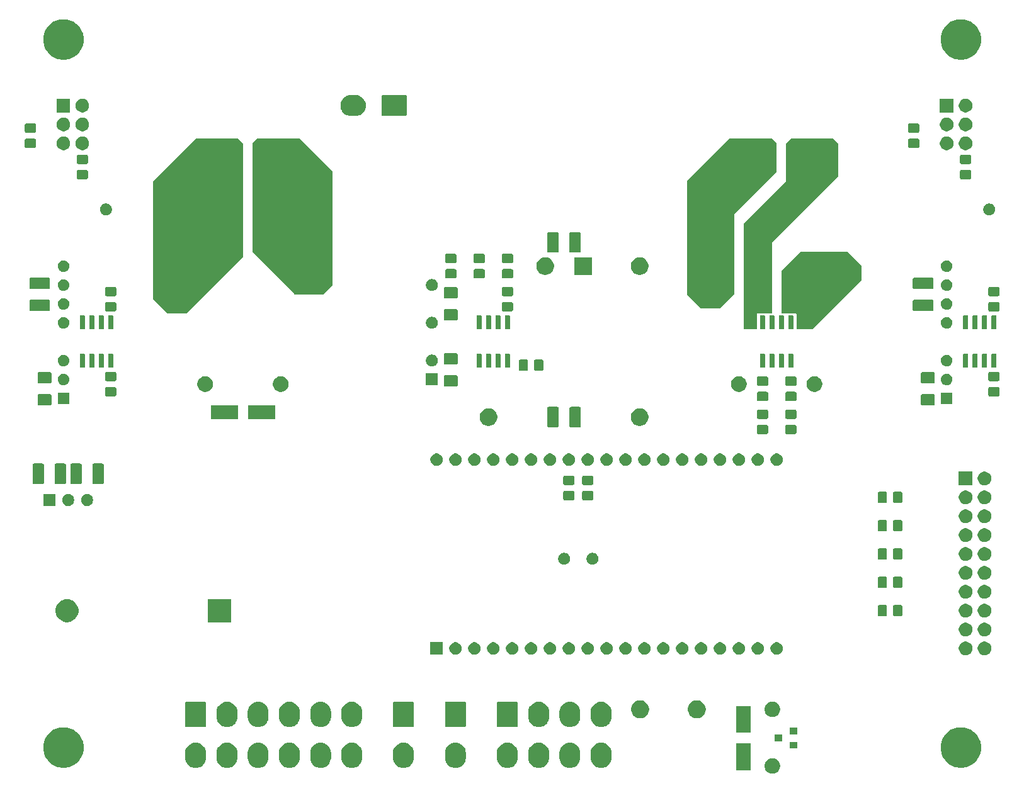
<source format=gbr>
G04 #@! TF.GenerationSoftware,KiCad,Pcbnew,(5.1.5)-3*
G04 #@! TF.CreationDate,2020-01-22T12:55:52-05:00*
G04 #@! TF.ProjectId,PacMan,5061634d-616e-42e6-9b69-6361645f7063,1.2*
G04 #@! TF.SameCoordinates,Original*
G04 #@! TF.FileFunction,Soldermask,Bot*
G04 #@! TF.FilePolarity,Negative*
%FSLAX46Y46*%
G04 Gerber Fmt 4.6, Leading zero omitted, Abs format (unit mm)*
G04 Created by KiCad (PCBNEW (5.1.5)-3) date 2020-01-22 12:55:52*
%MOMM*%
%LPD*%
G04 APERTURE LIST*
%ADD10C,0.100000*%
G04 APERTURE END LIST*
D10*
G36*
X178805064Y-148150889D02*
G01*
X178996333Y-148230115D01*
X178996335Y-148230116D01*
X179122840Y-148314644D01*
X179168473Y-148345135D01*
X179314865Y-148491527D01*
X179429885Y-148663667D01*
X179509111Y-148854936D01*
X179549500Y-149057984D01*
X179549500Y-149265016D01*
X179509111Y-149468064D01*
X179429885Y-149659333D01*
X179429884Y-149659335D01*
X179314865Y-149831473D01*
X179168473Y-149977865D01*
X178996335Y-150092884D01*
X178996334Y-150092885D01*
X178996333Y-150092885D01*
X178805064Y-150172111D01*
X178602016Y-150212500D01*
X178394984Y-150212500D01*
X178191936Y-150172111D01*
X178000667Y-150092885D01*
X178000666Y-150092885D01*
X178000665Y-150092884D01*
X177828527Y-149977865D01*
X177682135Y-149831473D01*
X177567116Y-149659335D01*
X177567115Y-149659333D01*
X177487889Y-149468064D01*
X177447500Y-149265016D01*
X177447500Y-149057984D01*
X177487889Y-148854936D01*
X177567115Y-148663667D01*
X177682135Y-148491527D01*
X177828527Y-148345135D01*
X177874160Y-148314644D01*
X178000665Y-148230116D01*
X178000667Y-148230115D01*
X178191936Y-148150889D01*
X178394984Y-148110500D01*
X178602016Y-148110500D01*
X178805064Y-148150889D01*
G37*
G36*
X175576000Y-149716000D02*
G01*
X173674000Y-149716000D01*
X173674000Y-146114000D01*
X175576000Y-146114000D01*
X175576000Y-149716000D01*
G37*
G36*
X136164643Y-146059272D02*
G01*
X136345056Y-146114000D01*
X136428736Y-146139384D01*
X136658201Y-146262036D01*
X136672119Y-146269475D01*
X136713797Y-146303680D01*
X136885450Y-146444550D01*
X137028092Y-146618360D01*
X137060525Y-146657880D01*
X137060526Y-146657882D01*
X137190616Y-146901263D01*
X137206219Y-146952700D01*
X137270728Y-147165356D01*
X137291000Y-147371182D01*
X137291000Y-148108817D01*
X137270728Y-148314643D01*
X137261478Y-148345135D01*
X137190616Y-148578737D01*
X137074375Y-148796208D01*
X137060525Y-148822120D01*
X137033594Y-148854935D01*
X136885450Y-149035450D01*
X136727691Y-149164918D01*
X136672120Y-149210525D01*
X136672118Y-149210526D01*
X136428737Y-149340616D01*
X136360017Y-149361462D01*
X136164644Y-149420728D01*
X135890000Y-149447778D01*
X135615357Y-149420728D01*
X135419984Y-149361462D01*
X135351264Y-149340616D01*
X135107883Y-149210526D01*
X135107881Y-149210525D01*
X135066203Y-149176320D01*
X134894550Y-149035450D01*
X134746406Y-148854935D01*
X134719475Y-148822120D01*
X134705625Y-148796208D01*
X134589384Y-148578737D01*
X134540511Y-148417623D01*
X134509272Y-148314644D01*
X134493144Y-148150890D01*
X134489000Y-148108820D01*
X134489000Y-147371181D01*
X134509272Y-147165359D01*
X134509272Y-147165357D01*
X134589383Y-146901268D01*
X134589384Y-146901264D01*
X134719474Y-146657883D01*
X134719475Y-146657881D01*
X134753680Y-146616203D01*
X134894550Y-146444550D01*
X135068360Y-146301908D01*
X135107880Y-146269475D01*
X135121798Y-146262036D01*
X135351263Y-146139384D01*
X135434943Y-146114000D01*
X135615356Y-146059272D01*
X135890000Y-146032222D01*
X136164643Y-146059272D01*
G37*
G36*
X101239643Y-146059272D02*
G01*
X101420056Y-146114000D01*
X101503736Y-146139384D01*
X101733201Y-146262036D01*
X101747119Y-146269475D01*
X101788797Y-146303680D01*
X101960450Y-146444550D01*
X102103092Y-146618360D01*
X102135525Y-146657880D01*
X102135526Y-146657882D01*
X102265616Y-146901263D01*
X102281219Y-146952700D01*
X102345728Y-147165356D01*
X102366000Y-147371182D01*
X102366000Y-148108817D01*
X102345728Y-148314643D01*
X102336478Y-148345135D01*
X102265616Y-148578737D01*
X102149375Y-148796208D01*
X102135525Y-148822120D01*
X102108594Y-148854935D01*
X101960450Y-149035450D01*
X101802691Y-149164918D01*
X101747120Y-149210525D01*
X101747118Y-149210526D01*
X101503737Y-149340616D01*
X101435017Y-149361462D01*
X101239644Y-149420728D01*
X100965000Y-149447778D01*
X100690357Y-149420728D01*
X100494984Y-149361462D01*
X100426264Y-149340616D01*
X100182883Y-149210526D01*
X100182881Y-149210525D01*
X100141203Y-149176320D01*
X99969550Y-149035450D01*
X99821406Y-148854935D01*
X99794475Y-148822120D01*
X99780625Y-148796208D01*
X99664384Y-148578737D01*
X99615511Y-148417623D01*
X99584272Y-148314644D01*
X99568144Y-148150890D01*
X99564000Y-148108820D01*
X99564000Y-147371181D01*
X99584272Y-147165359D01*
X99584272Y-147165357D01*
X99664383Y-146901268D01*
X99664384Y-146901264D01*
X99794474Y-146657883D01*
X99794475Y-146657881D01*
X99828680Y-146616203D01*
X99969550Y-146444550D01*
X100143360Y-146301908D01*
X100182880Y-146269475D01*
X100196798Y-146262036D01*
X100426263Y-146139384D01*
X100509943Y-146114000D01*
X100690356Y-146059272D01*
X100965000Y-146032222D01*
X101239643Y-146059272D01*
G37*
G36*
X105439643Y-146059272D02*
G01*
X105620056Y-146114000D01*
X105703736Y-146139384D01*
X105933201Y-146262036D01*
X105947119Y-146269475D01*
X105988797Y-146303680D01*
X106160450Y-146444550D01*
X106303092Y-146618360D01*
X106335525Y-146657880D01*
X106335526Y-146657882D01*
X106465616Y-146901263D01*
X106481219Y-146952700D01*
X106545728Y-147165356D01*
X106566000Y-147371182D01*
X106566000Y-148108817D01*
X106545728Y-148314643D01*
X106536478Y-148345135D01*
X106465616Y-148578737D01*
X106349375Y-148796208D01*
X106335525Y-148822120D01*
X106308594Y-148854935D01*
X106160450Y-149035450D01*
X106002691Y-149164918D01*
X105947120Y-149210525D01*
X105947118Y-149210526D01*
X105703737Y-149340616D01*
X105635017Y-149361462D01*
X105439644Y-149420728D01*
X105165000Y-149447778D01*
X104890357Y-149420728D01*
X104694984Y-149361462D01*
X104626264Y-149340616D01*
X104382883Y-149210526D01*
X104382881Y-149210525D01*
X104341203Y-149176320D01*
X104169550Y-149035450D01*
X104021406Y-148854935D01*
X103994475Y-148822120D01*
X103980625Y-148796208D01*
X103864384Y-148578737D01*
X103815511Y-148417623D01*
X103784272Y-148314644D01*
X103768144Y-148150890D01*
X103764000Y-148108820D01*
X103764000Y-147371181D01*
X103784272Y-147165359D01*
X103784272Y-147165357D01*
X103864383Y-146901268D01*
X103864384Y-146901264D01*
X103994474Y-146657883D01*
X103994475Y-146657881D01*
X104028680Y-146616203D01*
X104169550Y-146444550D01*
X104343360Y-146301908D01*
X104382880Y-146269475D01*
X104396798Y-146262036D01*
X104626263Y-146139384D01*
X104709943Y-146114000D01*
X104890356Y-146059272D01*
X105165000Y-146032222D01*
X105439643Y-146059272D01*
G37*
G36*
X109639643Y-146059272D02*
G01*
X109820056Y-146114000D01*
X109903736Y-146139384D01*
X110133201Y-146262036D01*
X110147119Y-146269475D01*
X110188797Y-146303680D01*
X110360450Y-146444550D01*
X110503092Y-146618360D01*
X110535525Y-146657880D01*
X110535526Y-146657882D01*
X110665616Y-146901263D01*
X110681219Y-146952700D01*
X110745728Y-147165356D01*
X110766000Y-147371182D01*
X110766000Y-148108817D01*
X110745728Y-148314643D01*
X110736478Y-148345135D01*
X110665616Y-148578737D01*
X110549375Y-148796208D01*
X110535525Y-148822120D01*
X110508594Y-148854935D01*
X110360450Y-149035450D01*
X110202691Y-149164918D01*
X110147120Y-149210525D01*
X110147118Y-149210526D01*
X109903737Y-149340616D01*
X109835017Y-149361462D01*
X109639644Y-149420728D01*
X109365000Y-149447778D01*
X109090357Y-149420728D01*
X108894984Y-149361462D01*
X108826264Y-149340616D01*
X108582883Y-149210526D01*
X108582881Y-149210525D01*
X108541203Y-149176320D01*
X108369550Y-149035450D01*
X108221406Y-148854935D01*
X108194475Y-148822120D01*
X108180625Y-148796208D01*
X108064384Y-148578737D01*
X108015511Y-148417623D01*
X107984272Y-148314644D01*
X107968144Y-148150890D01*
X107964000Y-148108820D01*
X107964000Y-147371181D01*
X107984272Y-147165359D01*
X107984272Y-147165357D01*
X108064383Y-146901268D01*
X108064384Y-146901264D01*
X108194474Y-146657883D01*
X108194475Y-146657881D01*
X108228680Y-146616203D01*
X108369550Y-146444550D01*
X108543360Y-146301908D01*
X108582880Y-146269475D01*
X108596798Y-146262036D01*
X108826263Y-146139384D01*
X108909943Y-146114000D01*
X109090356Y-146059272D01*
X109365000Y-146032222D01*
X109639643Y-146059272D01*
G37*
G36*
X113839643Y-146059272D02*
G01*
X114020056Y-146114000D01*
X114103736Y-146139384D01*
X114333201Y-146262036D01*
X114347119Y-146269475D01*
X114388797Y-146303680D01*
X114560450Y-146444550D01*
X114703092Y-146618360D01*
X114735525Y-146657880D01*
X114735526Y-146657882D01*
X114865616Y-146901263D01*
X114881219Y-146952700D01*
X114945728Y-147165356D01*
X114966000Y-147371182D01*
X114966000Y-148108817D01*
X114945728Y-148314643D01*
X114936478Y-148345135D01*
X114865616Y-148578737D01*
X114749375Y-148796208D01*
X114735525Y-148822120D01*
X114708594Y-148854935D01*
X114560450Y-149035450D01*
X114402691Y-149164918D01*
X114347120Y-149210525D01*
X114347118Y-149210526D01*
X114103737Y-149340616D01*
X114035017Y-149361462D01*
X113839644Y-149420728D01*
X113565000Y-149447778D01*
X113290357Y-149420728D01*
X113094984Y-149361462D01*
X113026264Y-149340616D01*
X112782883Y-149210526D01*
X112782881Y-149210525D01*
X112741203Y-149176320D01*
X112569550Y-149035450D01*
X112421406Y-148854935D01*
X112394475Y-148822120D01*
X112380625Y-148796208D01*
X112264384Y-148578737D01*
X112215511Y-148417623D01*
X112184272Y-148314644D01*
X112168144Y-148150890D01*
X112164000Y-148108820D01*
X112164000Y-147371181D01*
X112184272Y-147165359D01*
X112184272Y-147165357D01*
X112264383Y-146901268D01*
X112264384Y-146901264D01*
X112394474Y-146657883D01*
X112394475Y-146657881D01*
X112428680Y-146616203D01*
X112569550Y-146444550D01*
X112743360Y-146301908D01*
X112782880Y-146269475D01*
X112796798Y-146262036D01*
X113026263Y-146139384D01*
X113109943Y-146114000D01*
X113290356Y-146059272D01*
X113565000Y-146032222D01*
X113839643Y-146059272D01*
G37*
G36*
X118039643Y-146059272D02*
G01*
X118220056Y-146114000D01*
X118303736Y-146139384D01*
X118533201Y-146262036D01*
X118547119Y-146269475D01*
X118588797Y-146303680D01*
X118760450Y-146444550D01*
X118903092Y-146618360D01*
X118935525Y-146657880D01*
X118935526Y-146657882D01*
X119065616Y-146901263D01*
X119081219Y-146952700D01*
X119145728Y-147165356D01*
X119166000Y-147371182D01*
X119166000Y-148108817D01*
X119145728Y-148314643D01*
X119136478Y-148345135D01*
X119065616Y-148578737D01*
X118949375Y-148796208D01*
X118935525Y-148822120D01*
X118908594Y-148854935D01*
X118760450Y-149035450D01*
X118602691Y-149164918D01*
X118547120Y-149210525D01*
X118547118Y-149210526D01*
X118303737Y-149340616D01*
X118235017Y-149361462D01*
X118039644Y-149420728D01*
X117765000Y-149447778D01*
X117490357Y-149420728D01*
X117294984Y-149361462D01*
X117226264Y-149340616D01*
X116982883Y-149210526D01*
X116982881Y-149210525D01*
X116941203Y-149176320D01*
X116769550Y-149035450D01*
X116621406Y-148854935D01*
X116594475Y-148822120D01*
X116580625Y-148796208D01*
X116464384Y-148578737D01*
X116415511Y-148417623D01*
X116384272Y-148314644D01*
X116368144Y-148150890D01*
X116364000Y-148108820D01*
X116364000Y-147371181D01*
X116384272Y-147165359D01*
X116384272Y-147165357D01*
X116464383Y-146901268D01*
X116464384Y-146901264D01*
X116594474Y-146657883D01*
X116594475Y-146657881D01*
X116628680Y-146616203D01*
X116769550Y-146444550D01*
X116943360Y-146301908D01*
X116982880Y-146269475D01*
X116996798Y-146262036D01*
X117226263Y-146139384D01*
X117309943Y-146114000D01*
X117490356Y-146059272D01*
X117765000Y-146032222D01*
X118039643Y-146059272D01*
G37*
G36*
X122239643Y-146059272D02*
G01*
X122420056Y-146114000D01*
X122503736Y-146139384D01*
X122733201Y-146262036D01*
X122747119Y-146269475D01*
X122788797Y-146303680D01*
X122960450Y-146444550D01*
X123103092Y-146618360D01*
X123135525Y-146657880D01*
X123135526Y-146657882D01*
X123265616Y-146901263D01*
X123281219Y-146952700D01*
X123345728Y-147165356D01*
X123366000Y-147371182D01*
X123366000Y-148108817D01*
X123345728Y-148314643D01*
X123336478Y-148345135D01*
X123265616Y-148578737D01*
X123149375Y-148796208D01*
X123135525Y-148822120D01*
X123108594Y-148854935D01*
X122960450Y-149035450D01*
X122802691Y-149164918D01*
X122747120Y-149210525D01*
X122747118Y-149210526D01*
X122503737Y-149340616D01*
X122435017Y-149361462D01*
X122239644Y-149420728D01*
X121965000Y-149447778D01*
X121690357Y-149420728D01*
X121494984Y-149361462D01*
X121426264Y-149340616D01*
X121182883Y-149210526D01*
X121182881Y-149210525D01*
X121141203Y-149176320D01*
X120969550Y-149035450D01*
X120821406Y-148854935D01*
X120794475Y-148822120D01*
X120780625Y-148796208D01*
X120664384Y-148578737D01*
X120615511Y-148417623D01*
X120584272Y-148314644D01*
X120568144Y-148150890D01*
X120564000Y-148108820D01*
X120564000Y-147371181D01*
X120584272Y-147165359D01*
X120584272Y-147165357D01*
X120664383Y-146901268D01*
X120664384Y-146901264D01*
X120794474Y-146657883D01*
X120794475Y-146657881D01*
X120828680Y-146616203D01*
X120969550Y-146444550D01*
X121143360Y-146301908D01*
X121182880Y-146269475D01*
X121196798Y-146262036D01*
X121426263Y-146139384D01*
X121509943Y-146114000D01*
X121690356Y-146059272D01*
X121965000Y-146032222D01*
X122239643Y-146059272D01*
G37*
G36*
X147349643Y-146059272D02*
G01*
X147530056Y-146114000D01*
X147613736Y-146139384D01*
X147843201Y-146262036D01*
X147857119Y-146269475D01*
X147898797Y-146303680D01*
X148070450Y-146444550D01*
X148213092Y-146618360D01*
X148245525Y-146657880D01*
X148245526Y-146657882D01*
X148375616Y-146901263D01*
X148391219Y-146952700D01*
X148455728Y-147165356D01*
X148476000Y-147371182D01*
X148476000Y-148108817D01*
X148455728Y-148314643D01*
X148446478Y-148345135D01*
X148375616Y-148578737D01*
X148259375Y-148796208D01*
X148245525Y-148822120D01*
X148218594Y-148854935D01*
X148070450Y-149035450D01*
X147912691Y-149164918D01*
X147857120Y-149210525D01*
X147857118Y-149210526D01*
X147613737Y-149340616D01*
X147545017Y-149361462D01*
X147349644Y-149420728D01*
X147075000Y-149447778D01*
X146800357Y-149420728D01*
X146604984Y-149361462D01*
X146536264Y-149340616D01*
X146292883Y-149210526D01*
X146292881Y-149210525D01*
X146251203Y-149176320D01*
X146079550Y-149035450D01*
X145931406Y-148854935D01*
X145904475Y-148822120D01*
X145890625Y-148796208D01*
X145774384Y-148578737D01*
X145725511Y-148417623D01*
X145694272Y-148314644D01*
X145678144Y-148150890D01*
X145674000Y-148108820D01*
X145674000Y-147371181D01*
X145694272Y-147165359D01*
X145694272Y-147165357D01*
X145774383Y-146901268D01*
X145774384Y-146901264D01*
X145904474Y-146657883D01*
X145904475Y-146657881D01*
X145938680Y-146616203D01*
X146079550Y-146444550D01*
X146253360Y-146301908D01*
X146292880Y-146269475D01*
X146306798Y-146262036D01*
X146536263Y-146139384D01*
X146619943Y-146114000D01*
X146800356Y-146059272D01*
X147075000Y-146032222D01*
X147349643Y-146059272D01*
G37*
G36*
X151549643Y-146059272D02*
G01*
X151730056Y-146114000D01*
X151813736Y-146139384D01*
X152043201Y-146262036D01*
X152057119Y-146269475D01*
X152098797Y-146303680D01*
X152270450Y-146444550D01*
X152413092Y-146618360D01*
X152445525Y-146657880D01*
X152445526Y-146657882D01*
X152575616Y-146901263D01*
X152591219Y-146952700D01*
X152655728Y-147165356D01*
X152676000Y-147371182D01*
X152676000Y-148108817D01*
X152655728Y-148314643D01*
X152646478Y-148345135D01*
X152575616Y-148578737D01*
X152459375Y-148796208D01*
X152445525Y-148822120D01*
X152418594Y-148854935D01*
X152270450Y-149035450D01*
X152112691Y-149164918D01*
X152057120Y-149210525D01*
X152057118Y-149210526D01*
X151813737Y-149340616D01*
X151745017Y-149361462D01*
X151549644Y-149420728D01*
X151275000Y-149447778D01*
X151000357Y-149420728D01*
X150804984Y-149361462D01*
X150736264Y-149340616D01*
X150492883Y-149210526D01*
X150492881Y-149210525D01*
X150451203Y-149176320D01*
X150279550Y-149035450D01*
X150131406Y-148854935D01*
X150104475Y-148822120D01*
X150090625Y-148796208D01*
X149974384Y-148578737D01*
X149925511Y-148417623D01*
X149894272Y-148314644D01*
X149878144Y-148150890D01*
X149874000Y-148108820D01*
X149874000Y-147371181D01*
X149894272Y-147165359D01*
X149894272Y-147165357D01*
X149974383Y-146901268D01*
X149974384Y-146901264D01*
X150104474Y-146657883D01*
X150104475Y-146657881D01*
X150138680Y-146616203D01*
X150279550Y-146444550D01*
X150453360Y-146301908D01*
X150492880Y-146269475D01*
X150506798Y-146262036D01*
X150736263Y-146139384D01*
X150819943Y-146114000D01*
X151000356Y-146059272D01*
X151275000Y-146032222D01*
X151549643Y-146059272D01*
G37*
G36*
X155749643Y-146059272D02*
G01*
X155930056Y-146114000D01*
X156013736Y-146139384D01*
X156243201Y-146262036D01*
X156257119Y-146269475D01*
X156298797Y-146303680D01*
X156470450Y-146444550D01*
X156613092Y-146618360D01*
X156645525Y-146657880D01*
X156645526Y-146657882D01*
X156775616Y-146901263D01*
X156791219Y-146952700D01*
X156855728Y-147165356D01*
X156876000Y-147371182D01*
X156876000Y-148108817D01*
X156855728Y-148314643D01*
X156846478Y-148345135D01*
X156775616Y-148578737D01*
X156659375Y-148796208D01*
X156645525Y-148822120D01*
X156618594Y-148854935D01*
X156470450Y-149035450D01*
X156312691Y-149164918D01*
X156257120Y-149210525D01*
X156257118Y-149210526D01*
X156013737Y-149340616D01*
X155945017Y-149361462D01*
X155749644Y-149420728D01*
X155475000Y-149447778D01*
X155200357Y-149420728D01*
X155004984Y-149361462D01*
X154936264Y-149340616D01*
X154692883Y-149210526D01*
X154692881Y-149210525D01*
X154651203Y-149176320D01*
X154479550Y-149035450D01*
X154331406Y-148854935D01*
X154304475Y-148822120D01*
X154290625Y-148796208D01*
X154174384Y-148578737D01*
X154125511Y-148417623D01*
X154094272Y-148314644D01*
X154078144Y-148150890D01*
X154074000Y-148108820D01*
X154074000Y-147371181D01*
X154094272Y-147165359D01*
X154094272Y-147165357D01*
X154174383Y-146901268D01*
X154174384Y-146901264D01*
X154304474Y-146657883D01*
X154304475Y-146657881D01*
X154338680Y-146616203D01*
X154479550Y-146444550D01*
X154653360Y-146301908D01*
X154692880Y-146269475D01*
X154706798Y-146262036D01*
X154936263Y-146139384D01*
X155019943Y-146114000D01*
X155200356Y-146059272D01*
X155475000Y-146032222D01*
X155749643Y-146059272D01*
G37*
G36*
X129179643Y-146059272D02*
G01*
X129360056Y-146114000D01*
X129443736Y-146139384D01*
X129673201Y-146262036D01*
X129687119Y-146269475D01*
X129728797Y-146303680D01*
X129900450Y-146444550D01*
X130043092Y-146618360D01*
X130075525Y-146657880D01*
X130075526Y-146657882D01*
X130205616Y-146901263D01*
X130221219Y-146952700D01*
X130285728Y-147165356D01*
X130306000Y-147371182D01*
X130306000Y-148108817D01*
X130285728Y-148314643D01*
X130276478Y-148345135D01*
X130205616Y-148578737D01*
X130089375Y-148796208D01*
X130075525Y-148822120D01*
X130048594Y-148854935D01*
X129900450Y-149035450D01*
X129742691Y-149164918D01*
X129687120Y-149210525D01*
X129687118Y-149210526D01*
X129443737Y-149340616D01*
X129375017Y-149361462D01*
X129179644Y-149420728D01*
X128905000Y-149447778D01*
X128630357Y-149420728D01*
X128434984Y-149361462D01*
X128366264Y-149340616D01*
X128122883Y-149210526D01*
X128122881Y-149210525D01*
X128081203Y-149176320D01*
X127909550Y-149035450D01*
X127761406Y-148854935D01*
X127734475Y-148822120D01*
X127720625Y-148796208D01*
X127604384Y-148578737D01*
X127555511Y-148417623D01*
X127524272Y-148314644D01*
X127508144Y-148150890D01*
X127504000Y-148108820D01*
X127504000Y-147371181D01*
X127524272Y-147165359D01*
X127524272Y-147165357D01*
X127604383Y-146901268D01*
X127604384Y-146901264D01*
X127734474Y-146657883D01*
X127734475Y-146657881D01*
X127768680Y-146616203D01*
X127909550Y-146444550D01*
X128083360Y-146301908D01*
X128122880Y-146269475D01*
X128136798Y-146262036D01*
X128366263Y-146139384D01*
X128449943Y-146114000D01*
X128630356Y-146059272D01*
X128905000Y-146032222D01*
X129179643Y-146059272D01*
G37*
G36*
X143149643Y-146059272D02*
G01*
X143330056Y-146114000D01*
X143413736Y-146139384D01*
X143643201Y-146262036D01*
X143657119Y-146269475D01*
X143698797Y-146303680D01*
X143870450Y-146444550D01*
X144013092Y-146618360D01*
X144045525Y-146657880D01*
X144045526Y-146657882D01*
X144175616Y-146901263D01*
X144191219Y-146952700D01*
X144255728Y-147165356D01*
X144276000Y-147371182D01*
X144276000Y-148108817D01*
X144255728Y-148314643D01*
X144246478Y-148345135D01*
X144175616Y-148578737D01*
X144059375Y-148796208D01*
X144045525Y-148822120D01*
X144018594Y-148854935D01*
X143870450Y-149035450D01*
X143712691Y-149164918D01*
X143657120Y-149210525D01*
X143657118Y-149210526D01*
X143413737Y-149340616D01*
X143345017Y-149361462D01*
X143149644Y-149420728D01*
X142875000Y-149447778D01*
X142600357Y-149420728D01*
X142404984Y-149361462D01*
X142336264Y-149340616D01*
X142092883Y-149210526D01*
X142092881Y-149210525D01*
X142051203Y-149176320D01*
X141879550Y-149035450D01*
X141731406Y-148854935D01*
X141704475Y-148822120D01*
X141690625Y-148796208D01*
X141574384Y-148578737D01*
X141525511Y-148417623D01*
X141494272Y-148314644D01*
X141478144Y-148150890D01*
X141474000Y-148108820D01*
X141474000Y-147371181D01*
X141494272Y-147165359D01*
X141494272Y-147165357D01*
X141574383Y-146901268D01*
X141574384Y-146901264D01*
X141704474Y-146657883D01*
X141704475Y-146657881D01*
X141738680Y-146616203D01*
X141879550Y-146444550D01*
X142053360Y-146301908D01*
X142092880Y-146269475D01*
X142106798Y-146262036D01*
X142336263Y-146139384D01*
X142419943Y-146114000D01*
X142600356Y-146059272D01*
X142875000Y-146032222D01*
X143149643Y-146059272D01*
G37*
G36*
X83688985Y-144014000D02*
G01*
X83977811Y-144071451D01*
X84472456Y-144276340D01*
X84917624Y-144573792D01*
X85296208Y-144952376D01*
X85593660Y-145397544D01*
X85798549Y-145892189D01*
X85903000Y-146417300D01*
X85903000Y-146952700D01*
X85798549Y-147477811D01*
X85593660Y-147972456D01*
X85296208Y-148417624D01*
X84917624Y-148796208D01*
X84472456Y-149093660D01*
X83977811Y-149298549D01*
X83766326Y-149340616D01*
X83452701Y-149403000D01*
X82917299Y-149403000D01*
X82603674Y-149340616D01*
X82392189Y-149298549D01*
X81897544Y-149093660D01*
X81452376Y-148796208D01*
X81073792Y-148417624D01*
X80776340Y-147972456D01*
X80571451Y-147477811D01*
X80467000Y-146952700D01*
X80467000Y-146417300D01*
X80571451Y-145892189D01*
X80776340Y-145397544D01*
X81073792Y-144952376D01*
X81452376Y-144573792D01*
X81897544Y-144276340D01*
X82392189Y-144071451D01*
X82681015Y-144014000D01*
X82917299Y-143967000D01*
X83452701Y-143967000D01*
X83688985Y-144014000D01*
G37*
G36*
X204338985Y-144014000D02*
G01*
X204627811Y-144071451D01*
X205122456Y-144276340D01*
X205567624Y-144573792D01*
X205946208Y-144952376D01*
X206243660Y-145397544D01*
X206448549Y-145892189D01*
X206553000Y-146417300D01*
X206553000Y-146952700D01*
X206448549Y-147477811D01*
X206243660Y-147972456D01*
X205946208Y-148417624D01*
X205567624Y-148796208D01*
X205122456Y-149093660D01*
X204627811Y-149298549D01*
X204416326Y-149340616D01*
X204102701Y-149403000D01*
X203567299Y-149403000D01*
X203253674Y-149340616D01*
X203042189Y-149298549D01*
X202547544Y-149093660D01*
X202102376Y-148796208D01*
X201723792Y-148417624D01*
X201426340Y-147972456D01*
X201221451Y-147477811D01*
X201117000Y-146952700D01*
X201117000Y-146417300D01*
X201221451Y-145892189D01*
X201426340Y-145397544D01*
X201723792Y-144952376D01*
X202102376Y-144573792D01*
X202547544Y-144276340D01*
X203042189Y-144071451D01*
X203331015Y-144014000D01*
X203567299Y-143967000D01*
X204102701Y-143967000D01*
X204338985Y-144014000D01*
G37*
G36*
X181841000Y-146816000D02*
G01*
X180839000Y-146816000D01*
X180839000Y-145914000D01*
X181841000Y-145914000D01*
X181841000Y-146816000D01*
G37*
G36*
X179841000Y-145866000D02*
G01*
X178839000Y-145866000D01*
X178839000Y-144964000D01*
X179841000Y-144964000D01*
X179841000Y-145866000D01*
G37*
G36*
X181841000Y-144916000D02*
G01*
X180839000Y-144916000D01*
X180839000Y-144014000D01*
X181841000Y-144014000D01*
X181841000Y-144916000D01*
G37*
G36*
X175576000Y-144716000D02*
G01*
X173674000Y-144716000D01*
X173674000Y-141114000D01*
X175576000Y-141114000D01*
X175576000Y-144716000D01*
G37*
G36*
X122239643Y-140559272D02*
G01*
X122435016Y-140618538D01*
X122503736Y-140639384D01*
X122706624Y-140747830D01*
X122747119Y-140769475D01*
X122782419Y-140798445D01*
X122960450Y-140944550D01*
X123099513Y-141114000D01*
X123135525Y-141157880D01*
X123135526Y-141157882D01*
X123265616Y-141401263D01*
X123272274Y-141423212D01*
X123345728Y-141665356D01*
X123366000Y-141871182D01*
X123366000Y-142608817D01*
X123345728Y-142814643D01*
X123286461Y-143010018D01*
X123265616Y-143078737D01*
X123142964Y-143308202D01*
X123135525Y-143322120D01*
X123089918Y-143377691D01*
X122960450Y-143535450D01*
X122802691Y-143664918D01*
X122747120Y-143710525D01*
X122747118Y-143710526D01*
X122503737Y-143840616D01*
X122435017Y-143861462D01*
X122239644Y-143920728D01*
X121965000Y-143947778D01*
X121690357Y-143920728D01*
X121494984Y-143861462D01*
X121426264Y-143840616D01*
X121182883Y-143710526D01*
X121182881Y-143710525D01*
X121141203Y-143676320D01*
X120969550Y-143535450D01*
X120826908Y-143361640D01*
X120794475Y-143322120D01*
X120787036Y-143308202D01*
X120664384Y-143078737D01*
X120643538Y-143010017D01*
X120584272Y-142814644D01*
X120564000Y-142608818D01*
X120564000Y-141871183D01*
X120584272Y-141665357D01*
X120664383Y-141401268D01*
X120664384Y-141401264D01*
X120794474Y-141157883D01*
X120794475Y-141157881D01*
X120830487Y-141114000D01*
X120969550Y-140944550D01*
X121143360Y-140801908D01*
X121182880Y-140769475D01*
X121223375Y-140747830D01*
X121426263Y-140639384D01*
X121494983Y-140618538D01*
X121690356Y-140559272D01*
X121965000Y-140532222D01*
X122239643Y-140559272D01*
G37*
G36*
X155749643Y-140559272D02*
G01*
X155945016Y-140618538D01*
X156013736Y-140639384D01*
X156216624Y-140747830D01*
X156257119Y-140769475D01*
X156292419Y-140798445D01*
X156470450Y-140944550D01*
X156609513Y-141114000D01*
X156645525Y-141157880D01*
X156645526Y-141157882D01*
X156775616Y-141401263D01*
X156782274Y-141423212D01*
X156855728Y-141665356D01*
X156876000Y-141871182D01*
X156876000Y-142608817D01*
X156855728Y-142814643D01*
X156796461Y-143010018D01*
X156775616Y-143078737D01*
X156652964Y-143308202D01*
X156645525Y-143322120D01*
X156599918Y-143377691D01*
X156470450Y-143535450D01*
X156312691Y-143664918D01*
X156257120Y-143710525D01*
X156257118Y-143710526D01*
X156013737Y-143840616D01*
X155945017Y-143861462D01*
X155749644Y-143920728D01*
X155475000Y-143947778D01*
X155200357Y-143920728D01*
X155004984Y-143861462D01*
X154936264Y-143840616D01*
X154692883Y-143710526D01*
X154692881Y-143710525D01*
X154651203Y-143676320D01*
X154479550Y-143535450D01*
X154336908Y-143361640D01*
X154304475Y-143322120D01*
X154297036Y-143308202D01*
X154174384Y-143078737D01*
X154153538Y-143010017D01*
X154094272Y-142814644D01*
X154074000Y-142608818D01*
X154074000Y-141871183D01*
X154094272Y-141665357D01*
X154174383Y-141401268D01*
X154174384Y-141401264D01*
X154304474Y-141157883D01*
X154304475Y-141157881D01*
X154340487Y-141114000D01*
X154479550Y-140944550D01*
X154653360Y-140801908D01*
X154692880Y-140769475D01*
X154733375Y-140747830D01*
X154936263Y-140639384D01*
X155004983Y-140618538D01*
X155200356Y-140559272D01*
X155475000Y-140532222D01*
X155749643Y-140559272D01*
G37*
G36*
X151549643Y-140559272D02*
G01*
X151745016Y-140618538D01*
X151813736Y-140639384D01*
X152016624Y-140747830D01*
X152057119Y-140769475D01*
X152092419Y-140798445D01*
X152270450Y-140944550D01*
X152409513Y-141114000D01*
X152445525Y-141157880D01*
X152445526Y-141157882D01*
X152575616Y-141401263D01*
X152582274Y-141423212D01*
X152655728Y-141665356D01*
X152676000Y-141871182D01*
X152676000Y-142608817D01*
X152655728Y-142814643D01*
X152596461Y-143010018D01*
X152575616Y-143078737D01*
X152452964Y-143308202D01*
X152445525Y-143322120D01*
X152399918Y-143377691D01*
X152270450Y-143535450D01*
X152112691Y-143664918D01*
X152057120Y-143710525D01*
X152057118Y-143710526D01*
X151813737Y-143840616D01*
X151745017Y-143861462D01*
X151549644Y-143920728D01*
X151275000Y-143947778D01*
X151000357Y-143920728D01*
X150804984Y-143861462D01*
X150736264Y-143840616D01*
X150492883Y-143710526D01*
X150492881Y-143710525D01*
X150451203Y-143676320D01*
X150279550Y-143535450D01*
X150136908Y-143361640D01*
X150104475Y-143322120D01*
X150097036Y-143308202D01*
X149974384Y-143078737D01*
X149953538Y-143010017D01*
X149894272Y-142814644D01*
X149874000Y-142608818D01*
X149874000Y-141871183D01*
X149894272Y-141665357D01*
X149974383Y-141401268D01*
X149974384Y-141401264D01*
X150104474Y-141157883D01*
X150104475Y-141157881D01*
X150140487Y-141114000D01*
X150279550Y-140944550D01*
X150453360Y-140801908D01*
X150492880Y-140769475D01*
X150533375Y-140747830D01*
X150736263Y-140639384D01*
X150804983Y-140618538D01*
X151000356Y-140559272D01*
X151275000Y-140532222D01*
X151549643Y-140559272D01*
G37*
G36*
X147349643Y-140559272D02*
G01*
X147545016Y-140618538D01*
X147613736Y-140639384D01*
X147816624Y-140747830D01*
X147857119Y-140769475D01*
X147892419Y-140798445D01*
X148070450Y-140944550D01*
X148209513Y-141114000D01*
X148245525Y-141157880D01*
X148245526Y-141157882D01*
X148375616Y-141401263D01*
X148382274Y-141423212D01*
X148455728Y-141665356D01*
X148476000Y-141871182D01*
X148476000Y-142608817D01*
X148455728Y-142814643D01*
X148396461Y-143010018D01*
X148375616Y-143078737D01*
X148252964Y-143308202D01*
X148245525Y-143322120D01*
X148199918Y-143377691D01*
X148070450Y-143535450D01*
X147912691Y-143664918D01*
X147857120Y-143710525D01*
X147857118Y-143710526D01*
X147613737Y-143840616D01*
X147545017Y-143861462D01*
X147349644Y-143920728D01*
X147075000Y-143947778D01*
X146800357Y-143920728D01*
X146604984Y-143861462D01*
X146536264Y-143840616D01*
X146292883Y-143710526D01*
X146292881Y-143710525D01*
X146251203Y-143676320D01*
X146079550Y-143535450D01*
X145936908Y-143361640D01*
X145904475Y-143322120D01*
X145897036Y-143308202D01*
X145774384Y-143078737D01*
X145753538Y-143010017D01*
X145694272Y-142814644D01*
X145674000Y-142608818D01*
X145674000Y-141871183D01*
X145694272Y-141665357D01*
X145774383Y-141401268D01*
X145774384Y-141401264D01*
X145904474Y-141157883D01*
X145904475Y-141157881D01*
X145940487Y-141114000D01*
X146079550Y-140944550D01*
X146253360Y-140801908D01*
X146292880Y-140769475D01*
X146333375Y-140747830D01*
X146536263Y-140639384D01*
X146604983Y-140618538D01*
X146800356Y-140559272D01*
X147075000Y-140532222D01*
X147349643Y-140559272D01*
G37*
G36*
X118039643Y-140559272D02*
G01*
X118235016Y-140618538D01*
X118303736Y-140639384D01*
X118506624Y-140747830D01*
X118547119Y-140769475D01*
X118582419Y-140798445D01*
X118760450Y-140944550D01*
X118899513Y-141114000D01*
X118935525Y-141157880D01*
X118935526Y-141157882D01*
X119065616Y-141401263D01*
X119072274Y-141423212D01*
X119145728Y-141665356D01*
X119166000Y-141871182D01*
X119166000Y-142608817D01*
X119145728Y-142814643D01*
X119086461Y-143010018D01*
X119065616Y-143078737D01*
X118942964Y-143308202D01*
X118935525Y-143322120D01*
X118889918Y-143377691D01*
X118760450Y-143535450D01*
X118602691Y-143664918D01*
X118547120Y-143710525D01*
X118547118Y-143710526D01*
X118303737Y-143840616D01*
X118235017Y-143861462D01*
X118039644Y-143920728D01*
X117765000Y-143947778D01*
X117490357Y-143920728D01*
X117294984Y-143861462D01*
X117226264Y-143840616D01*
X116982883Y-143710526D01*
X116982881Y-143710525D01*
X116941203Y-143676320D01*
X116769550Y-143535450D01*
X116626908Y-143361640D01*
X116594475Y-143322120D01*
X116587036Y-143308202D01*
X116464384Y-143078737D01*
X116443538Y-143010017D01*
X116384272Y-142814644D01*
X116364000Y-142608818D01*
X116364000Y-141871183D01*
X116384272Y-141665357D01*
X116464383Y-141401268D01*
X116464384Y-141401264D01*
X116594474Y-141157883D01*
X116594475Y-141157881D01*
X116630487Y-141114000D01*
X116769550Y-140944550D01*
X116943360Y-140801908D01*
X116982880Y-140769475D01*
X117023375Y-140747830D01*
X117226263Y-140639384D01*
X117294983Y-140618538D01*
X117490356Y-140559272D01*
X117765000Y-140532222D01*
X118039643Y-140559272D01*
G37*
G36*
X113839643Y-140559272D02*
G01*
X114035016Y-140618538D01*
X114103736Y-140639384D01*
X114306624Y-140747830D01*
X114347119Y-140769475D01*
X114382419Y-140798445D01*
X114560450Y-140944550D01*
X114699513Y-141114000D01*
X114735525Y-141157880D01*
X114735526Y-141157882D01*
X114865616Y-141401263D01*
X114872274Y-141423212D01*
X114945728Y-141665356D01*
X114966000Y-141871182D01*
X114966000Y-142608817D01*
X114945728Y-142814643D01*
X114886461Y-143010018D01*
X114865616Y-143078737D01*
X114742964Y-143308202D01*
X114735525Y-143322120D01*
X114689918Y-143377691D01*
X114560450Y-143535450D01*
X114402691Y-143664918D01*
X114347120Y-143710525D01*
X114347118Y-143710526D01*
X114103737Y-143840616D01*
X114035017Y-143861462D01*
X113839644Y-143920728D01*
X113565000Y-143947778D01*
X113290357Y-143920728D01*
X113094984Y-143861462D01*
X113026264Y-143840616D01*
X112782883Y-143710526D01*
X112782881Y-143710525D01*
X112741203Y-143676320D01*
X112569550Y-143535450D01*
X112426908Y-143361640D01*
X112394475Y-143322120D01*
X112387036Y-143308202D01*
X112264384Y-143078737D01*
X112243538Y-143010017D01*
X112184272Y-142814644D01*
X112164000Y-142608818D01*
X112164000Y-141871183D01*
X112184272Y-141665357D01*
X112264383Y-141401268D01*
X112264384Y-141401264D01*
X112394474Y-141157883D01*
X112394475Y-141157881D01*
X112430487Y-141114000D01*
X112569550Y-140944550D01*
X112743360Y-140801908D01*
X112782880Y-140769475D01*
X112823375Y-140747830D01*
X113026263Y-140639384D01*
X113094983Y-140618538D01*
X113290356Y-140559272D01*
X113565000Y-140532222D01*
X113839643Y-140559272D01*
G37*
G36*
X109639643Y-140559272D02*
G01*
X109835016Y-140618538D01*
X109903736Y-140639384D01*
X110106624Y-140747830D01*
X110147119Y-140769475D01*
X110182419Y-140798445D01*
X110360450Y-140944550D01*
X110499513Y-141114000D01*
X110535525Y-141157880D01*
X110535526Y-141157882D01*
X110665616Y-141401263D01*
X110672274Y-141423212D01*
X110745728Y-141665356D01*
X110766000Y-141871182D01*
X110766000Y-142608817D01*
X110745728Y-142814643D01*
X110686461Y-143010018D01*
X110665616Y-143078737D01*
X110542964Y-143308202D01*
X110535525Y-143322120D01*
X110489918Y-143377691D01*
X110360450Y-143535450D01*
X110202691Y-143664918D01*
X110147120Y-143710525D01*
X110147118Y-143710526D01*
X109903737Y-143840616D01*
X109835017Y-143861462D01*
X109639644Y-143920728D01*
X109365000Y-143947778D01*
X109090357Y-143920728D01*
X108894984Y-143861462D01*
X108826264Y-143840616D01*
X108582883Y-143710526D01*
X108582881Y-143710525D01*
X108541203Y-143676320D01*
X108369550Y-143535450D01*
X108226908Y-143361640D01*
X108194475Y-143322120D01*
X108187036Y-143308202D01*
X108064384Y-143078737D01*
X108043538Y-143010017D01*
X107984272Y-142814644D01*
X107964000Y-142608818D01*
X107964000Y-141871183D01*
X107984272Y-141665357D01*
X108064383Y-141401268D01*
X108064384Y-141401264D01*
X108194474Y-141157883D01*
X108194475Y-141157881D01*
X108230487Y-141114000D01*
X108369550Y-140944550D01*
X108543360Y-140801908D01*
X108582880Y-140769475D01*
X108623375Y-140747830D01*
X108826263Y-140639384D01*
X108894983Y-140618538D01*
X109090356Y-140559272D01*
X109365000Y-140532222D01*
X109639643Y-140559272D01*
G37*
G36*
X105439643Y-140559272D02*
G01*
X105635016Y-140618538D01*
X105703736Y-140639384D01*
X105906624Y-140747830D01*
X105947119Y-140769475D01*
X105982419Y-140798445D01*
X106160450Y-140944550D01*
X106299513Y-141114000D01*
X106335525Y-141157880D01*
X106335526Y-141157882D01*
X106465616Y-141401263D01*
X106472274Y-141423212D01*
X106545728Y-141665356D01*
X106566000Y-141871182D01*
X106566000Y-142608817D01*
X106545728Y-142814643D01*
X106486461Y-143010018D01*
X106465616Y-143078737D01*
X106342964Y-143308202D01*
X106335525Y-143322120D01*
X106289918Y-143377691D01*
X106160450Y-143535450D01*
X106002691Y-143664918D01*
X105947120Y-143710525D01*
X105947118Y-143710526D01*
X105703737Y-143840616D01*
X105635017Y-143861462D01*
X105439644Y-143920728D01*
X105165000Y-143947778D01*
X104890357Y-143920728D01*
X104694984Y-143861462D01*
X104626264Y-143840616D01*
X104382883Y-143710526D01*
X104382881Y-143710525D01*
X104341203Y-143676320D01*
X104169550Y-143535450D01*
X104026908Y-143361640D01*
X103994475Y-143322120D01*
X103987036Y-143308202D01*
X103864384Y-143078737D01*
X103843538Y-143010017D01*
X103784272Y-142814644D01*
X103764000Y-142608818D01*
X103764000Y-141871183D01*
X103784272Y-141665357D01*
X103864383Y-141401268D01*
X103864384Y-141401264D01*
X103994474Y-141157883D01*
X103994475Y-141157881D01*
X104030487Y-141114000D01*
X104169550Y-140944550D01*
X104343360Y-140801908D01*
X104382880Y-140769475D01*
X104423375Y-140747830D01*
X104626263Y-140639384D01*
X104694983Y-140618538D01*
X104890356Y-140559272D01*
X105165000Y-140532222D01*
X105439643Y-140559272D01*
G37*
G36*
X102239031Y-140542621D02*
G01*
X102268486Y-140551556D01*
X102295623Y-140566062D01*
X102319414Y-140585586D01*
X102338938Y-140609377D01*
X102353444Y-140636514D01*
X102362379Y-140665969D01*
X102366000Y-140702734D01*
X102366000Y-143777266D01*
X102362379Y-143814031D01*
X102353444Y-143843486D01*
X102338938Y-143870623D01*
X102319414Y-143894414D01*
X102295623Y-143913938D01*
X102268486Y-143928444D01*
X102239031Y-143937379D01*
X102202266Y-143941000D01*
X99727734Y-143941000D01*
X99690969Y-143937379D01*
X99661514Y-143928444D01*
X99634377Y-143913938D01*
X99610586Y-143894414D01*
X99591062Y-143870623D01*
X99576556Y-143843486D01*
X99567621Y-143814031D01*
X99564000Y-143777266D01*
X99564000Y-140702734D01*
X99567621Y-140665969D01*
X99576556Y-140636514D01*
X99591062Y-140609377D01*
X99610586Y-140585586D01*
X99634377Y-140566062D01*
X99661514Y-140551556D01*
X99690969Y-140542621D01*
X99727734Y-140539000D01*
X102202266Y-140539000D01*
X102239031Y-140542621D01*
G37*
G36*
X144149031Y-140542621D02*
G01*
X144178486Y-140551556D01*
X144205623Y-140566062D01*
X144229414Y-140585586D01*
X144248938Y-140609377D01*
X144263444Y-140636514D01*
X144272379Y-140665969D01*
X144276000Y-140702734D01*
X144276000Y-143777266D01*
X144272379Y-143814031D01*
X144263444Y-143843486D01*
X144248938Y-143870623D01*
X144229414Y-143894414D01*
X144205623Y-143913938D01*
X144178486Y-143928444D01*
X144149031Y-143937379D01*
X144112266Y-143941000D01*
X141637734Y-143941000D01*
X141600969Y-143937379D01*
X141571514Y-143928444D01*
X141544377Y-143913938D01*
X141520586Y-143894414D01*
X141501062Y-143870623D01*
X141486556Y-143843486D01*
X141477621Y-143814031D01*
X141474000Y-143777266D01*
X141474000Y-140702734D01*
X141477621Y-140665969D01*
X141486556Y-140636514D01*
X141501062Y-140609377D01*
X141520586Y-140585586D01*
X141544377Y-140566062D01*
X141571514Y-140551556D01*
X141600969Y-140542621D01*
X141637734Y-140539000D01*
X144112266Y-140539000D01*
X144149031Y-140542621D01*
G37*
G36*
X130179031Y-140542621D02*
G01*
X130208486Y-140551556D01*
X130235623Y-140566062D01*
X130259414Y-140585586D01*
X130278938Y-140609377D01*
X130293444Y-140636514D01*
X130302379Y-140665969D01*
X130306000Y-140702734D01*
X130306000Y-143777266D01*
X130302379Y-143814031D01*
X130293444Y-143843486D01*
X130278938Y-143870623D01*
X130259414Y-143894414D01*
X130235623Y-143913938D01*
X130208486Y-143928444D01*
X130179031Y-143937379D01*
X130142266Y-143941000D01*
X127667734Y-143941000D01*
X127630969Y-143937379D01*
X127601514Y-143928444D01*
X127574377Y-143913938D01*
X127550586Y-143894414D01*
X127531062Y-143870623D01*
X127516556Y-143843486D01*
X127507621Y-143814031D01*
X127504000Y-143777266D01*
X127504000Y-140702734D01*
X127507621Y-140665969D01*
X127516556Y-140636514D01*
X127531062Y-140609377D01*
X127550586Y-140585586D01*
X127574377Y-140566062D01*
X127601514Y-140551556D01*
X127630969Y-140542621D01*
X127667734Y-140539000D01*
X130142266Y-140539000D01*
X130179031Y-140542621D01*
G37*
G36*
X137164031Y-140542621D02*
G01*
X137193486Y-140551556D01*
X137220623Y-140566062D01*
X137244414Y-140585586D01*
X137263938Y-140609377D01*
X137278444Y-140636514D01*
X137287379Y-140665969D01*
X137291000Y-140702734D01*
X137291000Y-143777266D01*
X137287379Y-143814031D01*
X137278444Y-143843486D01*
X137263938Y-143870623D01*
X137244414Y-143894414D01*
X137220623Y-143913938D01*
X137193486Y-143928444D01*
X137164031Y-143937379D01*
X137127266Y-143941000D01*
X134652734Y-143941000D01*
X134615969Y-143937379D01*
X134586514Y-143928444D01*
X134559377Y-143913938D01*
X134535586Y-143894414D01*
X134516062Y-143870623D01*
X134501556Y-143843486D01*
X134492621Y-143814031D01*
X134489000Y-143777266D01*
X134489000Y-140702734D01*
X134492621Y-140665969D01*
X134501556Y-140636514D01*
X134516062Y-140609377D01*
X134535586Y-140585586D01*
X134559377Y-140566062D01*
X134586514Y-140551556D01*
X134615969Y-140542621D01*
X134652734Y-140539000D01*
X137127266Y-140539000D01*
X137164031Y-140542621D01*
G37*
G36*
X161068818Y-140386653D02*
G01*
X161287385Y-140477187D01*
X161287387Y-140477188D01*
X161484093Y-140608622D01*
X161651378Y-140775907D01*
X161764062Y-140944552D01*
X161782813Y-140972615D01*
X161873347Y-141191182D01*
X161919500Y-141423210D01*
X161919500Y-141659790D01*
X161873347Y-141891818D01*
X161812244Y-142039333D01*
X161782812Y-142110387D01*
X161651378Y-142307093D01*
X161484093Y-142474378D01*
X161287387Y-142605812D01*
X161287386Y-142605813D01*
X161287385Y-142605813D01*
X161068818Y-142696347D01*
X160836790Y-142742500D01*
X160600210Y-142742500D01*
X160368182Y-142696347D01*
X160149615Y-142605813D01*
X160149614Y-142605813D01*
X160149613Y-142605812D01*
X159952907Y-142474378D01*
X159785622Y-142307093D01*
X159654188Y-142110387D01*
X159624756Y-142039333D01*
X159563653Y-141891818D01*
X159517500Y-141659790D01*
X159517500Y-141423210D01*
X159563653Y-141191182D01*
X159654187Y-140972615D01*
X159672938Y-140944552D01*
X159785622Y-140775907D01*
X159952907Y-140608622D01*
X160149613Y-140477188D01*
X160149615Y-140477187D01*
X160368182Y-140386653D01*
X160600210Y-140340500D01*
X160836790Y-140340500D01*
X161068818Y-140386653D01*
G37*
G36*
X168688818Y-140386653D02*
G01*
X168907385Y-140477187D01*
X168907387Y-140477188D01*
X169104093Y-140608622D01*
X169271378Y-140775907D01*
X169384062Y-140944552D01*
X169402813Y-140972615D01*
X169493347Y-141191182D01*
X169539500Y-141423210D01*
X169539500Y-141659790D01*
X169493347Y-141891818D01*
X169432244Y-142039333D01*
X169402812Y-142110387D01*
X169271378Y-142307093D01*
X169104093Y-142474378D01*
X168907387Y-142605812D01*
X168907386Y-142605813D01*
X168907385Y-142605813D01*
X168688818Y-142696347D01*
X168456790Y-142742500D01*
X168220210Y-142742500D01*
X167988182Y-142696347D01*
X167769615Y-142605813D01*
X167769614Y-142605813D01*
X167769613Y-142605812D01*
X167572907Y-142474378D01*
X167405622Y-142307093D01*
X167274188Y-142110387D01*
X167244756Y-142039333D01*
X167183653Y-141891818D01*
X167137500Y-141659790D01*
X167137500Y-141423210D01*
X167183653Y-141191182D01*
X167274187Y-140972615D01*
X167292938Y-140944552D01*
X167405622Y-140775907D01*
X167572907Y-140608622D01*
X167769613Y-140477188D01*
X167769615Y-140477187D01*
X167988182Y-140386653D01*
X168220210Y-140340500D01*
X168456790Y-140340500D01*
X168688818Y-140386653D01*
G37*
G36*
X178805064Y-140530889D02*
G01*
X178994551Y-140609377D01*
X178996335Y-140610116D01*
X179168473Y-140725135D01*
X179314865Y-140871527D01*
X179382409Y-140972613D01*
X179429885Y-141043667D01*
X179509111Y-141234936D01*
X179549500Y-141437984D01*
X179549500Y-141645016D01*
X179509111Y-141848064D01*
X179490987Y-141891819D01*
X179429884Y-142039335D01*
X179314865Y-142211473D01*
X179168473Y-142357865D01*
X178996335Y-142472884D01*
X178996334Y-142472885D01*
X178996333Y-142472885D01*
X178805064Y-142552111D01*
X178602016Y-142592500D01*
X178394984Y-142592500D01*
X178191936Y-142552111D01*
X178000667Y-142472885D01*
X178000666Y-142472885D01*
X178000665Y-142472884D01*
X177828527Y-142357865D01*
X177682135Y-142211473D01*
X177567116Y-142039335D01*
X177506013Y-141891819D01*
X177487889Y-141848064D01*
X177447500Y-141645016D01*
X177447500Y-141437984D01*
X177487889Y-141234936D01*
X177567115Y-141043667D01*
X177614592Y-140972613D01*
X177682135Y-140871527D01*
X177828527Y-140725135D01*
X178000665Y-140610116D01*
X178002449Y-140609377D01*
X178191936Y-140530889D01*
X178394984Y-140490500D01*
X178602016Y-140490500D01*
X178805064Y-140530889D01*
G37*
G36*
X204736778Y-132470547D02*
G01*
X204903224Y-132539491D01*
X205053022Y-132639583D01*
X205180417Y-132766978D01*
X205280509Y-132916776D01*
X205349453Y-133083222D01*
X205384600Y-133259918D01*
X205384600Y-133440082D01*
X205349453Y-133616778D01*
X205280509Y-133783224D01*
X205180417Y-133933022D01*
X205053022Y-134060417D01*
X204903224Y-134160509D01*
X204736778Y-134229453D01*
X204560082Y-134264600D01*
X204379918Y-134264600D01*
X204203222Y-134229453D01*
X204036776Y-134160509D01*
X203886978Y-134060417D01*
X203759583Y-133933022D01*
X203659491Y-133783224D01*
X203590547Y-133616778D01*
X203555400Y-133440082D01*
X203555400Y-133259918D01*
X203590547Y-133083222D01*
X203659491Y-132916776D01*
X203759583Y-132766978D01*
X203886978Y-132639583D01*
X204036776Y-132539491D01*
X204203222Y-132470547D01*
X204379918Y-132435400D01*
X204560082Y-132435400D01*
X204736778Y-132470547D01*
G37*
G36*
X207276778Y-132470547D02*
G01*
X207443224Y-132539491D01*
X207593022Y-132639583D01*
X207720417Y-132766978D01*
X207820509Y-132916776D01*
X207889453Y-133083222D01*
X207924600Y-133259918D01*
X207924600Y-133440082D01*
X207889453Y-133616778D01*
X207820509Y-133783224D01*
X207720417Y-133933022D01*
X207593022Y-134060417D01*
X207443224Y-134160509D01*
X207276778Y-134229453D01*
X207100082Y-134264600D01*
X206919918Y-134264600D01*
X206743222Y-134229453D01*
X206576776Y-134160509D01*
X206426978Y-134060417D01*
X206299583Y-133933022D01*
X206199491Y-133783224D01*
X206130547Y-133616778D01*
X206095400Y-133440082D01*
X206095400Y-133259918D01*
X206130547Y-133083222D01*
X206199491Y-132916776D01*
X206299583Y-132766978D01*
X206426978Y-132639583D01*
X206576776Y-132539491D01*
X206743222Y-132470547D01*
X206919918Y-132435400D01*
X207100082Y-132435400D01*
X207276778Y-132470547D01*
G37*
G36*
X174232394Y-132550934D02*
G01*
X174383624Y-132613576D01*
X174383626Y-132613577D01*
X174519732Y-132704520D01*
X174635480Y-132820268D01*
X174699964Y-132916776D01*
X174726424Y-132956376D01*
X174789066Y-133107606D01*
X174821000Y-133268152D01*
X174821000Y-133431848D01*
X174789066Y-133592394D01*
X174726424Y-133743624D01*
X174726423Y-133743626D01*
X174635480Y-133879732D01*
X174519732Y-133995480D01*
X174383626Y-134086423D01*
X174383625Y-134086424D01*
X174383624Y-134086424D01*
X174232394Y-134149066D01*
X174071848Y-134181000D01*
X173908152Y-134181000D01*
X173747606Y-134149066D01*
X173596376Y-134086424D01*
X173596375Y-134086424D01*
X173596374Y-134086423D01*
X173460268Y-133995480D01*
X173344520Y-133879732D01*
X173253577Y-133743626D01*
X173253576Y-133743624D01*
X173190934Y-133592394D01*
X173159000Y-133431848D01*
X173159000Y-133268152D01*
X173190934Y-133107606D01*
X173253576Y-132956376D01*
X173280036Y-132916776D01*
X173344520Y-132820268D01*
X173460268Y-132704520D01*
X173596374Y-132613577D01*
X173596376Y-132613576D01*
X173747606Y-132550934D01*
X173908152Y-132519000D01*
X174071848Y-132519000D01*
X174232394Y-132550934D01*
G37*
G36*
X153912394Y-132550934D02*
G01*
X154063624Y-132613576D01*
X154063626Y-132613577D01*
X154199732Y-132704520D01*
X154315480Y-132820268D01*
X154379964Y-132916776D01*
X154406424Y-132956376D01*
X154469066Y-133107606D01*
X154501000Y-133268152D01*
X154501000Y-133431848D01*
X154469066Y-133592394D01*
X154406424Y-133743624D01*
X154406423Y-133743626D01*
X154315480Y-133879732D01*
X154199732Y-133995480D01*
X154063626Y-134086423D01*
X154063625Y-134086424D01*
X154063624Y-134086424D01*
X153912394Y-134149066D01*
X153751848Y-134181000D01*
X153588152Y-134181000D01*
X153427606Y-134149066D01*
X153276376Y-134086424D01*
X153276375Y-134086424D01*
X153276374Y-134086423D01*
X153140268Y-133995480D01*
X153024520Y-133879732D01*
X152933577Y-133743626D01*
X152933576Y-133743624D01*
X152870934Y-133592394D01*
X152839000Y-133431848D01*
X152839000Y-133268152D01*
X152870934Y-133107606D01*
X152933576Y-132956376D01*
X152960036Y-132916776D01*
X153024520Y-132820268D01*
X153140268Y-132704520D01*
X153276374Y-132613577D01*
X153276376Y-132613576D01*
X153427606Y-132550934D01*
X153588152Y-132519000D01*
X153751848Y-132519000D01*
X153912394Y-132550934D01*
G37*
G36*
X156452394Y-132550934D02*
G01*
X156603624Y-132613576D01*
X156603626Y-132613577D01*
X156739732Y-132704520D01*
X156855480Y-132820268D01*
X156919964Y-132916776D01*
X156946424Y-132956376D01*
X157009066Y-133107606D01*
X157041000Y-133268152D01*
X157041000Y-133431848D01*
X157009066Y-133592394D01*
X156946424Y-133743624D01*
X156946423Y-133743626D01*
X156855480Y-133879732D01*
X156739732Y-133995480D01*
X156603626Y-134086423D01*
X156603625Y-134086424D01*
X156603624Y-134086424D01*
X156452394Y-134149066D01*
X156291848Y-134181000D01*
X156128152Y-134181000D01*
X155967606Y-134149066D01*
X155816376Y-134086424D01*
X155816375Y-134086424D01*
X155816374Y-134086423D01*
X155680268Y-133995480D01*
X155564520Y-133879732D01*
X155473577Y-133743626D01*
X155473576Y-133743624D01*
X155410934Y-133592394D01*
X155379000Y-133431848D01*
X155379000Y-133268152D01*
X155410934Y-133107606D01*
X155473576Y-132956376D01*
X155500036Y-132916776D01*
X155564520Y-132820268D01*
X155680268Y-132704520D01*
X155816374Y-132613577D01*
X155816376Y-132613576D01*
X155967606Y-132550934D01*
X156128152Y-132519000D01*
X156291848Y-132519000D01*
X156452394Y-132550934D01*
G37*
G36*
X158992394Y-132550934D02*
G01*
X159143624Y-132613576D01*
X159143626Y-132613577D01*
X159279732Y-132704520D01*
X159395480Y-132820268D01*
X159459964Y-132916776D01*
X159486424Y-132956376D01*
X159549066Y-133107606D01*
X159581000Y-133268152D01*
X159581000Y-133431848D01*
X159549066Y-133592394D01*
X159486424Y-133743624D01*
X159486423Y-133743626D01*
X159395480Y-133879732D01*
X159279732Y-133995480D01*
X159143626Y-134086423D01*
X159143625Y-134086424D01*
X159143624Y-134086424D01*
X158992394Y-134149066D01*
X158831848Y-134181000D01*
X158668152Y-134181000D01*
X158507606Y-134149066D01*
X158356376Y-134086424D01*
X158356375Y-134086424D01*
X158356374Y-134086423D01*
X158220268Y-133995480D01*
X158104520Y-133879732D01*
X158013577Y-133743626D01*
X158013576Y-133743624D01*
X157950934Y-133592394D01*
X157919000Y-133431848D01*
X157919000Y-133268152D01*
X157950934Y-133107606D01*
X158013576Y-132956376D01*
X158040036Y-132916776D01*
X158104520Y-132820268D01*
X158220268Y-132704520D01*
X158356374Y-132613577D01*
X158356376Y-132613576D01*
X158507606Y-132550934D01*
X158668152Y-132519000D01*
X158831848Y-132519000D01*
X158992394Y-132550934D01*
G37*
G36*
X161532394Y-132550934D02*
G01*
X161683624Y-132613576D01*
X161683626Y-132613577D01*
X161819732Y-132704520D01*
X161935480Y-132820268D01*
X161999964Y-132916776D01*
X162026424Y-132956376D01*
X162089066Y-133107606D01*
X162121000Y-133268152D01*
X162121000Y-133431848D01*
X162089066Y-133592394D01*
X162026424Y-133743624D01*
X162026423Y-133743626D01*
X161935480Y-133879732D01*
X161819732Y-133995480D01*
X161683626Y-134086423D01*
X161683625Y-134086424D01*
X161683624Y-134086424D01*
X161532394Y-134149066D01*
X161371848Y-134181000D01*
X161208152Y-134181000D01*
X161047606Y-134149066D01*
X160896376Y-134086424D01*
X160896375Y-134086424D01*
X160896374Y-134086423D01*
X160760268Y-133995480D01*
X160644520Y-133879732D01*
X160553577Y-133743626D01*
X160553576Y-133743624D01*
X160490934Y-133592394D01*
X160459000Y-133431848D01*
X160459000Y-133268152D01*
X160490934Y-133107606D01*
X160553576Y-132956376D01*
X160580036Y-132916776D01*
X160644520Y-132820268D01*
X160760268Y-132704520D01*
X160896374Y-132613577D01*
X160896376Y-132613576D01*
X161047606Y-132550934D01*
X161208152Y-132519000D01*
X161371848Y-132519000D01*
X161532394Y-132550934D01*
G37*
G36*
X164072394Y-132550934D02*
G01*
X164223624Y-132613576D01*
X164223626Y-132613577D01*
X164359732Y-132704520D01*
X164475480Y-132820268D01*
X164539964Y-132916776D01*
X164566424Y-132956376D01*
X164629066Y-133107606D01*
X164661000Y-133268152D01*
X164661000Y-133431848D01*
X164629066Y-133592394D01*
X164566424Y-133743624D01*
X164566423Y-133743626D01*
X164475480Y-133879732D01*
X164359732Y-133995480D01*
X164223626Y-134086423D01*
X164223625Y-134086424D01*
X164223624Y-134086424D01*
X164072394Y-134149066D01*
X163911848Y-134181000D01*
X163748152Y-134181000D01*
X163587606Y-134149066D01*
X163436376Y-134086424D01*
X163436375Y-134086424D01*
X163436374Y-134086423D01*
X163300268Y-133995480D01*
X163184520Y-133879732D01*
X163093577Y-133743626D01*
X163093576Y-133743624D01*
X163030934Y-133592394D01*
X162999000Y-133431848D01*
X162999000Y-133268152D01*
X163030934Y-133107606D01*
X163093576Y-132956376D01*
X163120036Y-132916776D01*
X163184520Y-132820268D01*
X163300268Y-132704520D01*
X163436374Y-132613577D01*
X163436376Y-132613576D01*
X163587606Y-132550934D01*
X163748152Y-132519000D01*
X163911848Y-132519000D01*
X164072394Y-132550934D01*
G37*
G36*
X171692394Y-132550934D02*
G01*
X171843624Y-132613576D01*
X171843626Y-132613577D01*
X171979732Y-132704520D01*
X172095480Y-132820268D01*
X172159964Y-132916776D01*
X172186424Y-132956376D01*
X172249066Y-133107606D01*
X172281000Y-133268152D01*
X172281000Y-133431848D01*
X172249066Y-133592394D01*
X172186424Y-133743624D01*
X172186423Y-133743626D01*
X172095480Y-133879732D01*
X171979732Y-133995480D01*
X171843626Y-134086423D01*
X171843625Y-134086424D01*
X171843624Y-134086424D01*
X171692394Y-134149066D01*
X171531848Y-134181000D01*
X171368152Y-134181000D01*
X171207606Y-134149066D01*
X171056376Y-134086424D01*
X171056375Y-134086424D01*
X171056374Y-134086423D01*
X170920268Y-133995480D01*
X170804520Y-133879732D01*
X170713577Y-133743626D01*
X170713576Y-133743624D01*
X170650934Y-133592394D01*
X170619000Y-133431848D01*
X170619000Y-133268152D01*
X170650934Y-133107606D01*
X170713576Y-132956376D01*
X170740036Y-132916776D01*
X170804520Y-132820268D01*
X170920268Y-132704520D01*
X171056374Y-132613577D01*
X171056376Y-132613576D01*
X171207606Y-132550934D01*
X171368152Y-132519000D01*
X171531848Y-132519000D01*
X171692394Y-132550934D01*
G37*
G36*
X169152394Y-132550934D02*
G01*
X169303624Y-132613576D01*
X169303626Y-132613577D01*
X169439732Y-132704520D01*
X169555480Y-132820268D01*
X169619964Y-132916776D01*
X169646424Y-132956376D01*
X169709066Y-133107606D01*
X169741000Y-133268152D01*
X169741000Y-133431848D01*
X169709066Y-133592394D01*
X169646424Y-133743624D01*
X169646423Y-133743626D01*
X169555480Y-133879732D01*
X169439732Y-133995480D01*
X169303626Y-134086423D01*
X169303625Y-134086424D01*
X169303624Y-134086424D01*
X169152394Y-134149066D01*
X168991848Y-134181000D01*
X168828152Y-134181000D01*
X168667606Y-134149066D01*
X168516376Y-134086424D01*
X168516375Y-134086424D01*
X168516374Y-134086423D01*
X168380268Y-133995480D01*
X168264520Y-133879732D01*
X168173577Y-133743626D01*
X168173576Y-133743624D01*
X168110934Y-133592394D01*
X168079000Y-133431848D01*
X168079000Y-133268152D01*
X168110934Y-133107606D01*
X168173576Y-132956376D01*
X168200036Y-132916776D01*
X168264520Y-132820268D01*
X168380268Y-132704520D01*
X168516374Y-132613577D01*
X168516376Y-132613576D01*
X168667606Y-132550934D01*
X168828152Y-132519000D01*
X168991848Y-132519000D01*
X169152394Y-132550934D01*
G37*
G36*
X166612394Y-132550934D02*
G01*
X166763624Y-132613576D01*
X166763626Y-132613577D01*
X166899732Y-132704520D01*
X167015480Y-132820268D01*
X167079964Y-132916776D01*
X167106424Y-132956376D01*
X167169066Y-133107606D01*
X167201000Y-133268152D01*
X167201000Y-133431848D01*
X167169066Y-133592394D01*
X167106424Y-133743624D01*
X167106423Y-133743626D01*
X167015480Y-133879732D01*
X166899732Y-133995480D01*
X166763626Y-134086423D01*
X166763625Y-134086424D01*
X166763624Y-134086424D01*
X166612394Y-134149066D01*
X166451848Y-134181000D01*
X166288152Y-134181000D01*
X166127606Y-134149066D01*
X165976376Y-134086424D01*
X165976375Y-134086424D01*
X165976374Y-134086423D01*
X165840268Y-133995480D01*
X165724520Y-133879732D01*
X165633577Y-133743626D01*
X165633576Y-133743624D01*
X165570934Y-133592394D01*
X165539000Y-133431848D01*
X165539000Y-133268152D01*
X165570934Y-133107606D01*
X165633576Y-132956376D01*
X165660036Y-132916776D01*
X165724520Y-132820268D01*
X165840268Y-132704520D01*
X165976374Y-132613577D01*
X165976376Y-132613576D01*
X166127606Y-132550934D01*
X166288152Y-132519000D01*
X166451848Y-132519000D01*
X166612394Y-132550934D01*
G37*
G36*
X151372394Y-132550934D02*
G01*
X151523624Y-132613576D01*
X151523626Y-132613577D01*
X151659732Y-132704520D01*
X151775480Y-132820268D01*
X151839964Y-132916776D01*
X151866424Y-132956376D01*
X151929066Y-133107606D01*
X151961000Y-133268152D01*
X151961000Y-133431848D01*
X151929066Y-133592394D01*
X151866424Y-133743624D01*
X151866423Y-133743626D01*
X151775480Y-133879732D01*
X151659732Y-133995480D01*
X151523626Y-134086423D01*
X151523625Y-134086424D01*
X151523624Y-134086424D01*
X151372394Y-134149066D01*
X151211848Y-134181000D01*
X151048152Y-134181000D01*
X150887606Y-134149066D01*
X150736376Y-134086424D01*
X150736375Y-134086424D01*
X150736374Y-134086423D01*
X150600268Y-133995480D01*
X150484520Y-133879732D01*
X150393577Y-133743626D01*
X150393576Y-133743624D01*
X150330934Y-133592394D01*
X150299000Y-133431848D01*
X150299000Y-133268152D01*
X150330934Y-133107606D01*
X150393576Y-132956376D01*
X150420036Y-132916776D01*
X150484520Y-132820268D01*
X150600268Y-132704520D01*
X150736374Y-132613577D01*
X150736376Y-132613576D01*
X150887606Y-132550934D01*
X151048152Y-132519000D01*
X151211848Y-132519000D01*
X151372394Y-132550934D01*
G37*
G36*
X146292394Y-132550934D02*
G01*
X146443624Y-132613576D01*
X146443626Y-132613577D01*
X146579732Y-132704520D01*
X146695480Y-132820268D01*
X146759964Y-132916776D01*
X146786424Y-132956376D01*
X146849066Y-133107606D01*
X146881000Y-133268152D01*
X146881000Y-133431848D01*
X146849066Y-133592394D01*
X146786424Y-133743624D01*
X146786423Y-133743626D01*
X146695480Y-133879732D01*
X146579732Y-133995480D01*
X146443626Y-134086423D01*
X146443625Y-134086424D01*
X146443624Y-134086424D01*
X146292394Y-134149066D01*
X146131848Y-134181000D01*
X145968152Y-134181000D01*
X145807606Y-134149066D01*
X145656376Y-134086424D01*
X145656375Y-134086424D01*
X145656374Y-134086423D01*
X145520268Y-133995480D01*
X145404520Y-133879732D01*
X145313577Y-133743626D01*
X145313576Y-133743624D01*
X145250934Y-133592394D01*
X145219000Y-133431848D01*
X145219000Y-133268152D01*
X145250934Y-133107606D01*
X145313576Y-132956376D01*
X145340036Y-132916776D01*
X145404520Y-132820268D01*
X145520268Y-132704520D01*
X145656374Y-132613577D01*
X145656376Y-132613576D01*
X145807606Y-132550934D01*
X145968152Y-132519000D01*
X146131848Y-132519000D01*
X146292394Y-132550934D01*
G37*
G36*
X143752394Y-132550934D02*
G01*
X143903624Y-132613576D01*
X143903626Y-132613577D01*
X144039732Y-132704520D01*
X144155480Y-132820268D01*
X144219964Y-132916776D01*
X144246424Y-132956376D01*
X144309066Y-133107606D01*
X144341000Y-133268152D01*
X144341000Y-133431848D01*
X144309066Y-133592394D01*
X144246424Y-133743624D01*
X144246423Y-133743626D01*
X144155480Y-133879732D01*
X144039732Y-133995480D01*
X143903626Y-134086423D01*
X143903625Y-134086424D01*
X143903624Y-134086424D01*
X143752394Y-134149066D01*
X143591848Y-134181000D01*
X143428152Y-134181000D01*
X143267606Y-134149066D01*
X143116376Y-134086424D01*
X143116375Y-134086424D01*
X143116374Y-134086423D01*
X142980268Y-133995480D01*
X142864520Y-133879732D01*
X142773577Y-133743626D01*
X142773576Y-133743624D01*
X142710934Y-133592394D01*
X142679000Y-133431848D01*
X142679000Y-133268152D01*
X142710934Y-133107606D01*
X142773576Y-132956376D01*
X142800036Y-132916776D01*
X142864520Y-132820268D01*
X142980268Y-132704520D01*
X143116374Y-132613577D01*
X143116376Y-132613576D01*
X143267606Y-132550934D01*
X143428152Y-132519000D01*
X143591848Y-132519000D01*
X143752394Y-132550934D01*
G37*
G36*
X141212394Y-132550934D02*
G01*
X141363624Y-132613576D01*
X141363626Y-132613577D01*
X141499732Y-132704520D01*
X141615480Y-132820268D01*
X141679964Y-132916776D01*
X141706424Y-132956376D01*
X141769066Y-133107606D01*
X141801000Y-133268152D01*
X141801000Y-133431848D01*
X141769066Y-133592394D01*
X141706424Y-133743624D01*
X141706423Y-133743626D01*
X141615480Y-133879732D01*
X141499732Y-133995480D01*
X141363626Y-134086423D01*
X141363625Y-134086424D01*
X141363624Y-134086424D01*
X141212394Y-134149066D01*
X141051848Y-134181000D01*
X140888152Y-134181000D01*
X140727606Y-134149066D01*
X140576376Y-134086424D01*
X140576375Y-134086424D01*
X140576374Y-134086423D01*
X140440268Y-133995480D01*
X140324520Y-133879732D01*
X140233577Y-133743626D01*
X140233576Y-133743624D01*
X140170934Y-133592394D01*
X140139000Y-133431848D01*
X140139000Y-133268152D01*
X140170934Y-133107606D01*
X140233576Y-132956376D01*
X140260036Y-132916776D01*
X140324520Y-132820268D01*
X140440268Y-132704520D01*
X140576374Y-132613577D01*
X140576376Y-132613576D01*
X140727606Y-132550934D01*
X140888152Y-132519000D01*
X141051848Y-132519000D01*
X141212394Y-132550934D01*
G37*
G36*
X138672394Y-132550934D02*
G01*
X138823624Y-132613576D01*
X138823626Y-132613577D01*
X138959732Y-132704520D01*
X139075480Y-132820268D01*
X139139964Y-132916776D01*
X139166424Y-132956376D01*
X139229066Y-133107606D01*
X139261000Y-133268152D01*
X139261000Y-133431848D01*
X139229066Y-133592394D01*
X139166424Y-133743624D01*
X139166423Y-133743626D01*
X139075480Y-133879732D01*
X138959732Y-133995480D01*
X138823626Y-134086423D01*
X138823625Y-134086424D01*
X138823624Y-134086424D01*
X138672394Y-134149066D01*
X138511848Y-134181000D01*
X138348152Y-134181000D01*
X138187606Y-134149066D01*
X138036376Y-134086424D01*
X138036375Y-134086424D01*
X138036374Y-134086423D01*
X137900268Y-133995480D01*
X137784520Y-133879732D01*
X137693577Y-133743626D01*
X137693576Y-133743624D01*
X137630934Y-133592394D01*
X137599000Y-133431848D01*
X137599000Y-133268152D01*
X137630934Y-133107606D01*
X137693576Y-132956376D01*
X137720036Y-132916776D01*
X137784520Y-132820268D01*
X137900268Y-132704520D01*
X138036374Y-132613577D01*
X138036376Y-132613576D01*
X138187606Y-132550934D01*
X138348152Y-132519000D01*
X138511848Y-132519000D01*
X138672394Y-132550934D01*
G37*
G36*
X136132394Y-132550934D02*
G01*
X136283624Y-132613576D01*
X136283626Y-132613577D01*
X136419732Y-132704520D01*
X136535480Y-132820268D01*
X136599964Y-132916776D01*
X136626424Y-132956376D01*
X136689066Y-133107606D01*
X136721000Y-133268152D01*
X136721000Y-133431848D01*
X136689066Y-133592394D01*
X136626424Y-133743624D01*
X136626423Y-133743626D01*
X136535480Y-133879732D01*
X136419732Y-133995480D01*
X136283626Y-134086423D01*
X136283625Y-134086424D01*
X136283624Y-134086424D01*
X136132394Y-134149066D01*
X135971848Y-134181000D01*
X135808152Y-134181000D01*
X135647606Y-134149066D01*
X135496376Y-134086424D01*
X135496375Y-134086424D01*
X135496374Y-134086423D01*
X135360268Y-133995480D01*
X135244520Y-133879732D01*
X135153577Y-133743626D01*
X135153576Y-133743624D01*
X135090934Y-133592394D01*
X135059000Y-133431848D01*
X135059000Y-133268152D01*
X135090934Y-133107606D01*
X135153576Y-132956376D01*
X135180036Y-132916776D01*
X135244520Y-132820268D01*
X135360268Y-132704520D01*
X135496374Y-132613577D01*
X135496376Y-132613576D01*
X135647606Y-132550934D01*
X135808152Y-132519000D01*
X135971848Y-132519000D01*
X136132394Y-132550934D01*
G37*
G36*
X134181000Y-134181000D02*
G01*
X132519000Y-134181000D01*
X132519000Y-132519000D01*
X134181000Y-132519000D01*
X134181000Y-134181000D01*
G37*
G36*
X179312394Y-132550934D02*
G01*
X179463624Y-132613576D01*
X179463626Y-132613577D01*
X179599732Y-132704520D01*
X179715480Y-132820268D01*
X179779964Y-132916776D01*
X179806424Y-132956376D01*
X179869066Y-133107606D01*
X179901000Y-133268152D01*
X179901000Y-133431848D01*
X179869066Y-133592394D01*
X179806424Y-133743624D01*
X179806423Y-133743626D01*
X179715480Y-133879732D01*
X179599732Y-133995480D01*
X179463626Y-134086423D01*
X179463625Y-134086424D01*
X179463624Y-134086424D01*
X179312394Y-134149066D01*
X179151848Y-134181000D01*
X178988152Y-134181000D01*
X178827606Y-134149066D01*
X178676376Y-134086424D01*
X178676375Y-134086424D01*
X178676374Y-134086423D01*
X178540268Y-133995480D01*
X178424520Y-133879732D01*
X178333577Y-133743626D01*
X178333576Y-133743624D01*
X178270934Y-133592394D01*
X178239000Y-133431848D01*
X178239000Y-133268152D01*
X178270934Y-133107606D01*
X178333576Y-132956376D01*
X178360036Y-132916776D01*
X178424520Y-132820268D01*
X178540268Y-132704520D01*
X178676374Y-132613577D01*
X178676376Y-132613576D01*
X178827606Y-132550934D01*
X178988152Y-132519000D01*
X179151848Y-132519000D01*
X179312394Y-132550934D01*
G37*
G36*
X176772394Y-132550934D02*
G01*
X176923624Y-132613576D01*
X176923626Y-132613577D01*
X177059732Y-132704520D01*
X177175480Y-132820268D01*
X177239964Y-132916776D01*
X177266424Y-132956376D01*
X177329066Y-133107606D01*
X177361000Y-133268152D01*
X177361000Y-133431848D01*
X177329066Y-133592394D01*
X177266424Y-133743624D01*
X177266423Y-133743626D01*
X177175480Y-133879732D01*
X177059732Y-133995480D01*
X176923626Y-134086423D01*
X176923625Y-134086424D01*
X176923624Y-134086424D01*
X176772394Y-134149066D01*
X176611848Y-134181000D01*
X176448152Y-134181000D01*
X176287606Y-134149066D01*
X176136376Y-134086424D01*
X176136375Y-134086424D01*
X176136374Y-134086423D01*
X176000268Y-133995480D01*
X175884520Y-133879732D01*
X175793577Y-133743626D01*
X175793576Y-133743624D01*
X175730934Y-133592394D01*
X175699000Y-133431848D01*
X175699000Y-133268152D01*
X175730934Y-133107606D01*
X175793576Y-132956376D01*
X175820036Y-132916776D01*
X175884520Y-132820268D01*
X176000268Y-132704520D01*
X176136374Y-132613577D01*
X176136376Y-132613576D01*
X176287606Y-132550934D01*
X176448152Y-132519000D01*
X176611848Y-132519000D01*
X176772394Y-132550934D01*
G37*
G36*
X148832394Y-132550934D02*
G01*
X148983624Y-132613576D01*
X148983626Y-132613577D01*
X149119732Y-132704520D01*
X149235480Y-132820268D01*
X149299964Y-132916776D01*
X149326424Y-132956376D01*
X149389066Y-133107606D01*
X149421000Y-133268152D01*
X149421000Y-133431848D01*
X149389066Y-133592394D01*
X149326424Y-133743624D01*
X149326423Y-133743626D01*
X149235480Y-133879732D01*
X149119732Y-133995480D01*
X148983626Y-134086423D01*
X148983625Y-134086424D01*
X148983624Y-134086424D01*
X148832394Y-134149066D01*
X148671848Y-134181000D01*
X148508152Y-134181000D01*
X148347606Y-134149066D01*
X148196376Y-134086424D01*
X148196375Y-134086424D01*
X148196374Y-134086423D01*
X148060268Y-133995480D01*
X147944520Y-133879732D01*
X147853577Y-133743626D01*
X147853576Y-133743624D01*
X147790934Y-133592394D01*
X147759000Y-133431848D01*
X147759000Y-133268152D01*
X147790934Y-133107606D01*
X147853576Y-132956376D01*
X147880036Y-132916776D01*
X147944520Y-132820268D01*
X148060268Y-132704520D01*
X148196374Y-132613577D01*
X148196376Y-132613576D01*
X148347606Y-132550934D01*
X148508152Y-132519000D01*
X148671848Y-132519000D01*
X148832394Y-132550934D01*
G37*
G36*
X207276778Y-129930547D02*
G01*
X207443224Y-129999491D01*
X207593022Y-130099583D01*
X207720417Y-130226978D01*
X207820509Y-130376776D01*
X207889453Y-130543222D01*
X207924600Y-130719918D01*
X207924600Y-130900082D01*
X207889453Y-131076778D01*
X207820509Y-131243224D01*
X207720417Y-131393022D01*
X207593022Y-131520417D01*
X207443224Y-131620509D01*
X207276778Y-131689453D01*
X207100082Y-131724600D01*
X206919918Y-131724600D01*
X206743222Y-131689453D01*
X206576776Y-131620509D01*
X206426978Y-131520417D01*
X206299583Y-131393022D01*
X206199491Y-131243224D01*
X206130547Y-131076778D01*
X206095400Y-130900082D01*
X206095400Y-130719918D01*
X206130547Y-130543222D01*
X206199491Y-130376776D01*
X206299583Y-130226978D01*
X206426978Y-130099583D01*
X206576776Y-129999491D01*
X206743222Y-129930547D01*
X206919918Y-129895400D01*
X207100082Y-129895400D01*
X207276778Y-129930547D01*
G37*
G36*
X204736778Y-129930547D02*
G01*
X204903224Y-129999491D01*
X205053022Y-130099583D01*
X205180417Y-130226978D01*
X205280509Y-130376776D01*
X205349453Y-130543222D01*
X205384600Y-130719918D01*
X205384600Y-130900082D01*
X205349453Y-131076778D01*
X205280509Y-131243224D01*
X205180417Y-131393022D01*
X205053022Y-131520417D01*
X204903224Y-131620509D01*
X204736778Y-131689453D01*
X204560082Y-131724600D01*
X204379918Y-131724600D01*
X204203222Y-131689453D01*
X204036776Y-131620509D01*
X203886978Y-131520417D01*
X203759583Y-131393022D01*
X203659491Y-131243224D01*
X203590547Y-131076778D01*
X203555400Y-130900082D01*
X203555400Y-130719918D01*
X203590547Y-130543222D01*
X203659491Y-130376776D01*
X203759583Y-130226978D01*
X203886978Y-130099583D01*
X204036776Y-129999491D01*
X204203222Y-129930547D01*
X204379918Y-129895400D01*
X204560082Y-129895400D01*
X204736778Y-129930547D01*
G37*
G36*
X83952585Y-126748802D02*
G01*
X84102410Y-126778604D01*
X84384674Y-126895521D01*
X84638705Y-127065259D01*
X84854741Y-127281295D01*
X85024479Y-127535326D01*
X85141396Y-127817590D01*
X85201000Y-128117240D01*
X85201000Y-128422760D01*
X85141396Y-128722410D01*
X85024479Y-129004674D01*
X84854741Y-129258705D01*
X84638705Y-129474741D01*
X84384674Y-129644479D01*
X84102410Y-129761396D01*
X83952585Y-129791198D01*
X83802761Y-129821000D01*
X83497239Y-129821000D01*
X83347415Y-129791198D01*
X83197590Y-129761396D01*
X82915326Y-129644479D01*
X82661295Y-129474741D01*
X82445259Y-129258705D01*
X82275521Y-129004674D01*
X82158604Y-128722410D01*
X82099000Y-128422760D01*
X82099000Y-128117240D01*
X82158604Y-127817590D01*
X82275521Y-127535326D01*
X82445259Y-127281295D01*
X82661295Y-127065259D01*
X82915326Y-126895521D01*
X83197590Y-126778604D01*
X83347415Y-126748802D01*
X83497239Y-126719000D01*
X83802761Y-126719000D01*
X83952585Y-126748802D01*
G37*
G36*
X105691000Y-129821000D02*
G01*
X102589000Y-129821000D01*
X102589000Y-126719000D01*
X105691000Y-126719000D01*
X105691000Y-129821000D01*
G37*
G36*
X207276778Y-127390547D02*
G01*
X207443224Y-127459491D01*
X207593022Y-127559583D01*
X207720417Y-127686978D01*
X207820509Y-127836776D01*
X207889453Y-128003222D01*
X207924600Y-128179918D01*
X207924600Y-128360082D01*
X207889453Y-128536778D01*
X207820509Y-128703224D01*
X207720417Y-128853022D01*
X207593022Y-128980417D01*
X207443224Y-129080509D01*
X207276778Y-129149453D01*
X207100082Y-129184600D01*
X206919918Y-129184600D01*
X206743222Y-129149453D01*
X206576776Y-129080509D01*
X206426978Y-128980417D01*
X206299583Y-128853022D01*
X206199491Y-128703224D01*
X206130547Y-128536778D01*
X206095400Y-128360082D01*
X206095400Y-128179918D01*
X206130547Y-128003222D01*
X206199491Y-127836776D01*
X206299583Y-127686978D01*
X206426978Y-127559583D01*
X206576776Y-127459491D01*
X206743222Y-127390547D01*
X206919918Y-127355400D01*
X207100082Y-127355400D01*
X207276778Y-127390547D01*
G37*
G36*
X204736778Y-127390547D02*
G01*
X204903224Y-127459491D01*
X205053022Y-127559583D01*
X205180417Y-127686978D01*
X205280509Y-127836776D01*
X205349453Y-128003222D01*
X205384600Y-128179918D01*
X205384600Y-128360082D01*
X205349453Y-128536778D01*
X205280509Y-128703224D01*
X205180417Y-128853022D01*
X205053022Y-128980417D01*
X204903224Y-129080509D01*
X204736778Y-129149453D01*
X204560082Y-129184600D01*
X204379918Y-129184600D01*
X204203222Y-129149453D01*
X204036776Y-129080509D01*
X203886978Y-128980417D01*
X203759583Y-128853022D01*
X203659491Y-128703224D01*
X203590547Y-128536778D01*
X203555400Y-128360082D01*
X203555400Y-128179918D01*
X203590547Y-128003222D01*
X203659491Y-127836776D01*
X203759583Y-127686978D01*
X203886978Y-127559583D01*
X204036776Y-127459491D01*
X204203222Y-127390547D01*
X204379918Y-127355400D01*
X204560082Y-127355400D01*
X204736778Y-127390547D01*
G37*
G36*
X193748674Y-127523465D02*
G01*
X193786367Y-127534899D01*
X193821103Y-127553466D01*
X193851548Y-127578452D01*
X193876534Y-127608897D01*
X193895101Y-127643633D01*
X193906535Y-127681326D01*
X193911000Y-127726661D01*
X193911000Y-128813339D01*
X193906535Y-128858674D01*
X193895101Y-128896367D01*
X193876534Y-128931103D01*
X193851548Y-128961548D01*
X193821103Y-128986534D01*
X193786367Y-129005101D01*
X193748674Y-129016535D01*
X193703339Y-129021000D01*
X192866661Y-129021000D01*
X192821326Y-129016535D01*
X192783633Y-129005101D01*
X192748897Y-128986534D01*
X192718452Y-128961548D01*
X192693466Y-128931103D01*
X192674899Y-128896367D01*
X192663465Y-128858674D01*
X192659000Y-128813339D01*
X192659000Y-127726661D01*
X192663465Y-127681326D01*
X192674899Y-127643633D01*
X192693466Y-127608897D01*
X192718452Y-127578452D01*
X192748897Y-127553466D01*
X192783633Y-127534899D01*
X192821326Y-127523465D01*
X192866661Y-127519000D01*
X193703339Y-127519000D01*
X193748674Y-127523465D01*
G37*
G36*
X195798674Y-127523465D02*
G01*
X195836367Y-127534899D01*
X195871103Y-127553466D01*
X195901548Y-127578452D01*
X195926534Y-127608897D01*
X195945101Y-127643633D01*
X195956535Y-127681326D01*
X195961000Y-127726661D01*
X195961000Y-128813339D01*
X195956535Y-128858674D01*
X195945101Y-128896367D01*
X195926534Y-128931103D01*
X195901548Y-128961548D01*
X195871103Y-128986534D01*
X195836367Y-129005101D01*
X195798674Y-129016535D01*
X195753339Y-129021000D01*
X194916661Y-129021000D01*
X194871326Y-129016535D01*
X194833633Y-129005101D01*
X194798897Y-128986534D01*
X194768452Y-128961548D01*
X194743466Y-128931103D01*
X194724899Y-128896367D01*
X194713465Y-128858674D01*
X194709000Y-128813339D01*
X194709000Y-127726661D01*
X194713465Y-127681326D01*
X194724899Y-127643633D01*
X194743466Y-127608897D01*
X194768452Y-127578452D01*
X194798897Y-127553466D01*
X194833633Y-127534899D01*
X194871326Y-127523465D01*
X194916661Y-127519000D01*
X195753339Y-127519000D01*
X195798674Y-127523465D01*
G37*
G36*
X204736778Y-124850547D02*
G01*
X204903224Y-124919491D01*
X205053022Y-125019583D01*
X205180417Y-125146978D01*
X205280509Y-125296776D01*
X205349453Y-125463222D01*
X205384600Y-125639918D01*
X205384600Y-125820082D01*
X205349453Y-125996778D01*
X205280509Y-126163224D01*
X205180417Y-126313022D01*
X205053022Y-126440417D01*
X204903224Y-126540509D01*
X204736778Y-126609453D01*
X204560082Y-126644600D01*
X204379918Y-126644600D01*
X204203222Y-126609453D01*
X204036776Y-126540509D01*
X203886978Y-126440417D01*
X203759583Y-126313022D01*
X203659491Y-126163224D01*
X203590547Y-125996778D01*
X203555400Y-125820082D01*
X203555400Y-125639918D01*
X203590547Y-125463222D01*
X203659491Y-125296776D01*
X203759583Y-125146978D01*
X203886978Y-125019583D01*
X204036776Y-124919491D01*
X204203222Y-124850547D01*
X204379918Y-124815400D01*
X204560082Y-124815400D01*
X204736778Y-124850547D01*
G37*
G36*
X207276778Y-124850547D02*
G01*
X207443224Y-124919491D01*
X207593022Y-125019583D01*
X207720417Y-125146978D01*
X207820509Y-125296776D01*
X207889453Y-125463222D01*
X207924600Y-125639918D01*
X207924600Y-125820082D01*
X207889453Y-125996778D01*
X207820509Y-126163224D01*
X207720417Y-126313022D01*
X207593022Y-126440417D01*
X207443224Y-126540509D01*
X207276778Y-126609453D01*
X207100082Y-126644600D01*
X206919918Y-126644600D01*
X206743222Y-126609453D01*
X206576776Y-126540509D01*
X206426978Y-126440417D01*
X206299583Y-126313022D01*
X206199491Y-126163224D01*
X206130547Y-125996778D01*
X206095400Y-125820082D01*
X206095400Y-125639918D01*
X206130547Y-125463222D01*
X206199491Y-125296776D01*
X206299583Y-125146978D01*
X206426978Y-125019583D01*
X206576776Y-124919491D01*
X206743222Y-124850547D01*
X206919918Y-124815400D01*
X207100082Y-124815400D01*
X207276778Y-124850547D01*
G37*
G36*
X193748674Y-123713465D02*
G01*
X193786367Y-123724899D01*
X193821103Y-123743466D01*
X193851548Y-123768452D01*
X193876534Y-123798897D01*
X193895101Y-123833633D01*
X193906535Y-123871326D01*
X193911000Y-123916661D01*
X193911000Y-125003339D01*
X193906535Y-125048674D01*
X193895101Y-125086367D01*
X193876534Y-125121103D01*
X193851548Y-125151548D01*
X193821103Y-125176534D01*
X193786367Y-125195101D01*
X193748674Y-125206535D01*
X193703339Y-125211000D01*
X192866661Y-125211000D01*
X192821326Y-125206535D01*
X192783633Y-125195101D01*
X192748897Y-125176534D01*
X192718452Y-125151548D01*
X192693466Y-125121103D01*
X192674899Y-125086367D01*
X192663465Y-125048674D01*
X192659000Y-125003339D01*
X192659000Y-123916661D01*
X192663465Y-123871326D01*
X192674899Y-123833633D01*
X192693466Y-123798897D01*
X192718452Y-123768452D01*
X192748897Y-123743466D01*
X192783633Y-123724899D01*
X192821326Y-123713465D01*
X192866661Y-123709000D01*
X193703339Y-123709000D01*
X193748674Y-123713465D01*
G37*
G36*
X195798674Y-123713465D02*
G01*
X195836367Y-123724899D01*
X195871103Y-123743466D01*
X195901548Y-123768452D01*
X195926534Y-123798897D01*
X195945101Y-123833633D01*
X195956535Y-123871326D01*
X195961000Y-123916661D01*
X195961000Y-125003339D01*
X195956535Y-125048674D01*
X195945101Y-125086367D01*
X195926534Y-125121103D01*
X195901548Y-125151548D01*
X195871103Y-125176534D01*
X195836367Y-125195101D01*
X195798674Y-125206535D01*
X195753339Y-125211000D01*
X194916661Y-125211000D01*
X194871326Y-125206535D01*
X194833633Y-125195101D01*
X194798897Y-125176534D01*
X194768452Y-125151548D01*
X194743466Y-125121103D01*
X194724899Y-125086367D01*
X194713465Y-125048674D01*
X194709000Y-125003339D01*
X194709000Y-123916661D01*
X194713465Y-123871326D01*
X194724899Y-123833633D01*
X194743466Y-123798897D01*
X194768452Y-123768452D01*
X194798897Y-123743466D01*
X194833633Y-123724899D01*
X194871326Y-123713465D01*
X194916661Y-123709000D01*
X195753339Y-123709000D01*
X195798674Y-123713465D01*
G37*
G36*
X207276778Y-122310547D02*
G01*
X207443224Y-122379491D01*
X207593022Y-122479583D01*
X207720417Y-122606978D01*
X207820509Y-122756776D01*
X207889453Y-122923222D01*
X207924600Y-123099918D01*
X207924600Y-123280082D01*
X207889453Y-123456778D01*
X207820509Y-123623224D01*
X207720417Y-123773022D01*
X207593022Y-123900417D01*
X207443224Y-124000509D01*
X207276778Y-124069453D01*
X207100082Y-124104600D01*
X206919918Y-124104600D01*
X206743222Y-124069453D01*
X206576776Y-124000509D01*
X206426978Y-123900417D01*
X206299583Y-123773022D01*
X206199491Y-123623224D01*
X206130547Y-123456778D01*
X206095400Y-123280082D01*
X206095400Y-123099918D01*
X206130547Y-122923222D01*
X206199491Y-122756776D01*
X206299583Y-122606978D01*
X206426978Y-122479583D01*
X206576776Y-122379491D01*
X206743222Y-122310547D01*
X206919918Y-122275400D01*
X207100082Y-122275400D01*
X207276778Y-122310547D01*
G37*
G36*
X204736778Y-122310547D02*
G01*
X204903224Y-122379491D01*
X205053022Y-122479583D01*
X205180417Y-122606978D01*
X205280509Y-122756776D01*
X205349453Y-122923222D01*
X205384600Y-123099918D01*
X205384600Y-123280082D01*
X205349453Y-123456778D01*
X205280509Y-123623224D01*
X205180417Y-123773022D01*
X205053022Y-123900417D01*
X204903224Y-124000509D01*
X204736778Y-124069453D01*
X204560082Y-124104600D01*
X204379918Y-124104600D01*
X204203222Y-124069453D01*
X204036776Y-124000509D01*
X203886978Y-123900417D01*
X203759583Y-123773022D01*
X203659491Y-123623224D01*
X203590547Y-123456778D01*
X203555400Y-123280082D01*
X203555400Y-123099918D01*
X203590547Y-122923222D01*
X203659491Y-122756776D01*
X203759583Y-122606978D01*
X203886978Y-122479583D01*
X204036776Y-122379491D01*
X204203222Y-122310547D01*
X204379918Y-122275400D01*
X204560082Y-122275400D01*
X204736778Y-122310547D01*
G37*
G36*
X150728642Y-120514781D02*
G01*
X150874414Y-120575162D01*
X150874416Y-120575163D01*
X151005608Y-120662822D01*
X151117178Y-120774392D01*
X151204837Y-120905584D01*
X151204838Y-120905586D01*
X151265219Y-121051358D01*
X151296000Y-121206107D01*
X151296000Y-121363893D01*
X151265219Y-121518642D01*
X151246182Y-121564600D01*
X151204837Y-121664416D01*
X151117178Y-121795608D01*
X151005608Y-121907178D01*
X150874416Y-121994837D01*
X150874415Y-121994838D01*
X150874414Y-121994838D01*
X150728642Y-122055219D01*
X150573893Y-122086000D01*
X150416107Y-122086000D01*
X150261358Y-122055219D01*
X150115586Y-121994838D01*
X150115585Y-121994838D01*
X150115584Y-121994837D01*
X149984392Y-121907178D01*
X149872822Y-121795608D01*
X149785163Y-121664416D01*
X149743818Y-121564600D01*
X149724781Y-121518642D01*
X149694000Y-121363893D01*
X149694000Y-121206107D01*
X149724781Y-121051358D01*
X149785162Y-120905586D01*
X149785163Y-120905584D01*
X149872822Y-120774392D01*
X149984392Y-120662822D01*
X150115584Y-120575163D01*
X150115586Y-120575162D01*
X150261358Y-120514781D01*
X150416107Y-120484000D01*
X150573893Y-120484000D01*
X150728642Y-120514781D01*
G37*
G36*
X154538642Y-120514781D02*
G01*
X154684414Y-120575162D01*
X154684416Y-120575163D01*
X154815608Y-120662822D01*
X154927178Y-120774392D01*
X155014837Y-120905584D01*
X155014838Y-120905586D01*
X155075219Y-121051358D01*
X155106000Y-121206107D01*
X155106000Y-121363893D01*
X155075219Y-121518642D01*
X155056182Y-121564600D01*
X155014837Y-121664416D01*
X154927178Y-121795608D01*
X154815608Y-121907178D01*
X154684416Y-121994837D01*
X154684415Y-121994838D01*
X154684414Y-121994838D01*
X154538642Y-122055219D01*
X154383893Y-122086000D01*
X154226107Y-122086000D01*
X154071358Y-122055219D01*
X153925586Y-121994838D01*
X153925585Y-121994838D01*
X153925584Y-121994837D01*
X153794392Y-121907178D01*
X153682822Y-121795608D01*
X153595163Y-121664416D01*
X153553818Y-121564600D01*
X153534781Y-121518642D01*
X153504000Y-121363893D01*
X153504000Y-121206107D01*
X153534781Y-121051358D01*
X153595162Y-120905586D01*
X153595163Y-120905584D01*
X153682822Y-120774392D01*
X153794392Y-120662822D01*
X153925584Y-120575163D01*
X153925586Y-120575162D01*
X154071358Y-120514781D01*
X154226107Y-120484000D01*
X154383893Y-120484000D01*
X154538642Y-120514781D01*
G37*
G36*
X204736778Y-119770547D02*
G01*
X204903224Y-119839491D01*
X205053022Y-119939583D01*
X205180417Y-120066978D01*
X205280509Y-120216776D01*
X205349453Y-120383222D01*
X205384600Y-120559918D01*
X205384600Y-120740082D01*
X205349453Y-120916778D01*
X205280509Y-121083224D01*
X205180417Y-121233022D01*
X205053022Y-121360417D01*
X204903224Y-121460509D01*
X204736778Y-121529453D01*
X204560082Y-121564600D01*
X204379918Y-121564600D01*
X204203222Y-121529453D01*
X204036776Y-121460509D01*
X203886978Y-121360417D01*
X203759583Y-121233022D01*
X203659491Y-121083224D01*
X203590547Y-120916778D01*
X203555400Y-120740082D01*
X203555400Y-120559918D01*
X203590547Y-120383222D01*
X203659491Y-120216776D01*
X203759583Y-120066978D01*
X203886978Y-119939583D01*
X204036776Y-119839491D01*
X204203222Y-119770547D01*
X204379918Y-119735400D01*
X204560082Y-119735400D01*
X204736778Y-119770547D01*
G37*
G36*
X207276778Y-119770547D02*
G01*
X207443224Y-119839491D01*
X207593022Y-119939583D01*
X207720417Y-120066978D01*
X207820509Y-120216776D01*
X207889453Y-120383222D01*
X207924600Y-120559918D01*
X207924600Y-120740082D01*
X207889453Y-120916778D01*
X207820509Y-121083224D01*
X207720417Y-121233022D01*
X207593022Y-121360417D01*
X207443224Y-121460509D01*
X207276778Y-121529453D01*
X207100082Y-121564600D01*
X206919918Y-121564600D01*
X206743222Y-121529453D01*
X206576776Y-121460509D01*
X206426978Y-121360417D01*
X206299583Y-121233022D01*
X206199491Y-121083224D01*
X206130547Y-120916778D01*
X206095400Y-120740082D01*
X206095400Y-120559918D01*
X206130547Y-120383222D01*
X206199491Y-120216776D01*
X206299583Y-120066978D01*
X206426978Y-119939583D01*
X206576776Y-119839491D01*
X206743222Y-119770547D01*
X206919918Y-119735400D01*
X207100082Y-119735400D01*
X207276778Y-119770547D01*
G37*
G36*
X193748674Y-119903465D02*
G01*
X193786367Y-119914899D01*
X193821103Y-119933466D01*
X193851548Y-119958452D01*
X193876534Y-119988897D01*
X193895101Y-120023633D01*
X193906535Y-120061326D01*
X193911000Y-120106661D01*
X193911000Y-121193339D01*
X193906535Y-121238674D01*
X193895101Y-121276367D01*
X193876534Y-121311103D01*
X193851548Y-121341548D01*
X193821103Y-121366534D01*
X193786367Y-121385101D01*
X193748674Y-121396535D01*
X193703339Y-121401000D01*
X192866661Y-121401000D01*
X192821326Y-121396535D01*
X192783633Y-121385101D01*
X192748897Y-121366534D01*
X192718452Y-121341548D01*
X192693466Y-121311103D01*
X192674899Y-121276367D01*
X192663465Y-121238674D01*
X192659000Y-121193339D01*
X192659000Y-120106661D01*
X192663465Y-120061326D01*
X192674899Y-120023633D01*
X192693466Y-119988897D01*
X192718452Y-119958452D01*
X192748897Y-119933466D01*
X192783633Y-119914899D01*
X192821326Y-119903465D01*
X192866661Y-119899000D01*
X193703339Y-119899000D01*
X193748674Y-119903465D01*
G37*
G36*
X195798674Y-119903465D02*
G01*
X195836367Y-119914899D01*
X195871103Y-119933466D01*
X195901548Y-119958452D01*
X195926534Y-119988897D01*
X195945101Y-120023633D01*
X195956535Y-120061326D01*
X195961000Y-120106661D01*
X195961000Y-121193339D01*
X195956535Y-121238674D01*
X195945101Y-121276367D01*
X195926534Y-121311103D01*
X195901548Y-121341548D01*
X195871103Y-121366534D01*
X195836367Y-121385101D01*
X195798674Y-121396535D01*
X195753339Y-121401000D01*
X194916661Y-121401000D01*
X194871326Y-121396535D01*
X194833633Y-121385101D01*
X194798897Y-121366534D01*
X194768452Y-121341548D01*
X194743466Y-121311103D01*
X194724899Y-121276367D01*
X194713465Y-121238674D01*
X194709000Y-121193339D01*
X194709000Y-120106661D01*
X194713465Y-120061326D01*
X194724899Y-120023633D01*
X194743466Y-119988897D01*
X194768452Y-119958452D01*
X194798897Y-119933466D01*
X194833633Y-119914899D01*
X194871326Y-119903465D01*
X194916661Y-119899000D01*
X195753339Y-119899000D01*
X195798674Y-119903465D01*
G37*
G36*
X207276778Y-117230547D02*
G01*
X207443224Y-117299491D01*
X207593022Y-117399583D01*
X207720417Y-117526978D01*
X207820509Y-117676776D01*
X207889453Y-117843222D01*
X207924600Y-118019918D01*
X207924600Y-118200082D01*
X207889453Y-118376778D01*
X207820509Y-118543224D01*
X207720417Y-118693022D01*
X207593022Y-118820417D01*
X207443224Y-118920509D01*
X207276778Y-118989453D01*
X207100082Y-119024600D01*
X206919918Y-119024600D01*
X206743222Y-118989453D01*
X206576776Y-118920509D01*
X206426978Y-118820417D01*
X206299583Y-118693022D01*
X206199491Y-118543224D01*
X206130547Y-118376778D01*
X206095400Y-118200082D01*
X206095400Y-118019918D01*
X206130547Y-117843222D01*
X206199491Y-117676776D01*
X206299583Y-117526978D01*
X206426978Y-117399583D01*
X206576776Y-117299491D01*
X206743222Y-117230547D01*
X206919918Y-117195400D01*
X207100082Y-117195400D01*
X207276778Y-117230547D01*
G37*
G36*
X204736778Y-117230547D02*
G01*
X204903224Y-117299491D01*
X205053022Y-117399583D01*
X205180417Y-117526978D01*
X205280509Y-117676776D01*
X205349453Y-117843222D01*
X205384600Y-118019918D01*
X205384600Y-118200082D01*
X205349453Y-118376778D01*
X205280509Y-118543224D01*
X205180417Y-118693022D01*
X205053022Y-118820417D01*
X204903224Y-118920509D01*
X204736778Y-118989453D01*
X204560082Y-119024600D01*
X204379918Y-119024600D01*
X204203222Y-118989453D01*
X204036776Y-118920509D01*
X203886978Y-118820417D01*
X203759583Y-118693022D01*
X203659491Y-118543224D01*
X203590547Y-118376778D01*
X203555400Y-118200082D01*
X203555400Y-118019918D01*
X203590547Y-117843222D01*
X203659491Y-117676776D01*
X203759583Y-117526978D01*
X203886978Y-117399583D01*
X204036776Y-117299491D01*
X204203222Y-117230547D01*
X204379918Y-117195400D01*
X204560082Y-117195400D01*
X204736778Y-117230547D01*
G37*
G36*
X195798674Y-116093465D02*
G01*
X195836367Y-116104899D01*
X195871103Y-116123466D01*
X195901548Y-116148452D01*
X195926534Y-116178897D01*
X195945101Y-116213633D01*
X195956535Y-116251326D01*
X195961000Y-116296661D01*
X195961000Y-117383339D01*
X195956535Y-117428674D01*
X195945101Y-117466367D01*
X195926534Y-117501103D01*
X195901548Y-117531548D01*
X195871103Y-117556534D01*
X195836367Y-117575101D01*
X195798674Y-117586535D01*
X195753339Y-117591000D01*
X194916661Y-117591000D01*
X194871326Y-117586535D01*
X194833633Y-117575101D01*
X194798897Y-117556534D01*
X194768452Y-117531548D01*
X194743466Y-117501103D01*
X194724899Y-117466367D01*
X194713465Y-117428674D01*
X194709000Y-117383339D01*
X194709000Y-116296661D01*
X194713465Y-116251326D01*
X194724899Y-116213633D01*
X194743466Y-116178897D01*
X194768452Y-116148452D01*
X194798897Y-116123466D01*
X194833633Y-116104899D01*
X194871326Y-116093465D01*
X194916661Y-116089000D01*
X195753339Y-116089000D01*
X195798674Y-116093465D01*
G37*
G36*
X193748674Y-116093465D02*
G01*
X193786367Y-116104899D01*
X193821103Y-116123466D01*
X193851548Y-116148452D01*
X193876534Y-116178897D01*
X193895101Y-116213633D01*
X193906535Y-116251326D01*
X193911000Y-116296661D01*
X193911000Y-117383339D01*
X193906535Y-117428674D01*
X193895101Y-117466367D01*
X193876534Y-117501103D01*
X193851548Y-117531548D01*
X193821103Y-117556534D01*
X193786367Y-117575101D01*
X193748674Y-117586535D01*
X193703339Y-117591000D01*
X192866661Y-117591000D01*
X192821326Y-117586535D01*
X192783633Y-117575101D01*
X192748897Y-117556534D01*
X192718452Y-117531548D01*
X192693466Y-117501103D01*
X192674899Y-117466367D01*
X192663465Y-117428674D01*
X192659000Y-117383339D01*
X192659000Y-116296661D01*
X192663465Y-116251326D01*
X192674899Y-116213633D01*
X192693466Y-116178897D01*
X192718452Y-116148452D01*
X192748897Y-116123466D01*
X192783633Y-116104899D01*
X192821326Y-116093465D01*
X192866661Y-116089000D01*
X193703339Y-116089000D01*
X193748674Y-116093465D01*
G37*
G36*
X207276778Y-114690547D02*
G01*
X207443224Y-114759491D01*
X207593022Y-114859583D01*
X207720417Y-114986978D01*
X207820509Y-115136776D01*
X207889453Y-115303222D01*
X207924600Y-115479918D01*
X207924600Y-115660082D01*
X207889453Y-115836778D01*
X207820509Y-116003224D01*
X207720417Y-116153022D01*
X207593022Y-116280417D01*
X207443224Y-116380509D01*
X207276778Y-116449453D01*
X207100082Y-116484600D01*
X206919918Y-116484600D01*
X206743222Y-116449453D01*
X206576776Y-116380509D01*
X206426978Y-116280417D01*
X206299583Y-116153022D01*
X206199491Y-116003224D01*
X206130547Y-115836778D01*
X206095400Y-115660082D01*
X206095400Y-115479918D01*
X206130547Y-115303222D01*
X206199491Y-115136776D01*
X206299583Y-114986978D01*
X206426978Y-114859583D01*
X206576776Y-114759491D01*
X206743222Y-114690547D01*
X206919918Y-114655400D01*
X207100082Y-114655400D01*
X207276778Y-114690547D01*
G37*
G36*
X204736778Y-114690547D02*
G01*
X204903224Y-114759491D01*
X205053022Y-114859583D01*
X205180417Y-114986978D01*
X205280509Y-115136776D01*
X205349453Y-115303222D01*
X205384600Y-115479918D01*
X205384600Y-115660082D01*
X205349453Y-115836778D01*
X205280509Y-116003224D01*
X205180417Y-116153022D01*
X205053022Y-116280417D01*
X204903224Y-116380509D01*
X204736778Y-116449453D01*
X204560082Y-116484600D01*
X204379918Y-116484600D01*
X204203222Y-116449453D01*
X204036776Y-116380509D01*
X203886978Y-116280417D01*
X203759583Y-116153022D01*
X203659491Y-116003224D01*
X203590547Y-115836778D01*
X203555400Y-115660082D01*
X203555400Y-115479918D01*
X203590547Y-115303222D01*
X203659491Y-115136776D01*
X203759583Y-114986978D01*
X203886978Y-114859583D01*
X204036776Y-114759491D01*
X204203222Y-114690547D01*
X204379918Y-114655400D01*
X204560082Y-114655400D01*
X204736778Y-114690547D01*
G37*
G36*
X86594810Y-112610935D02*
G01*
X86741309Y-112671617D01*
X86741310Y-112671618D01*
X86873158Y-112759716D01*
X86985284Y-112871842D01*
X86985285Y-112871844D01*
X87073383Y-113003691D01*
X87134065Y-113150190D01*
X87165000Y-113305713D01*
X87165000Y-113464287D01*
X87134065Y-113619810D01*
X87073383Y-113766309D01*
X87029633Y-113831785D01*
X86985284Y-113898158D01*
X86873158Y-114010284D01*
X86806785Y-114054633D01*
X86741309Y-114098383D01*
X86594810Y-114159065D01*
X86439287Y-114190000D01*
X86280713Y-114190000D01*
X86125190Y-114159065D01*
X85978691Y-114098383D01*
X85913215Y-114054633D01*
X85846842Y-114010284D01*
X85734716Y-113898158D01*
X85690367Y-113831785D01*
X85646617Y-113766309D01*
X85585935Y-113619810D01*
X85555000Y-113464287D01*
X85555000Y-113305713D01*
X85585935Y-113150190D01*
X85646617Y-113003691D01*
X85734715Y-112871844D01*
X85734716Y-112871842D01*
X85846842Y-112759716D01*
X85978690Y-112671618D01*
X85978691Y-112671617D01*
X86125190Y-112610935D01*
X86280713Y-112580000D01*
X86439287Y-112580000D01*
X86594810Y-112610935D01*
G37*
G36*
X82085000Y-114190000D02*
G01*
X80475000Y-114190000D01*
X80475000Y-112580000D01*
X82085000Y-112580000D01*
X82085000Y-114190000D01*
G37*
G36*
X84054810Y-112610935D02*
G01*
X84201309Y-112671617D01*
X84201310Y-112671618D01*
X84333158Y-112759716D01*
X84445284Y-112871842D01*
X84445285Y-112871844D01*
X84533383Y-113003691D01*
X84594065Y-113150190D01*
X84625000Y-113305713D01*
X84625000Y-113464287D01*
X84594065Y-113619810D01*
X84533383Y-113766309D01*
X84489633Y-113831785D01*
X84445284Y-113898158D01*
X84333158Y-114010284D01*
X84266785Y-114054633D01*
X84201309Y-114098383D01*
X84054810Y-114159065D01*
X83899287Y-114190000D01*
X83740713Y-114190000D01*
X83585190Y-114159065D01*
X83438691Y-114098383D01*
X83373215Y-114054633D01*
X83306842Y-114010284D01*
X83194716Y-113898158D01*
X83150367Y-113831785D01*
X83106617Y-113766309D01*
X83045935Y-113619810D01*
X83015000Y-113464287D01*
X83015000Y-113305713D01*
X83045935Y-113150190D01*
X83106617Y-113003691D01*
X83194715Y-112871844D01*
X83194716Y-112871842D01*
X83306842Y-112759716D01*
X83438690Y-112671618D01*
X83438691Y-112671617D01*
X83585190Y-112610935D01*
X83740713Y-112580000D01*
X83899287Y-112580000D01*
X84054810Y-112610935D01*
G37*
G36*
X207276778Y-112150547D02*
G01*
X207443224Y-112219491D01*
X207593022Y-112319583D01*
X207720417Y-112446978D01*
X207820509Y-112596776D01*
X207889453Y-112763222D01*
X207924600Y-112939918D01*
X207924600Y-113120082D01*
X207889453Y-113296778D01*
X207820509Y-113463224D01*
X207720417Y-113613022D01*
X207593022Y-113740417D01*
X207443224Y-113840509D01*
X207276778Y-113909453D01*
X207100082Y-113944600D01*
X206919918Y-113944600D01*
X206743222Y-113909453D01*
X206576776Y-113840509D01*
X206426978Y-113740417D01*
X206299583Y-113613022D01*
X206199491Y-113463224D01*
X206130547Y-113296778D01*
X206095400Y-113120082D01*
X206095400Y-112939918D01*
X206130547Y-112763222D01*
X206199491Y-112596776D01*
X206299583Y-112446978D01*
X206426978Y-112319583D01*
X206576776Y-112219491D01*
X206743222Y-112150547D01*
X206919918Y-112115400D01*
X207100082Y-112115400D01*
X207276778Y-112150547D01*
G37*
G36*
X204736778Y-112150547D02*
G01*
X204903224Y-112219491D01*
X205053022Y-112319583D01*
X205180417Y-112446978D01*
X205280509Y-112596776D01*
X205349453Y-112763222D01*
X205384600Y-112939918D01*
X205384600Y-113120082D01*
X205349453Y-113296778D01*
X205280509Y-113463224D01*
X205180417Y-113613022D01*
X205053022Y-113740417D01*
X204903224Y-113840509D01*
X204736778Y-113909453D01*
X204560082Y-113944600D01*
X204379918Y-113944600D01*
X204203222Y-113909453D01*
X204036776Y-113840509D01*
X203886978Y-113740417D01*
X203759583Y-113613022D01*
X203659491Y-113463224D01*
X203590547Y-113296778D01*
X203555400Y-113120082D01*
X203555400Y-112939918D01*
X203590547Y-112763222D01*
X203659491Y-112596776D01*
X203759583Y-112446978D01*
X203886978Y-112319583D01*
X204036776Y-112219491D01*
X204203222Y-112150547D01*
X204379918Y-112115400D01*
X204560082Y-112115400D01*
X204736778Y-112150547D01*
G37*
G36*
X193748674Y-112283465D02*
G01*
X193786367Y-112294899D01*
X193821103Y-112313466D01*
X193851548Y-112338452D01*
X193876534Y-112368897D01*
X193895101Y-112403633D01*
X193906535Y-112441326D01*
X193911000Y-112486661D01*
X193911000Y-113573339D01*
X193906535Y-113618674D01*
X193895101Y-113656367D01*
X193876534Y-113691103D01*
X193851548Y-113721548D01*
X193821103Y-113746534D01*
X193786367Y-113765101D01*
X193748674Y-113776535D01*
X193703339Y-113781000D01*
X192866661Y-113781000D01*
X192821326Y-113776535D01*
X192783633Y-113765101D01*
X192748897Y-113746534D01*
X192718452Y-113721548D01*
X192693466Y-113691103D01*
X192674899Y-113656367D01*
X192663465Y-113618674D01*
X192659000Y-113573339D01*
X192659000Y-112486661D01*
X192663465Y-112441326D01*
X192674899Y-112403633D01*
X192693466Y-112368897D01*
X192718452Y-112338452D01*
X192748897Y-112313466D01*
X192783633Y-112294899D01*
X192821326Y-112283465D01*
X192866661Y-112279000D01*
X193703339Y-112279000D01*
X193748674Y-112283465D01*
G37*
G36*
X195798674Y-112283465D02*
G01*
X195836367Y-112294899D01*
X195871103Y-112313466D01*
X195901548Y-112338452D01*
X195926534Y-112368897D01*
X195945101Y-112403633D01*
X195956535Y-112441326D01*
X195961000Y-112486661D01*
X195961000Y-113573339D01*
X195956535Y-113618674D01*
X195945101Y-113656367D01*
X195926534Y-113691103D01*
X195901548Y-113721548D01*
X195871103Y-113746534D01*
X195836367Y-113765101D01*
X195798674Y-113776535D01*
X195753339Y-113781000D01*
X194916661Y-113781000D01*
X194871326Y-113776535D01*
X194833633Y-113765101D01*
X194798897Y-113746534D01*
X194768452Y-113721548D01*
X194743466Y-113691103D01*
X194724899Y-113656367D01*
X194713465Y-113618674D01*
X194709000Y-113573339D01*
X194709000Y-112486661D01*
X194713465Y-112441326D01*
X194724899Y-112403633D01*
X194743466Y-112368897D01*
X194768452Y-112338452D01*
X194798897Y-112313466D01*
X194833633Y-112294899D01*
X194871326Y-112283465D01*
X194916661Y-112279000D01*
X195753339Y-112279000D01*
X195798674Y-112283465D01*
G37*
G36*
X151718674Y-112163465D02*
G01*
X151756367Y-112174899D01*
X151791103Y-112193466D01*
X151821548Y-112218452D01*
X151846534Y-112248897D01*
X151865101Y-112283633D01*
X151876535Y-112321326D01*
X151881000Y-112366661D01*
X151881000Y-113203339D01*
X151876535Y-113248674D01*
X151865101Y-113286367D01*
X151846534Y-113321103D01*
X151821548Y-113351548D01*
X151791103Y-113376534D01*
X151756367Y-113395101D01*
X151718674Y-113406535D01*
X151673339Y-113411000D01*
X150586661Y-113411000D01*
X150541326Y-113406535D01*
X150503633Y-113395101D01*
X150468897Y-113376534D01*
X150438452Y-113351548D01*
X150413466Y-113321103D01*
X150394899Y-113286367D01*
X150383465Y-113248674D01*
X150379000Y-113203339D01*
X150379000Y-112366661D01*
X150383465Y-112321326D01*
X150394899Y-112283633D01*
X150413466Y-112248897D01*
X150438452Y-112218452D01*
X150468897Y-112193466D01*
X150503633Y-112174899D01*
X150541326Y-112163465D01*
X150586661Y-112159000D01*
X151673339Y-112159000D01*
X151718674Y-112163465D01*
G37*
G36*
X154258674Y-112163465D02*
G01*
X154296367Y-112174899D01*
X154331103Y-112193466D01*
X154361548Y-112218452D01*
X154386534Y-112248897D01*
X154405101Y-112283633D01*
X154416535Y-112321326D01*
X154421000Y-112366661D01*
X154421000Y-113203339D01*
X154416535Y-113248674D01*
X154405101Y-113286367D01*
X154386534Y-113321103D01*
X154361548Y-113351548D01*
X154331103Y-113376534D01*
X154296367Y-113395101D01*
X154258674Y-113406535D01*
X154213339Y-113411000D01*
X153126661Y-113411000D01*
X153081326Y-113406535D01*
X153043633Y-113395101D01*
X153008897Y-113376534D01*
X152978452Y-113351548D01*
X152953466Y-113321103D01*
X152934899Y-113286367D01*
X152923465Y-113248674D01*
X152919000Y-113203339D01*
X152919000Y-112366661D01*
X152923465Y-112321326D01*
X152934899Y-112283633D01*
X152953466Y-112248897D01*
X152978452Y-112218452D01*
X153008897Y-112193466D01*
X153043633Y-112174899D01*
X153081326Y-112163465D01*
X153126661Y-112159000D01*
X154213339Y-112159000D01*
X154258674Y-112163465D01*
G37*
G36*
X207276778Y-109610547D02*
G01*
X207443224Y-109679491D01*
X207593022Y-109779583D01*
X207720417Y-109906978D01*
X207820509Y-110056776D01*
X207889453Y-110223222D01*
X207924600Y-110399918D01*
X207924600Y-110580082D01*
X207889453Y-110756778D01*
X207820509Y-110923224D01*
X207720417Y-111073022D01*
X207593022Y-111200417D01*
X207443224Y-111300509D01*
X207276778Y-111369453D01*
X207100082Y-111404600D01*
X206919918Y-111404600D01*
X206743222Y-111369453D01*
X206576776Y-111300509D01*
X206426978Y-111200417D01*
X206299583Y-111073022D01*
X206199491Y-110923224D01*
X206130547Y-110756778D01*
X206095400Y-110580082D01*
X206095400Y-110399918D01*
X206130547Y-110223222D01*
X206199491Y-110056776D01*
X206299583Y-109906978D01*
X206426978Y-109779583D01*
X206576776Y-109679491D01*
X206743222Y-109610547D01*
X206919918Y-109575400D01*
X207100082Y-109575400D01*
X207276778Y-109610547D01*
G37*
G36*
X205384600Y-111404600D02*
G01*
X203555400Y-111404600D01*
X203555400Y-109575400D01*
X205384600Y-109575400D01*
X205384600Y-111404600D01*
G37*
G36*
X154258674Y-110113465D02*
G01*
X154296367Y-110124899D01*
X154331103Y-110143466D01*
X154361548Y-110168452D01*
X154386534Y-110198897D01*
X154405101Y-110233633D01*
X154416535Y-110271326D01*
X154421000Y-110316661D01*
X154421000Y-111153339D01*
X154416535Y-111198674D01*
X154405101Y-111236367D01*
X154386534Y-111271103D01*
X154361548Y-111301548D01*
X154331103Y-111326534D01*
X154296367Y-111345101D01*
X154258674Y-111356535D01*
X154213339Y-111361000D01*
X153126661Y-111361000D01*
X153081326Y-111356535D01*
X153043633Y-111345101D01*
X153008897Y-111326534D01*
X152978452Y-111301548D01*
X152953466Y-111271103D01*
X152934899Y-111236367D01*
X152923465Y-111198674D01*
X152919000Y-111153339D01*
X152919000Y-110316661D01*
X152923465Y-110271326D01*
X152934899Y-110233633D01*
X152953466Y-110198897D01*
X152978452Y-110168452D01*
X153008897Y-110143466D01*
X153043633Y-110124899D01*
X153081326Y-110113465D01*
X153126661Y-110109000D01*
X154213339Y-110109000D01*
X154258674Y-110113465D01*
G37*
G36*
X151718674Y-110113465D02*
G01*
X151756367Y-110124899D01*
X151791103Y-110143466D01*
X151821548Y-110168452D01*
X151846534Y-110198897D01*
X151865101Y-110233633D01*
X151876535Y-110271326D01*
X151881000Y-110316661D01*
X151881000Y-111153339D01*
X151876535Y-111198674D01*
X151865101Y-111236367D01*
X151846534Y-111271103D01*
X151821548Y-111301548D01*
X151791103Y-111326534D01*
X151756367Y-111345101D01*
X151718674Y-111356535D01*
X151673339Y-111361000D01*
X150586661Y-111361000D01*
X150541326Y-111356535D01*
X150503633Y-111345101D01*
X150468897Y-111326534D01*
X150438452Y-111301548D01*
X150413466Y-111271103D01*
X150394899Y-111236367D01*
X150383465Y-111198674D01*
X150379000Y-111153339D01*
X150379000Y-110316661D01*
X150383465Y-110271326D01*
X150394899Y-110233633D01*
X150413466Y-110198897D01*
X150438452Y-110168452D01*
X150468897Y-110143466D01*
X150503633Y-110124899D01*
X150541326Y-110113465D01*
X150586661Y-110109000D01*
X151673339Y-110109000D01*
X151718674Y-110113465D01*
G37*
G36*
X88460562Y-108483181D02*
G01*
X88495481Y-108493774D01*
X88527663Y-108510976D01*
X88555873Y-108534127D01*
X88579024Y-108562337D01*
X88596226Y-108594519D01*
X88606819Y-108629438D01*
X88611000Y-108671895D01*
X88611000Y-111038105D01*
X88606819Y-111080562D01*
X88596226Y-111115481D01*
X88579024Y-111147663D01*
X88555873Y-111175873D01*
X88527663Y-111199024D01*
X88495481Y-111216226D01*
X88460562Y-111226819D01*
X88418105Y-111231000D01*
X87276895Y-111231000D01*
X87234438Y-111226819D01*
X87199519Y-111216226D01*
X87167337Y-111199024D01*
X87139127Y-111175873D01*
X87115976Y-111147663D01*
X87098774Y-111115481D01*
X87088181Y-111080562D01*
X87084000Y-111038105D01*
X87084000Y-108671895D01*
X87088181Y-108629438D01*
X87098774Y-108594519D01*
X87115976Y-108562337D01*
X87139127Y-108534127D01*
X87167337Y-108510976D01*
X87199519Y-108493774D01*
X87234438Y-108483181D01*
X87276895Y-108479000D01*
X88418105Y-108479000D01*
X88460562Y-108483181D01*
G37*
G36*
X80405562Y-108483181D02*
G01*
X80440481Y-108493774D01*
X80472663Y-108510976D01*
X80500873Y-108534127D01*
X80524024Y-108562337D01*
X80541226Y-108594519D01*
X80551819Y-108629438D01*
X80556000Y-108671895D01*
X80556000Y-111038105D01*
X80551819Y-111080562D01*
X80541226Y-111115481D01*
X80524024Y-111147663D01*
X80500873Y-111175873D01*
X80472663Y-111199024D01*
X80440481Y-111216226D01*
X80405562Y-111226819D01*
X80363105Y-111231000D01*
X79221895Y-111231000D01*
X79179438Y-111226819D01*
X79144519Y-111216226D01*
X79112337Y-111199024D01*
X79084127Y-111175873D01*
X79060976Y-111147663D01*
X79043774Y-111115481D01*
X79033181Y-111080562D01*
X79029000Y-111038105D01*
X79029000Y-108671895D01*
X79033181Y-108629438D01*
X79043774Y-108594519D01*
X79060976Y-108562337D01*
X79084127Y-108534127D01*
X79112337Y-108510976D01*
X79144519Y-108493774D01*
X79179438Y-108483181D01*
X79221895Y-108479000D01*
X80363105Y-108479000D01*
X80405562Y-108483181D01*
G37*
G36*
X85485562Y-108483181D02*
G01*
X85520481Y-108493774D01*
X85552663Y-108510976D01*
X85580873Y-108534127D01*
X85604024Y-108562337D01*
X85621226Y-108594519D01*
X85631819Y-108629438D01*
X85636000Y-108671895D01*
X85636000Y-111038105D01*
X85631819Y-111080562D01*
X85621226Y-111115481D01*
X85604024Y-111147663D01*
X85580873Y-111175873D01*
X85552663Y-111199024D01*
X85520481Y-111216226D01*
X85485562Y-111226819D01*
X85443105Y-111231000D01*
X84301895Y-111231000D01*
X84259438Y-111226819D01*
X84224519Y-111216226D01*
X84192337Y-111199024D01*
X84164127Y-111175873D01*
X84140976Y-111147663D01*
X84123774Y-111115481D01*
X84113181Y-111080562D01*
X84109000Y-111038105D01*
X84109000Y-108671895D01*
X84113181Y-108629438D01*
X84123774Y-108594519D01*
X84140976Y-108562337D01*
X84164127Y-108534127D01*
X84192337Y-108510976D01*
X84224519Y-108493774D01*
X84259438Y-108483181D01*
X84301895Y-108479000D01*
X85443105Y-108479000D01*
X85485562Y-108483181D01*
G37*
G36*
X83380562Y-108483181D02*
G01*
X83415481Y-108493774D01*
X83447663Y-108510976D01*
X83475873Y-108534127D01*
X83499024Y-108562337D01*
X83516226Y-108594519D01*
X83526819Y-108629438D01*
X83531000Y-108671895D01*
X83531000Y-111038105D01*
X83526819Y-111080562D01*
X83516226Y-111115481D01*
X83499024Y-111147663D01*
X83475873Y-111175873D01*
X83447663Y-111199024D01*
X83415481Y-111216226D01*
X83380562Y-111226819D01*
X83338105Y-111231000D01*
X82196895Y-111231000D01*
X82154438Y-111226819D01*
X82119519Y-111216226D01*
X82087337Y-111199024D01*
X82059127Y-111175873D01*
X82035976Y-111147663D01*
X82018774Y-111115481D01*
X82008181Y-111080562D01*
X82004000Y-111038105D01*
X82004000Y-108671895D01*
X82008181Y-108629438D01*
X82018774Y-108594519D01*
X82035976Y-108562337D01*
X82059127Y-108534127D01*
X82087337Y-108510976D01*
X82119519Y-108493774D01*
X82154438Y-108483181D01*
X82196895Y-108479000D01*
X83338105Y-108479000D01*
X83380562Y-108483181D01*
G37*
G36*
X161532394Y-107150934D02*
G01*
X161683624Y-107213576D01*
X161683626Y-107213577D01*
X161819732Y-107304520D01*
X161935480Y-107420268D01*
X162026423Y-107556374D01*
X162026424Y-107556376D01*
X162089066Y-107707606D01*
X162121000Y-107868152D01*
X162121000Y-108031848D01*
X162089066Y-108192394D01*
X162026424Y-108343624D01*
X162026423Y-108343626D01*
X161935480Y-108479732D01*
X161819732Y-108595480D01*
X161683626Y-108686423D01*
X161683625Y-108686424D01*
X161683624Y-108686424D01*
X161532394Y-108749066D01*
X161371848Y-108781000D01*
X161208152Y-108781000D01*
X161047606Y-108749066D01*
X160896376Y-108686424D01*
X160896375Y-108686424D01*
X160896374Y-108686423D01*
X160760268Y-108595480D01*
X160644520Y-108479732D01*
X160553577Y-108343626D01*
X160553576Y-108343624D01*
X160490934Y-108192394D01*
X160459000Y-108031848D01*
X160459000Y-107868152D01*
X160490934Y-107707606D01*
X160553576Y-107556376D01*
X160553577Y-107556374D01*
X160644520Y-107420268D01*
X160760268Y-107304520D01*
X160896374Y-107213577D01*
X160896376Y-107213576D01*
X161047606Y-107150934D01*
X161208152Y-107119000D01*
X161371848Y-107119000D01*
X161532394Y-107150934D01*
G37*
G36*
X176772394Y-107150934D02*
G01*
X176923624Y-107213576D01*
X176923626Y-107213577D01*
X177059732Y-107304520D01*
X177175480Y-107420268D01*
X177266423Y-107556374D01*
X177266424Y-107556376D01*
X177329066Y-107707606D01*
X177361000Y-107868152D01*
X177361000Y-108031848D01*
X177329066Y-108192394D01*
X177266424Y-108343624D01*
X177266423Y-108343626D01*
X177175480Y-108479732D01*
X177059732Y-108595480D01*
X176923626Y-108686423D01*
X176923625Y-108686424D01*
X176923624Y-108686424D01*
X176772394Y-108749066D01*
X176611848Y-108781000D01*
X176448152Y-108781000D01*
X176287606Y-108749066D01*
X176136376Y-108686424D01*
X176136375Y-108686424D01*
X176136374Y-108686423D01*
X176000268Y-108595480D01*
X175884520Y-108479732D01*
X175793577Y-108343626D01*
X175793576Y-108343624D01*
X175730934Y-108192394D01*
X175699000Y-108031848D01*
X175699000Y-107868152D01*
X175730934Y-107707606D01*
X175793576Y-107556376D01*
X175793577Y-107556374D01*
X175884520Y-107420268D01*
X176000268Y-107304520D01*
X176136374Y-107213577D01*
X176136376Y-107213576D01*
X176287606Y-107150934D01*
X176448152Y-107119000D01*
X176611848Y-107119000D01*
X176772394Y-107150934D01*
G37*
G36*
X174232394Y-107150934D02*
G01*
X174383624Y-107213576D01*
X174383626Y-107213577D01*
X174519732Y-107304520D01*
X174635480Y-107420268D01*
X174726423Y-107556374D01*
X174726424Y-107556376D01*
X174789066Y-107707606D01*
X174821000Y-107868152D01*
X174821000Y-108031848D01*
X174789066Y-108192394D01*
X174726424Y-108343624D01*
X174726423Y-108343626D01*
X174635480Y-108479732D01*
X174519732Y-108595480D01*
X174383626Y-108686423D01*
X174383625Y-108686424D01*
X174383624Y-108686424D01*
X174232394Y-108749066D01*
X174071848Y-108781000D01*
X173908152Y-108781000D01*
X173747606Y-108749066D01*
X173596376Y-108686424D01*
X173596375Y-108686424D01*
X173596374Y-108686423D01*
X173460268Y-108595480D01*
X173344520Y-108479732D01*
X173253577Y-108343626D01*
X173253576Y-108343624D01*
X173190934Y-108192394D01*
X173159000Y-108031848D01*
X173159000Y-107868152D01*
X173190934Y-107707606D01*
X173253576Y-107556376D01*
X173253577Y-107556374D01*
X173344520Y-107420268D01*
X173460268Y-107304520D01*
X173596374Y-107213577D01*
X173596376Y-107213576D01*
X173747606Y-107150934D01*
X173908152Y-107119000D01*
X174071848Y-107119000D01*
X174232394Y-107150934D01*
G37*
G36*
X171692394Y-107150934D02*
G01*
X171843624Y-107213576D01*
X171843626Y-107213577D01*
X171979732Y-107304520D01*
X172095480Y-107420268D01*
X172186423Y-107556374D01*
X172186424Y-107556376D01*
X172249066Y-107707606D01*
X172281000Y-107868152D01*
X172281000Y-108031848D01*
X172249066Y-108192394D01*
X172186424Y-108343624D01*
X172186423Y-108343626D01*
X172095480Y-108479732D01*
X171979732Y-108595480D01*
X171843626Y-108686423D01*
X171843625Y-108686424D01*
X171843624Y-108686424D01*
X171692394Y-108749066D01*
X171531848Y-108781000D01*
X171368152Y-108781000D01*
X171207606Y-108749066D01*
X171056376Y-108686424D01*
X171056375Y-108686424D01*
X171056374Y-108686423D01*
X170920268Y-108595480D01*
X170804520Y-108479732D01*
X170713577Y-108343626D01*
X170713576Y-108343624D01*
X170650934Y-108192394D01*
X170619000Y-108031848D01*
X170619000Y-107868152D01*
X170650934Y-107707606D01*
X170713576Y-107556376D01*
X170713577Y-107556374D01*
X170804520Y-107420268D01*
X170920268Y-107304520D01*
X171056374Y-107213577D01*
X171056376Y-107213576D01*
X171207606Y-107150934D01*
X171368152Y-107119000D01*
X171531848Y-107119000D01*
X171692394Y-107150934D01*
G37*
G36*
X166612394Y-107150934D02*
G01*
X166763624Y-107213576D01*
X166763626Y-107213577D01*
X166899732Y-107304520D01*
X167015480Y-107420268D01*
X167106423Y-107556374D01*
X167106424Y-107556376D01*
X167169066Y-107707606D01*
X167201000Y-107868152D01*
X167201000Y-108031848D01*
X167169066Y-108192394D01*
X167106424Y-108343624D01*
X167106423Y-108343626D01*
X167015480Y-108479732D01*
X166899732Y-108595480D01*
X166763626Y-108686423D01*
X166763625Y-108686424D01*
X166763624Y-108686424D01*
X166612394Y-108749066D01*
X166451848Y-108781000D01*
X166288152Y-108781000D01*
X166127606Y-108749066D01*
X165976376Y-108686424D01*
X165976375Y-108686424D01*
X165976374Y-108686423D01*
X165840268Y-108595480D01*
X165724520Y-108479732D01*
X165633577Y-108343626D01*
X165633576Y-108343624D01*
X165570934Y-108192394D01*
X165539000Y-108031848D01*
X165539000Y-107868152D01*
X165570934Y-107707606D01*
X165633576Y-107556376D01*
X165633577Y-107556374D01*
X165724520Y-107420268D01*
X165840268Y-107304520D01*
X165976374Y-107213577D01*
X165976376Y-107213576D01*
X166127606Y-107150934D01*
X166288152Y-107119000D01*
X166451848Y-107119000D01*
X166612394Y-107150934D01*
G37*
G36*
X164072394Y-107150934D02*
G01*
X164223624Y-107213576D01*
X164223626Y-107213577D01*
X164359732Y-107304520D01*
X164475480Y-107420268D01*
X164566423Y-107556374D01*
X164566424Y-107556376D01*
X164629066Y-107707606D01*
X164661000Y-107868152D01*
X164661000Y-108031848D01*
X164629066Y-108192394D01*
X164566424Y-108343624D01*
X164566423Y-108343626D01*
X164475480Y-108479732D01*
X164359732Y-108595480D01*
X164223626Y-108686423D01*
X164223625Y-108686424D01*
X164223624Y-108686424D01*
X164072394Y-108749066D01*
X163911848Y-108781000D01*
X163748152Y-108781000D01*
X163587606Y-108749066D01*
X163436376Y-108686424D01*
X163436375Y-108686424D01*
X163436374Y-108686423D01*
X163300268Y-108595480D01*
X163184520Y-108479732D01*
X163093577Y-108343626D01*
X163093576Y-108343624D01*
X163030934Y-108192394D01*
X162999000Y-108031848D01*
X162999000Y-107868152D01*
X163030934Y-107707606D01*
X163093576Y-107556376D01*
X163093577Y-107556374D01*
X163184520Y-107420268D01*
X163300268Y-107304520D01*
X163436374Y-107213577D01*
X163436376Y-107213576D01*
X163587606Y-107150934D01*
X163748152Y-107119000D01*
X163911848Y-107119000D01*
X164072394Y-107150934D01*
G37*
G36*
X158992394Y-107150934D02*
G01*
X159143624Y-107213576D01*
X159143626Y-107213577D01*
X159279732Y-107304520D01*
X159395480Y-107420268D01*
X159486423Y-107556374D01*
X159486424Y-107556376D01*
X159549066Y-107707606D01*
X159581000Y-107868152D01*
X159581000Y-108031848D01*
X159549066Y-108192394D01*
X159486424Y-108343624D01*
X159486423Y-108343626D01*
X159395480Y-108479732D01*
X159279732Y-108595480D01*
X159143626Y-108686423D01*
X159143625Y-108686424D01*
X159143624Y-108686424D01*
X158992394Y-108749066D01*
X158831848Y-108781000D01*
X158668152Y-108781000D01*
X158507606Y-108749066D01*
X158356376Y-108686424D01*
X158356375Y-108686424D01*
X158356374Y-108686423D01*
X158220268Y-108595480D01*
X158104520Y-108479732D01*
X158013577Y-108343626D01*
X158013576Y-108343624D01*
X157950934Y-108192394D01*
X157919000Y-108031848D01*
X157919000Y-107868152D01*
X157950934Y-107707606D01*
X158013576Y-107556376D01*
X158013577Y-107556374D01*
X158104520Y-107420268D01*
X158220268Y-107304520D01*
X158356374Y-107213577D01*
X158356376Y-107213576D01*
X158507606Y-107150934D01*
X158668152Y-107119000D01*
X158831848Y-107119000D01*
X158992394Y-107150934D01*
G37*
G36*
X179312394Y-107150934D02*
G01*
X179463624Y-107213576D01*
X179463626Y-107213577D01*
X179599732Y-107304520D01*
X179715480Y-107420268D01*
X179806423Y-107556374D01*
X179806424Y-107556376D01*
X179869066Y-107707606D01*
X179901000Y-107868152D01*
X179901000Y-108031848D01*
X179869066Y-108192394D01*
X179806424Y-108343624D01*
X179806423Y-108343626D01*
X179715480Y-108479732D01*
X179599732Y-108595480D01*
X179463626Y-108686423D01*
X179463625Y-108686424D01*
X179463624Y-108686424D01*
X179312394Y-108749066D01*
X179151848Y-108781000D01*
X178988152Y-108781000D01*
X178827606Y-108749066D01*
X178676376Y-108686424D01*
X178676375Y-108686424D01*
X178676374Y-108686423D01*
X178540268Y-108595480D01*
X178424520Y-108479732D01*
X178333577Y-108343626D01*
X178333576Y-108343624D01*
X178270934Y-108192394D01*
X178239000Y-108031848D01*
X178239000Y-107868152D01*
X178270934Y-107707606D01*
X178333576Y-107556376D01*
X178333577Y-107556374D01*
X178424520Y-107420268D01*
X178540268Y-107304520D01*
X178676374Y-107213577D01*
X178676376Y-107213576D01*
X178827606Y-107150934D01*
X178988152Y-107119000D01*
X179151848Y-107119000D01*
X179312394Y-107150934D01*
G37*
G36*
X153912394Y-107150934D02*
G01*
X154063624Y-107213576D01*
X154063626Y-107213577D01*
X154199732Y-107304520D01*
X154315480Y-107420268D01*
X154406423Y-107556374D01*
X154406424Y-107556376D01*
X154469066Y-107707606D01*
X154501000Y-107868152D01*
X154501000Y-108031848D01*
X154469066Y-108192394D01*
X154406424Y-108343624D01*
X154406423Y-108343626D01*
X154315480Y-108479732D01*
X154199732Y-108595480D01*
X154063626Y-108686423D01*
X154063625Y-108686424D01*
X154063624Y-108686424D01*
X153912394Y-108749066D01*
X153751848Y-108781000D01*
X153588152Y-108781000D01*
X153427606Y-108749066D01*
X153276376Y-108686424D01*
X153276375Y-108686424D01*
X153276374Y-108686423D01*
X153140268Y-108595480D01*
X153024520Y-108479732D01*
X152933577Y-108343626D01*
X152933576Y-108343624D01*
X152870934Y-108192394D01*
X152839000Y-108031848D01*
X152839000Y-107868152D01*
X152870934Y-107707606D01*
X152933576Y-107556376D01*
X152933577Y-107556374D01*
X153024520Y-107420268D01*
X153140268Y-107304520D01*
X153276374Y-107213577D01*
X153276376Y-107213576D01*
X153427606Y-107150934D01*
X153588152Y-107119000D01*
X153751848Y-107119000D01*
X153912394Y-107150934D01*
G37*
G36*
X148832394Y-107150934D02*
G01*
X148983624Y-107213576D01*
X148983626Y-107213577D01*
X149119732Y-107304520D01*
X149235480Y-107420268D01*
X149326423Y-107556374D01*
X149326424Y-107556376D01*
X149389066Y-107707606D01*
X149421000Y-107868152D01*
X149421000Y-108031848D01*
X149389066Y-108192394D01*
X149326424Y-108343624D01*
X149326423Y-108343626D01*
X149235480Y-108479732D01*
X149119732Y-108595480D01*
X148983626Y-108686423D01*
X148983625Y-108686424D01*
X148983624Y-108686424D01*
X148832394Y-108749066D01*
X148671848Y-108781000D01*
X148508152Y-108781000D01*
X148347606Y-108749066D01*
X148196376Y-108686424D01*
X148196375Y-108686424D01*
X148196374Y-108686423D01*
X148060268Y-108595480D01*
X147944520Y-108479732D01*
X147853577Y-108343626D01*
X147853576Y-108343624D01*
X147790934Y-108192394D01*
X147759000Y-108031848D01*
X147759000Y-107868152D01*
X147790934Y-107707606D01*
X147853576Y-107556376D01*
X147853577Y-107556374D01*
X147944520Y-107420268D01*
X148060268Y-107304520D01*
X148196374Y-107213577D01*
X148196376Y-107213576D01*
X148347606Y-107150934D01*
X148508152Y-107119000D01*
X148671848Y-107119000D01*
X148832394Y-107150934D01*
G37*
G36*
X169152394Y-107150934D02*
G01*
X169303624Y-107213576D01*
X169303626Y-107213577D01*
X169439732Y-107304520D01*
X169555480Y-107420268D01*
X169646423Y-107556374D01*
X169646424Y-107556376D01*
X169709066Y-107707606D01*
X169741000Y-107868152D01*
X169741000Y-108031848D01*
X169709066Y-108192394D01*
X169646424Y-108343624D01*
X169646423Y-108343626D01*
X169555480Y-108479732D01*
X169439732Y-108595480D01*
X169303626Y-108686423D01*
X169303625Y-108686424D01*
X169303624Y-108686424D01*
X169152394Y-108749066D01*
X168991848Y-108781000D01*
X168828152Y-108781000D01*
X168667606Y-108749066D01*
X168516376Y-108686424D01*
X168516375Y-108686424D01*
X168516374Y-108686423D01*
X168380268Y-108595480D01*
X168264520Y-108479732D01*
X168173577Y-108343626D01*
X168173576Y-108343624D01*
X168110934Y-108192394D01*
X168079000Y-108031848D01*
X168079000Y-107868152D01*
X168110934Y-107707606D01*
X168173576Y-107556376D01*
X168173577Y-107556374D01*
X168264520Y-107420268D01*
X168380268Y-107304520D01*
X168516374Y-107213577D01*
X168516376Y-107213576D01*
X168667606Y-107150934D01*
X168828152Y-107119000D01*
X168991848Y-107119000D01*
X169152394Y-107150934D01*
G37*
G36*
X133592394Y-107150934D02*
G01*
X133743624Y-107213576D01*
X133743626Y-107213577D01*
X133879732Y-107304520D01*
X133995480Y-107420268D01*
X134086423Y-107556374D01*
X134086424Y-107556376D01*
X134149066Y-107707606D01*
X134181000Y-107868152D01*
X134181000Y-108031848D01*
X134149066Y-108192394D01*
X134086424Y-108343624D01*
X134086423Y-108343626D01*
X133995480Y-108479732D01*
X133879732Y-108595480D01*
X133743626Y-108686423D01*
X133743625Y-108686424D01*
X133743624Y-108686424D01*
X133592394Y-108749066D01*
X133431848Y-108781000D01*
X133268152Y-108781000D01*
X133107606Y-108749066D01*
X132956376Y-108686424D01*
X132956375Y-108686424D01*
X132956374Y-108686423D01*
X132820268Y-108595480D01*
X132704520Y-108479732D01*
X132613577Y-108343626D01*
X132613576Y-108343624D01*
X132550934Y-108192394D01*
X132519000Y-108031848D01*
X132519000Y-107868152D01*
X132550934Y-107707606D01*
X132613576Y-107556376D01*
X132613577Y-107556374D01*
X132704520Y-107420268D01*
X132820268Y-107304520D01*
X132956374Y-107213577D01*
X132956376Y-107213576D01*
X133107606Y-107150934D01*
X133268152Y-107119000D01*
X133431848Y-107119000D01*
X133592394Y-107150934D01*
G37*
G36*
X156452394Y-107150934D02*
G01*
X156603624Y-107213576D01*
X156603626Y-107213577D01*
X156739732Y-107304520D01*
X156855480Y-107420268D01*
X156946423Y-107556374D01*
X156946424Y-107556376D01*
X157009066Y-107707606D01*
X157041000Y-107868152D01*
X157041000Y-108031848D01*
X157009066Y-108192394D01*
X156946424Y-108343624D01*
X156946423Y-108343626D01*
X156855480Y-108479732D01*
X156739732Y-108595480D01*
X156603626Y-108686423D01*
X156603625Y-108686424D01*
X156603624Y-108686424D01*
X156452394Y-108749066D01*
X156291848Y-108781000D01*
X156128152Y-108781000D01*
X155967606Y-108749066D01*
X155816376Y-108686424D01*
X155816375Y-108686424D01*
X155816374Y-108686423D01*
X155680268Y-108595480D01*
X155564520Y-108479732D01*
X155473577Y-108343626D01*
X155473576Y-108343624D01*
X155410934Y-108192394D01*
X155379000Y-108031848D01*
X155379000Y-107868152D01*
X155410934Y-107707606D01*
X155473576Y-107556376D01*
X155473577Y-107556374D01*
X155564520Y-107420268D01*
X155680268Y-107304520D01*
X155816374Y-107213577D01*
X155816376Y-107213576D01*
X155967606Y-107150934D01*
X156128152Y-107119000D01*
X156291848Y-107119000D01*
X156452394Y-107150934D01*
G37*
G36*
X136132394Y-107150934D02*
G01*
X136283624Y-107213576D01*
X136283626Y-107213577D01*
X136419732Y-107304520D01*
X136535480Y-107420268D01*
X136626423Y-107556374D01*
X136626424Y-107556376D01*
X136689066Y-107707606D01*
X136721000Y-107868152D01*
X136721000Y-108031848D01*
X136689066Y-108192394D01*
X136626424Y-108343624D01*
X136626423Y-108343626D01*
X136535480Y-108479732D01*
X136419732Y-108595480D01*
X136283626Y-108686423D01*
X136283625Y-108686424D01*
X136283624Y-108686424D01*
X136132394Y-108749066D01*
X135971848Y-108781000D01*
X135808152Y-108781000D01*
X135647606Y-108749066D01*
X135496376Y-108686424D01*
X135496375Y-108686424D01*
X135496374Y-108686423D01*
X135360268Y-108595480D01*
X135244520Y-108479732D01*
X135153577Y-108343626D01*
X135153576Y-108343624D01*
X135090934Y-108192394D01*
X135059000Y-108031848D01*
X135059000Y-107868152D01*
X135090934Y-107707606D01*
X135153576Y-107556376D01*
X135153577Y-107556374D01*
X135244520Y-107420268D01*
X135360268Y-107304520D01*
X135496374Y-107213577D01*
X135496376Y-107213576D01*
X135647606Y-107150934D01*
X135808152Y-107119000D01*
X135971848Y-107119000D01*
X136132394Y-107150934D01*
G37*
G36*
X138672394Y-107150934D02*
G01*
X138823624Y-107213576D01*
X138823626Y-107213577D01*
X138959732Y-107304520D01*
X139075480Y-107420268D01*
X139166423Y-107556374D01*
X139166424Y-107556376D01*
X139229066Y-107707606D01*
X139261000Y-107868152D01*
X139261000Y-108031848D01*
X139229066Y-108192394D01*
X139166424Y-108343624D01*
X139166423Y-108343626D01*
X139075480Y-108479732D01*
X138959732Y-108595480D01*
X138823626Y-108686423D01*
X138823625Y-108686424D01*
X138823624Y-108686424D01*
X138672394Y-108749066D01*
X138511848Y-108781000D01*
X138348152Y-108781000D01*
X138187606Y-108749066D01*
X138036376Y-108686424D01*
X138036375Y-108686424D01*
X138036374Y-108686423D01*
X137900268Y-108595480D01*
X137784520Y-108479732D01*
X137693577Y-108343626D01*
X137693576Y-108343624D01*
X137630934Y-108192394D01*
X137599000Y-108031848D01*
X137599000Y-107868152D01*
X137630934Y-107707606D01*
X137693576Y-107556376D01*
X137693577Y-107556374D01*
X137784520Y-107420268D01*
X137900268Y-107304520D01*
X138036374Y-107213577D01*
X138036376Y-107213576D01*
X138187606Y-107150934D01*
X138348152Y-107119000D01*
X138511848Y-107119000D01*
X138672394Y-107150934D01*
G37*
G36*
X141212394Y-107150934D02*
G01*
X141363624Y-107213576D01*
X141363626Y-107213577D01*
X141499732Y-107304520D01*
X141615480Y-107420268D01*
X141706423Y-107556374D01*
X141706424Y-107556376D01*
X141769066Y-107707606D01*
X141801000Y-107868152D01*
X141801000Y-108031848D01*
X141769066Y-108192394D01*
X141706424Y-108343624D01*
X141706423Y-108343626D01*
X141615480Y-108479732D01*
X141499732Y-108595480D01*
X141363626Y-108686423D01*
X141363625Y-108686424D01*
X141363624Y-108686424D01*
X141212394Y-108749066D01*
X141051848Y-108781000D01*
X140888152Y-108781000D01*
X140727606Y-108749066D01*
X140576376Y-108686424D01*
X140576375Y-108686424D01*
X140576374Y-108686423D01*
X140440268Y-108595480D01*
X140324520Y-108479732D01*
X140233577Y-108343626D01*
X140233576Y-108343624D01*
X140170934Y-108192394D01*
X140139000Y-108031848D01*
X140139000Y-107868152D01*
X140170934Y-107707606D01*
X140233576Y-107556376D01*
X140233577Y-107556374D01*
X140324520Y-107420268D01*
X140440268Y-107304520D01*
X140576374Y-107213577D01*
X140576376Y-107213576D01*
X140727606Y-107150934D01*
X140888152Y-107119000D01*
X141051848Y-107119000D01*
X141212394Y-107150934D01*
G37*
G36*
X143752394Y-107150934D02*
G01*
X143903624Y-107213576D01*
X143903626Y-107213577D01*
X144039732Y-107304520D01*
X144155480Y-107420268D01*
X144246423Y-107556374D01*
X144246424Y-107556376D01*
X144309066Y-107707606D01*
X144341000Y-107868152D01*
X144341000Y-108031848D01*
X144309066Y-108192394D01*
X144246424Y-108343624D01*
X144246423Y-108343626D01*
X144155480Y-108479732D01*
X144039732Y-108595480D01*
X143903626Y-108686423D01*
X143903625Y-108686424D01*
X143903624Y-108686424D01*
X143752394Y-108749066D01*
X143591848Y-108781000D01*
X143428152Y-108781000D01*
X143267606Y-108749066D01*
X143116376Y-108686424D01*
X143116375Y-108686424D01*
X143116374Y-108686423D01*
X142980268Y-108595480D01*
X142864520Y-108479732D01*
X142773577Y-108343626D01*
X142773576Y-108343624D01*
X142710934Y-108192394D01*
X142679000Y-108031848D01*
X142679000Y-107868152D01*
X142710934Y-107707606D01*
X142773576Y-107556376D01*
X142773577Y-107556374D01*
X142864520Y-107420268D01*
X142980268Y-107304520D01*
X143116374Y-107213577D01*
X143116376Y-107213576D01*
X143267606Y-107150934D01*
X143428152Y-107119000D01*
X143591848Y-107119000D01*
X143752394Y-107150934D01*
G37*
G36*
X146292394Y-107150934D02*
G01*
X146443624Y-107213576D01*
X146443626Y-107213577D01*
X146579732Y-107304520D01*
X146695480Y-107420268D01*
X146786423Y-107556374D01*
X146786424Y-107556376D01*
X146849066Y-107707606D01*
X146881000Y-107868152D01*
X146881000Y-108031848D01*
X146849066Y-108192394D01*
X146786424Y-108343624D01*
X146786423Y-108343626D01*
X146695480Y-108479732D01*
X146579732Y-108595480D01*
X146443626Y-108686423D01*
X146443625Y-108686424D01*
X146443624Y-108686424D01*
X146292394Y-108749066D01*
X146131848Y-108781000D01*
X145968152Y-108781000D01*
X145807606Y-108749066D01*
X145656376Y-108686424D01*
X145656375Y-108686424D01*
X145656374Y-108686423D01*
X145520268Y-108595480D01*
X145404520Y-108479732D01*
X145313577Y-108343626D01*
X145313576Y-108343624D01*
X145250934Y-108192394D01*
X145219000Y-108031848D01*
X145219000Y-107868152D01*
X145250934Y-107707606D01*
X145313576Y-107556376D01*
X145313577Y-107556374D01*
X145404520Y-107420268D01*
X145520268Y-107304520D01*
X145656374Y-107213577D01*
X145656376Y-107213576D01*
X145807606Y-107150934D01*
X145968152Y-107119000D01*
X146131848Y-107119000D01*
X146292394Y-107150934D01*
G37*
G36*
X151372394Y-107150934D02*
G01*
X151523624Y-107213576D01*
X151523626Y-107213577D01*
X151659732Y-107304520D01*
X151775480Y-107420268D01*
X151866423Y-107556374D01*
X151866424Y-107556376D01*
X151929066Y-107707606D01*
X151961000Y-107868152D01*
X151961000Y-108031848D01*
X151929066Y-108192394D01*
X151866424Y-108343624D01*
X151866423Y-108343626D01*
X151775480Y-108479732D01*
X151659732Y-108595480D01*
X151523626Y-108686423D01*
X151523625Y-108686424D01*
X151523624Y-108686424D01*
X151372394Y-108749066D01*
X151211848Y-108781000D01*
X151048152Y-108781000D01*
X150887606Y-108749066D01*
X150736376Y-108686424D01*
X150736375Y-108686424D01*
X150736374Y-108686423D01*
X150600268Y-108595480D01*
X150484520Y-108479732D01*
X150393577Y-108343626D01*
X150393576Y-108343624D01*
X150330934Y-108192394D01*
X150299000Y-108031848D01*
X150299000Y-107868152D01*
X150330934Y-107707606D01*
X150393576Y-107556376D01*
X150393577Y-107556374D01*
X150484520Y-107420268D01*
X150600268Y-107304520D01*
X150736374Y-107213577D01*
X150736376Y-107213576D01*
X150887606Y-107150934D01*
X151048152Y-107119000D01*
X151211848Y-107119000D01*
X151372394Y-107150934D01*
G37*
G36*
X181563674Y-103273465D02*
G01*
X181601367Y-103284899D01*
X181636103Y-103303466D01*
X181666548Y-103328452D01*
X181691534Y-103358897D01*
X181710101Y-103393633D01*
X181721535Y-103431326D01*
X181726000Y-103476661D01*
X181726000Y-104313339D01*
X181721535Y-104358674D01*
X181710101Y-104396367D01*
X181691534Y-104431103D01*
X181666548Y-104461548D01*
X181636103Y-104486534D01*
X181601367Y-104505101D01*
X181563674Y-104516535D01*
X181518339Y-104521000D01*
X180431661Y-104521000D01*
X180386326Y-104516535D01*
X180348633Y-104505101D01*
X180313897Y-104486534D01*
X180283452Y-104461548D01*
X180258466Y-104431103D01*
X180239899Y-104396367D01*
X180228465Y-104358674D01*
X180224000Y-104313339D01*
X180224000Y-103476661D01*
X180228465Y-103431326D01*
X180239899Y-103393633D01*
X180258466Y-103358897D01*
X180283452Y-103328452D01*
X180313897Y-103303466D01*
X180348633Y-103284899D01*
X180386326Y-103273465D01*
X180431661Y-103269000D01*
X181518339Y-103269000D01*
X181563674Y-103273465D01*
G37*
G36*
X177753674Y-103273465D02*
G01*
X177791367Y-103284899D01*
X177826103Y-103303466D01*
X177856548Y-103328452D01*
X177881534Y-103358897D01*
X177900101Y-103393633D01*
X177911535Y-103431326D01*
X177916000Y-103476661D01*
X177916000Y-104313339D01*
X177911535Y-104358674D01*
X177900101Y-104396367D01*
X177881534Y-104431103D01*
X177856548Y-104461548D01*
X177826103Y-104486534D01*
X177791367Y-104505101D01*
X177753674Y-104516535D01*
X177708339Y-104521000D01*
X176621661Y-104521000D01*
X176576326Y-104516535D01*
X176538633Y-104505101D01*
X176503897Y-104486534D01*
X176473452Y-104461548D01*
X176448466Y-104431103D01*
X176429899Y-104396367D01*
X176418465Y-104358674D01*
X176414000Y-104313339D01*
X176414000Y-103476661D01*
X176418465Y-103431326D01*
X176429899Y-103393633D01*
X176448466Y-103358897D01*
X176473452Y-103328452D01*
X176503897Y-103303466D01*
X176538633Y-103284899D01*
X176576326Y-103273465D01*
X176621661Y-103269000D01*
X177708339Y-103269000D01*
X177753674Y-103273465D01*
G37*
G36*
X152595562Y-100863181D02*
G01*
X152630481Y-100873774D01*
X152662663Y-100890976D01*
X152690873Y-100914127D01*
X152714024Y-100942337D01*
X152731226Y-100974519D01*
X152741819Y-101009438D01*
X152746000Y-101051895D01*
X152746000Y-103418105D01*
X152741819Y-103460562D01*
X152731226Y-103495481D01*
X152714024Y-103527663D01*
X152690873Y-103555873D01*
X152662663Y-103579024D01*
X152630481Y-103596226D01*
X152595562Y-103606819D01*
X152553105Y-103611000D01*
X151411895Y-103611000D01*
X151369438Y-103606819D01*
X151334519Y-103596226D01*
X151302337Y-103579024D01*
X151274127Y-103555873D01*
X151250976Y-103527663D01*
X151233774Y-103495481D01*
X151223181Y-103460562D01*
X151219000Y-103418105D01*
X151219000Y-101051895D01*
X151223181Y-101009438D01*
X151233774Y-100974519D01*
X151250976Y-100942337D01*
X151274127Y-100914127D01*
X151302337Y-100890976D01*
X151334519Y-100873774D01*
X151369438Y-100863181D01*
X151411895Y-100859000D01*
X152553105Y-100859000D01*
X152595562Y-100863181D01*
G37*
G36*
X149620562Y-100863181D02*
G01*
X149655481Y-100873774D01*
X149687663Y-100890976D01*
X149715873Y-100914127D01*
X149739024Y-100942337D01*
X149756226Y-100974519D01*
X149766819Y-101009438D01*
X149771000Y-101051895D01*
X149771000Y-103418105D01*
X149766819Y-103460562D01*
X149756226Y-103495481D01*
X149739024Y-103527663D01*
X149715873Y-103555873D01*
X149687663Y-103579024D01*
X149655481Y-103596226D01*
X149620562Y-103606819D01*
X149578105Y-103611000D01*
X148436895Y-103611000D01*
X148394438Y-103606819D01*
X148359519Y-103596226D01*
X148327337Y-103579024D01*
X148299127Y-103555873D01*
X148275976Y-103527663D01*
X148258774Y-103495481D01*
X148248181Y-103460562D01*
X148244000Y-103418105D01*
X148244000Y-101051895D01*
X148248181Y-101009438D01*
X148258774Y-100974519D01*
X148275976Y-100942337D01*
X148299127Y-100914127D01*
X148327337Y-100890976D01*
X148359519Y-100873774D01*
X148394438Y-100863181D01*
X148436895Y-100859000D01*
X149578105Y-100859000D01*
X149620562Y-100863181D01*
G37*
G36*
X160846560Y-101074064D02*
G01*
X160998027Y-101104193D01*
X161212045Y-101192842D01*
X161212046Y-101192843D01*
X161404654Y-101321539D01*
X161568461Y-101485346D01*
X161572354Y-101491173D01*
X161697158Y-101677955D01*
X161785807Y-101891973D01*
X161831000Y-102119174D01*
X161831000Y-102350826D01*
X161785807Y-102578027D01*
X161697158Y-102792045D01*
X161697157Y-102792046D01*
X161568461Y-102984654D01*
X161404654Y-103148461D01*
X161276249Y-103234258D01*
X161212045Y-103277158D01*
X160998027Y-103365807D01*
X160876591Y-103389962D01*
X160770827Y-103411000D01*
X160539173Y-103411000D01*
X160433409Y-103389962D01*
X160311973Y-103365807D01*
X160097955Y-103277158D01*
X160033751Y-103234258D01*
X159905346Y-103148461D01*
X159741539Y-102984654D01*
X159612843Y-102792046D01*
X159612842Y-102792045D01*
X159524193Y-102578027D01*
X159479000Y-102350826D01*
X159479000Y-102119174D01*
X159524193Y-101891973D01*
X159612842Y-101677955D01*
X159737646Y-101491173D01*
X159741539Y-101485346D01*
X159905346Y-101321539D01*
X160097954Y-101192843D01*
X160097955Y-101192842D01*
X160311973Y-101104193D01*
X160463440Y-101074064D01*
X160539173Y-101059000D01*
X160770827Y-101059000D01*
X160846560Y-101074064D01*
G37*
G36*
X140526560Y-101074064D02*
G01*
X140678027Y-101104193D01*
X140892045Y-101192842D01*
X140892046Y-101192843D01*
X141084654Y-101321539D01*
X141248461Y-101485346D01*
X141252354Y-101491173D01*
X141377158Y-101677955D01*
X141465807Y-101891973D01*
X141511000Y-102119174D01*
X141511000Y-102350826D01*
X141465807Y-102578027D01*
X141377158Y-102792045D01*
X141377157Y-102792046D01*
X141248461Y-102984654D01*
X141084654Y-103148461D01*
X140956249Y-103234258D01*
X140892045Y-103277158D01*
X140678027Y-103365807D01*
X140556591Y-103389962D01*
X140450827Y-103411000D01*
X140219173Y-103411000D01*
X140113409Y-103389962D01*
X139991973Y-103365807D01*
X139777955Y-103277158D01*
X139713751Y-103234258D01*
X139585346Y-103148461D01*
X139421539Y-102984654D01*
X139292843Y-102792046D01*
X139292842Y-102792045D01*
X139204193Y-102578027D01*
X139159000Y-102350826D01*
X139159000Y-102119174D01*
X139204193Y-101891973D01*
X139292842Y-101677955D01*
X139417646Y-101491173D01*
X139421539Y-101485346D01*
X139585346Y-101321539D01*
X139777954Y-101192843D01*
X139777955Y-101192842D01*
X139991973Y-101104193D01*
X140143440Y-101074064D01*
X140219173Y-101059000D01*
X140450827Y-101059000D01*
X140526560Y-101074064D01*
G37*
G36*
X106656000Y-102551000D02*
G01*
X103054000Y-102551000D01*
X103054000Y-100649000D01*
X106656000Y-100649000D01*
X106656000Y-102551000D01*
G37*
G36*
X111656000Y-102551000D02*
G01*
X108054000Y-102551000D01*
X108054000Y-100649000D01*
X111656000Y-100649000D01*
X111656000Y-102551000D01*
G37*
G36*
X181563674Y-101223465D02*
G01*
X181601367Y-101234899D01*
X181636103Y-101253466D01*
X181666548Y-101278452D01*
X181691534Y-101308897D01*
X181710101Y-101343633D01*
X181721535Y-101381326D01*
X181726000Y-101426661D01*
X181726000Y-102263339D01*
X181721535Y-102308674D01*
X181710101Y-102346367D01*
X181691534Y-102381103D01*
X181666548Y-102411548D01*
X181636103Y-102436534D01*
X181601367Y-102455101D01*
X181563674Y-102466535D01*
X181518339Y-102471000D01*
X180431661Y-102471000D01*
X180386326Y-102466535D01*
X180348633Y-102455101D01*
X180313897Y-102436534D01*
X180283452Y-102411548D01*
X180258466Y-102381103D01*
X180239899Y-102346367D01*
X180228465Y-102308674D01*
X180224000Y-102263339D01*
X180224000Y-101426661D01*
X180228465Y-101381326D01*
X180239899Y-101343633D01*
X180258466Y-101308897D01*
X180283452Y-101278452D01*
X180313897Y-101253466D01*
X180348633Y-101234899D01*
X180386326Y-101223465D01*
X180431661Y-101219000D01*
X181518339Y-101219000D01*
X181563674Y-101223465D01*
G37*
G36*
X177753674Y-101223465D02*
G01*
X177791367Y-101234899D01*
X177826103Y-101253466D01*
X177856548Y-101278452D01*
X177881534Y-101308897D01*
X177900101Y-101343633D01*
X177911535Y-101381326D01*
X177916000Y-101426661D01*
X177916000Y-102263339D01*
X177911535Y-102308674D01*
X177900101Y-102346367D01*
X177881534Y-102381103D01*
X177856548Y-102411548D01*
X177826103Y-102436534D01*
X177791367Y-102455101D01*
X177753674Y-102466535D01*
X177708339Y-102471000D01*
X176621661Y-102471000D01*
X176576326Y-102466535D01*
X176538633Y-102455101D01*
X176503897Y-102436534D01*
X176473452Y-102411548D01*
X176448466Y-102381103D01*
X176429899Y-102346367D01*
X176418465Y-102308674D01*
X176414000Y-102263339D01*
X176414000Y-101426661D01*
X176418465Y-101381326D01*
X176429899Y-101343633D01*
X176448466Y-101308897D01*
X176473452Y-101278452D01*
X176503897Y-101253466D01*
X176538633Y-101234899D01*
X176576326Y-101223465D01*
X176621661Y-101219000D01*
X177708339Y-101219000D01*
X177753674Y-101223465D01*
G37*
G36*
X200165562Y-99153181D02*
G01*
X200200481Y-99163774D01*
X200232663Y-99180976D01*
X200260873Y-99204127D01*
X200284024Y-99232337D01*
X200301226Y-99264519D01*
X200311819Y-99299438D01*
X200316000Y-99341895D01*
X200316000Y-100483105D01*
X200311819Y-100525562D01*
X200301226Y-100560481D01*
X200284024Y-100592663D01*
X200260873Y-100620873D01*
X200232663Y-100644024D01*
X200200481Y-100661226D01*
X200165562Y-100671819D01*
X200123105Y-100676000D01*
X198656895Y-100676000D01*
X198614438Y-100671819D01*
X198579519Y-100661226D01*
X198547337Y-100644024D01*
X198519127Y-100620873D01*
X198495976Y-100592663D01*
X198478774Y-100560481D01*
X198468181Y-100525562D01*
X198464000Y-100483105D01*
X198464000Y-99341895D01*
X198468181Y-99299438D01*
X198478774Y-99264519D01*
X198495976Y-99232337D01*
X198519127Y-99204127D01*
X198547337Y-99180976D01*
X198579519Y-99163774D01*
X198614438Y-99153181D01*
X198656895Y-99149000D01*
X200123105Y-99149000D01*
X200165562Y-99153181D01*
G37*
G36*
X81420562Y-99153181D02*
G01*
X81455481Y-99163774D01*
X81487663Y-99180976D01*
X81515873Y-99204127D01*
X81539024Y-99232337D01*
X81556226Y-99264519D01*
X81566819Y-99299438D01*
X81571000Y-99341895D01*
X81571000Y-100483105D01*
X81566819Y-100525562D01*
X81556226Y-100560481D01*
X81539024Y-100592663D01*
X81515873Y-100620873D01*
X81487663Y-100644024D01*
X81455481Y-100661226D01*
X81420562Y-100671819D01*
X81378105Y-100676000D01*
X79911895Y-100676000D01*
X79869438Y-100671819D01*
X79834519Y-100661226D01*
X79802337Y-100644024D01*
X79774127Y-100620873D01*
X79750976Y-100592663D01*
X79733774Y-100560481D01*
X79723181Y-100525562D01*
X79719000Y-100483105D01*
X79719000Y-99341895D01*
X79723181Y-99299438D01*
X79733774Y-99264519D01*
X79750976Y-99232337D01*
X79774127Y-99204127D01*
X79802337Y-99180976D01*
X79834519Y-99163774D01*
X79869438Y-99153181D01*
X79911895Y-99149000D01*
X81378105Y-99149000D01*
X81420562Y-99153181D01*
G37*
G36*
X83961000Y-100471000D02*
G01*
X82409000Y-100471000D01*
X82409000Y-98919000D01*
X83961000Y-98919000D01*
X83961000Y-100471000D01*
G37*
G36*
X202706000Y-100471000D02*
G01*
X201154000Y-100471000D01*
X201154000Y-98919000D01*
X202706000Y-98919000D01*
X202706000Y-100471000D01*
G37*
G36*
X181563674Y-98828465D02*
G01*
X181601367Y-98839899D01*
X181636103Y-98858466D01*
X181666548Y-98883452D01*
X181691534Y-98913897D01*
X181710101Y-98948633D01*
X181721535Y-98986326D01*
X181726000Y-99031661D01*
X181726000Y-99868339D01*
X181721535Y-99913674D01*
X181710101Y-99951367D01*
X181691534Y-99986103D01*
X181666548Y-100016548D01*
X181636103Y-100041534D01*
X181601367Y-100060101D01*
X181563674Y-100071535D01*
X181518339Y-100076000D01*
X180431661Y-100076000D01*
X180386326Y-100071535D01*
X180348633Y-100060101D01*
X180313897Y-100041534D01*
X180283452Y-100016548D01*
X180258466Y-99986103D01*
X180239899Y-99951367D01*
X180228465Y-99913674D01*
X180224000Y-99868339D01*
X180224000Y-99031661D01*
X180228465Y-98986326D01*
X180239899Y-98948633D01*
X180258466Y-98913897D01*
X180283452Y-98883452D01*
X180313897Y-98858466D01*
X180348633Y-98839899D01*
X180386326Y-98828465D01*
X180431661Y-98824000D01*
X181518339Y-98824000D01*
X181563674Y-98828465D01*
G37*
G36*
X177753674Y-98828465D02*
G01*
X177791367Y-98839899D01*
X177826103Y-98858466D01*
X177856548Y-98883452D01*
X177881534Y-98913897D01*
X177900101Y-98948633D01*
X177911535Y-98986326D01*
X177916000Y-99031661D01*
X177916000Y-99868339D01*
X177911535Y-99913674D01*
X177900101Y-99951367D01*
X177881534Y-99986103D01*
X177856548Y-100016548D01*
X177826103Y-100041534D01*
X177791367Y-100060101D01*
X177753674Y-100071535D01*
X177708339Y-100076000D01*
X176621661Y-100076000D01*
X176576326Y-100071535D01*
X176538633Y-100060101D01*
X176503897Y-100041534D01*
X176473452Y-100016548D01*
X176448466Y-99986103D01*
X176429899Y-99951367D01*
X176418465Y-99913674D01*
X176414000Y-99868339D01*
X176414000Y-99031661D01*
X176418465Y-98986326D01*
X176429899Y-98948633D01*
X176448466Y-98913897D01*
X176473452Y-98883452D01*
X176503897Y-98858466D01*
X176538633Y-98839899D01*
X176576326Y-98828465D01*
X176621661Y-98824000D01*
X177708339Y-98824000D01*
X177753674Y-98828465D01*
G37*
G36*
X208868674Y-98193465D02*
G01*
X208906367Y-98204899D01*
X208941103Y-98223466D01*
X208971548Y-98248452D01*
X208996534Y-98278897D01*
X209015101Y-98313633D01*
X209026535Y-98351326D01*
X209031000Y-98396661D01*
X209031000Y-99233339D01*
X209026535Y-99278674D01*
X209015101Y-99316367D01*
X208996534Y-99351103D01*
X208971548Y-99381548D01*
X208941103Y-99406534D01*
X208906367Y-99425101D01*
X208868674Y-99436535D01*
X208823339Y-99441000D01*
X207736661Y-99441000D01*
X207691326Y-99436535D01*
X207653633Y-99425101D01*
X207618897Y-99406534D01*
X207588452Y-99381548D01*
X207563466Y-99351103D01*
X207544899Y-99316367D01*
X207533465Y-99278674D01*
X207529000Y-99233339D01*
X207529000Y-98396661D01*
X207533465Y-98351326D01*
X207544899Y-98313633D01*
X207563466Y-98278897D01*
X207588452Y-98248452D01*
X207618897Y-98223466D01*
X207653633Y-98204899D01*
X207691326Y-98193465D01*
X207736661Y-98189000D01*
X208823339Y-98189000D01*
X208868674Y-98193465D01*
G37*
G36*
X90123674Y-98193465D02*
G01*
X90161367Y-98204899D01*
X90196103Y-98223466D01*
X90226548Y-98248452D01*
X90251534Y-98278897D01*
X90270101Y-98313633D01*
X90281535Y-98351326D01*
X90286000Y-98396661D01*
X90286000Y-99233339D01*
X90281535Y-99278674D01*
X90270101Y-99316367D01*
X90251534Y-99351103D01*
X90226548Y-99381548D01*
X90196103Y-99406534D01*
X90161367Y-99425101D01*
X90123674Y-99436535D01*
X90078339Y-99441000D01*
X88991661Y-99441000D01*
X88946326Y-99436535D01*
X88908633Y-99425101D01*
X88873897Y-99406534D01*
X88843452Y-99381548D01*
X88818466Y-99351103D01*
X88799899Y-99316367D01*
X88788465Y-99278674D01*
X88784000Y-99233339D01*
X88784000Y-98396661D01*
X88788465Y-98351326D01*
X88799899Y-98313633D01*
X88818466Y-98278897D01*
X88843452Y-98248452D01*
X88873897Y-98223466D01*
X88908633Y-98204899D01*
X88946326Y-98193465D01*
X88991661Y-98189000D01*
X90078339Y-98189000D01*
X90123674Y-98193465D01*
G37*
G36*
X184456564Y-96779389D02*
G01*
X184647833Y-96858615D01*
X184647835Y-96858616D01*
X184819973Y-96973635D01*
X184966365Y-97120027D01*
X185038961Y-97228674D01*
X185081385Y-97292167D01*
X185160611Y-97483436D01*
X185201000Y-97686484D01*
X185201000Y-97893516D01*
X185160611Y-98096564D01*
X185085086Y-98278897D01*
X185081384Y-98287835D01*
X184966365Y-98459973D01*
X184819973Y-98606365D01*
X184647835Y-98721384D01*
X184647834Y-98721385D01*
X184647833Y-98721385D01*
X184456564Y-98800611D01*
X184253516Y-98841000D01*
X184046484Y-98841000D01*
X183843436Y-98800611D01*
X183652167Y-98721385D01*
X183652166Y-98721385D01*
X183652165Y-98721384D01*
X183480027Y-98606365D01*
X183333635Y-98459973D01*
X183218616Y-98287835D01*
X183214914Y-98278897D01*
X183139389Y-98096564D01*
X183099000Y-97893516D01*
X183099000Y-97686484D01*
X183139389Y-97483436D01*
X183218615Y-97292167D01*
X183261040Y-97228674D01*
X183333635Y-97120027D01*
X183480027Y-96973635D01*
X183652165Y-96858616D01*
X183652167Y-96858615D01*
X183843436Y-96779389D01*
X184046484Y-96739000D01*
X184253516Y-96739000D01*
X184456564Y-96779389D01*
G37*
G36*
X112701564Y-96779389D02*
G01*
X112892833Y-96858615D01*
X112892835Y-96858616D01*
X113064973Y-96973635D01*
X113211365Y-97120027D01*
X113283961Y-97228674D01*
X113326385Y-97292167D01*
X113405611Y-97483436D01*
X113446000Y-97686484D01*
X113446000Y-97893516D01*
X113405611Y-98096564D01*
X113330086Y-98278897D01*
X113326384Y-98287835D01*
X113211365Y-98459973D01*
X113064973Y-98606365D01*
X112892835Y-98721384D01*
X112892834Y-98721385D01*
X112892833Y-98721385D01*
X112701564Y-98800611D01*
X112498516Y-98841000D01*
X112291484Y-98841000D01*
X112088436Y-98800611D01*
X111897167Y-98721385D01*
X111897166Y-98721385D01*
X111897165Y-98721384D01*
X111725027Y-98606365D01*
X111578635Y-98459973D01*
X111463616Y-98287835D01*
X111459914Y-98278897D01*
X111384389Y-98096564D01*
X111344000Y-97893516D01*
X111344000Y-97686484D01*
X111384389Y-97483436D01*
X111463615Y-97292167D01*
X111506040Y-97228674D01*
X111578635Y-97120027D01*
X111725027Y-96973635D01*
X111897165Y-96858616D01*
X111897167Y-96858615D01*
X112088436Y-96779389D01*
X112291484Y-96739000D01*
X112498516Y-96739000D01*
X112701564Y-96779389D01*
G37*
G36*
X174296564Y-96779389D02*
G01*
X174487833Y-96858615D01*
X174487835Y-96858616D01*
X174659973Y-96973635D01*
X174806365Y-97120027D01*
X174878961Y-97228674D01*
X174921385Y-97292167D01*
X175000611Y-97483436D01*
X175041000Y-97686484D01*
X175041000Y-97893516D01*
X175000611Y-98096564D01*
X174925086Y-98278897D01*
X174921384Y-98287835D01*
X174806365Y-98459973D01*
X174659973Y-98606365D01*
X174487835Y-98721384D01*
X174487834Y-98721385D01*
X174487833Y-98721385D01*
X174296564Y-98800611D01*
X174093516Y-98841000D01*
X173886484Y-98841000D01*
X173683436Y-98800611D01*
X173492167Y-98721385D01*
X173492166Y-98721385D01*
X173492165Y-98721384D01*
X173320027Y-98606365D01*
X173173635Y-98459973D01*
X173058616Y-98287835D01*
X173054914Y-98278897D01*
X172979389Y-98096564D01*
X172939000Y-97893516D01*
X172939000Y-97686484D01*
X172979389Y-97483436D01*
X173058615Y-97292167D01*
X173101040Y-97228674D01*
X173173635Y-97120027D01*
X173320027Y-96973635D01*
X173492165Y-96858616D01*
X173492167Y-96858615D01*
X173683436Y-96779389D01*
X173886484Y-96739000D01*
X174093516Y-96739000D01*
X174296564Y-96779389D01*
G37*
G36*
X102541564Y-96779389D02*
G01*
X102732833Y-96858615D01*
X102732835Y-96858616D01*
X102904973Y-96973635D01*
X103051365Y-97120027D01*
X103123961Y-97228674D01*
X103166385Y-97292167D01*
X103245611Y-97483436D01*
X103286000Y-97686484D01*
X103286000Y-97893516D01*
X103245611Y-98096564D01*
X103170086Y-98278897D01*
X103166384Y-98287835D01*
X103051365Y-98459973D01*
X102904973Y-98606365D01*
X102732835Y-98721384D01*
X102732834Y-98721385D01*
X102732833Y-98721385D01*
X102541564Y-98800611D01*
X102338516Y-98841000D01*
X102131484Y-98841000D01*
X101928436Y-98800611D01*
X101737167Y-98721385D01*
X101737166Y-98721385D01*
X101737165Y-98721384D01*
X101565027Y-98606365D01*
X101418635Y-98459973D01*
X101303616Y-98287835D01*
X101299914Y-98278897D01*
X101224389Y-98096564D01*
X101184000Y-97893516D01*
X101184000Y-97686484D01*
X101224389Y-97483436D01*
X101303615Y-97292167D01*
X101346040Y-97228674D01*
X101418635Y-97120027D01*
X101565027Y-96973635D01*
X101737165Y-96858616D01*
X101737167Y-96858615D01*
X101928436Y-96779389D01*
X102131484Y-96739000D01*
X102338516Y-96739000D01*
X102541564Y-96779389D01*
G37*
G36*
X136030562Y-96613181D02*
G01*
X136065481Y-96623774D01*
X136097663Y-96640976D01*
X136125873Y-96664127D01*
X136149024Y-96692337D01*
X136166226Y-96724519D01*
X136176819Y-96759438D01*
X136181000Y-96801895D01*
X136181000Y-97943105D01*
X136176819Y-97985562D01*
X136166226Y-98020481D01*
X136149024Y-98052663D01*
X136125873Y-98080873D01*
X136097663Y-98104024D01*
X136065481Y-98121226D01*
X136030562Y-98131819D01*
X135988105Y-98136000D01*
X134521895Y-98136000D01*
X134479438Y-98131819D01*
X134444519Y-98121226D01*
X134412337Y-98104024D01*
X134384127Y-98080873D01*
X134360976Y-98052663D01*
X134343774Y-98020481D01*
X134333181Y-97985562D01*
X134329000Y-97943105D01*
X134329000Y-96801895D01*
X134333181Y-96759438D01*
X134343774Y-96724519D01*
X134360976Y-96692337D01*
X134384127Y-96664127D01*
X134412337Y-96640976D01*
X134444519Y-96623774D01*
X134479438Y-96613181D01*
X134521895Y-96609000D01*
X135988105Y-96609000D01*
X136030562Y-96613181D01*
G37*
G36*
X181563674Y-96778465D02*
G01*
X181601367Y-96789899D01*
X181636103Y-96808466D01*
X181666548Y-96833452D01*
X181691534Y-96863897D01*
X181710101Y-96898633D01*
X181721535Y-96936326D01*
X181726000Y-96981661D01*
X181726000Y-97818339D01*
X181721535Y-97863674D01*
X181710101Y-97901367D01*
X181691534Y-97936103D01*
X181666548Y-97966548D01*
X181636103Y-97991534D01*
X181601367Y-98010101D01*
X181563674Y-98021535D01*
X181518339Y-98026000D01*
X180431661Y-98026000D01*
X180386326Y-98021535D01*
X180348633Y-98010101D01*
X180313897Y-97991534D01*
X180283452Y-97966548D01*
X180258466Y-97936103D01*
X180239899Y-97901367D01*
X180228465Y-97863674D01*
X180224000Y-97818339D01*
X180224000Y-96981661D01*
X180228465Y-96936326D01*
X180239899Y-96898633D01*
X180258466Y-96863897D01*
X180283452Y-96833452D01*
X180313897Y-96808466D01*
X180348633Y-96789899D01*
X180386326Y-96778465D01*
X180431661Y-96774000D01*
X181518339Y-96774000D01*
X181563674Y-96778465D01*
G37*
G36*
X177753674Y-96778465D02*
G01*
X177791367Y-96789899D01*
X177826103Y-96808466D01*
X177856548Y-96833452D01*
X177881534Y-96863897D01*
X177900101Y-96898633D01*
X177911535Y-96936326D01*
X177916000Y-96981661D01*
X177916000Y-97818339D01*
X177911535Y-97863674D01*
X177900101Y-97901367D01*
X177881534Y-97936103D01*
X177856548Y-97966548D01*
X177826103Y-97991534D01*
X177791367Y-98010101D01*
X177753674Y-98021535D01*
X177708339Y-98026000D01*
X176621661Y-98026000D01*
X176576326Y-98021535D01*
X176538633Y-98010101D01*
X176503897Y-97991534D01*
X176473452Y-97966548D01*
X176448466Y-97936103D01*
X176429899Y-97901367D01*
X176418465Y-97863674D01*
X176414000Y-97818339D01*
X176414000Y-96981661D01*
X176418465Y-96936326D01*
X176429899Y-96898633D01*
X176448466Y-96863897D01*
X176473452Y-96833452D01*
X176503897Y-96808466D01*
X176538633Y-96789899D01*
X176576326Y-96778465D01*
X176621661Y-96774000D01*
X177708339Y-96774000D01*
X177753674Y-96778465D01*
G37*
G36*
X133520000Y-97960000D02*
G01*
X131910000Y-97960000D01*
X131910000Y-96350000D01*
X133520000Y-96350000D01*
X133520000Y-97960000D01*
G37*
G36*
X83411348Y-96408820D02*
G01*
X83411350Y-96408821D01*
X83411351Y-96408821D01*
X83552574Y-96467317D01*
X83552577Y-96467319D01*
X83679669Y-96552239D01*
X83787761Y-96660331D01*
X83872681Y-96787423D01*
X83872683Y-96787426D01*
X83918746Y-96898633D01*
X83931180Y-96928652D01*
X83961000Y-97078569D01*
X83961000Y-97231431D01*
X83932423Y-97375101D01*
X83931179Y-97381351D01*
X83872683Y-97522574D01*
X83872681Y-97522577D01*
X83787761Y-97649669D01*
X83679669Y-97757761D01*
X83589007Y-97818339D01*
X83552574Y-97842683D01*
X83411351Y-97901179D01*
X83411350Y-97901179D01*
X83411348Y-97901180D01*
X83261431Y-97931000D01*
X83108569Y-97931000D01*
X82958652Y-97901180D01*
X82958650Y-97901179D01*
X82958649Y-97901179D01*
X82817426Y-97842683D01*
X82780993Y-97818339D01*
X82690331Y-97757761D01*
X82582239Y-97649669D01*
X82497319Y-97522577D01*
X82497317Y-97522574D01*
X82438821Y-97381351D01*
X82437578Y-97375101D01*
X82409000Y-97231431D01*
X82409000Y-97078569D01*
X82438820Y-96928652D01*
X82451254Y-96898633D01*
X82497317Y-96787426D01*
X82497319Y-96787423D01*
X82582239Y-96660331D01*
X82690331Y-96552239D01*
X82817423Y-96467319D01*
X82817426Y-96467317D01*
X82958649Y-96408821D01*
X82958650Y-96408821D01*
X82958652Y-96408820D01*
X83108569Y-96379000D01*
X83261431Y-96379000D01*
X83411348Y-96408820D01*
G37*
G36*
X202156348Y-96408820D02*
G01*
X202156350Y-96408821D01*
X202156351Y-96408821D01*
X202297574Y-96467317D01*
X202297577Y-96467319D01*
X202424669Y-96552239D01*
X202532761Y-96660331D01*
X202617681Y-96787423D01*
X202617683Y-96787426D01*
X202663746Y-96898633D01*
X202676180Y-96928652D01*
X202706000Y-97078569D01*
X202706000Y-97231431D01*
X202677423Y-97375101D01*
X202676179Y-97381351D01*
X202617683Y-97522574D01*
X202617681Y-97522577D01*
X202532761Y-97649669D01*
X202424669Y-97757761D01*
X202334007Y-97818339D01*
X202297574Y-97842683D01*
X202156351Y-97901179D01*
X202156350Y-97901179D01*
X202156348Y-97901180D01*
X202006431Y-97931000D01*
X201853569Y-97931000D01*
X201703652Y-97901180D01*
X201703650Y-97901179D01*
X201703649Y-97901179D01*
X201562426Y-97842683D01*
X201525993Y-97818339D01*
X201435331Y-97757761D01*
X201327239Y-97649669D01*
X201242319Y-97522577D01*
X201242317Y-97522574D01*
X201183821Y-97381351D01*
X201182578Y-97375101D01*
X201154000Y-97231431D01*
X201154000Y-97078569D01*
X201183820Y-96928652D01*
X201196254Y-96898633D01*
X201242317Y-96787426D01*
X201242319Y-96787423D01*
X201327239Y-96660331D01*
X201435331Y-96552239D01*
X201562423Y-96467319D01*
X201562426Y-96467317D01*
X201703649Y-96408821D01*
X201703650Y-96408821D01*
X201703652Y-96408820D01*
X201853569Y-96379000D01*
X202006431Y-96379000D01*
X202156348Y-96408820D01*
G37*
G36*
X81420562Y-96178181D02*
G01*
X81455481Y-96188774D01*
X81487663Y-96205976D01*
X81515873Y-96229127D01*
X81539024Y-96257337D01*
X81556226Y-96289519D01*
X81566819Y-96324438D01*
X81571000Y-96366895D01*
X81571000Y-97508105D01*
X81566819Y-97550562D01*
X81556226Y-97585481D01*
X81539024Y-97617663D01*
X81515873Y-97645873D01*
X81487663Y-97669024D01*
X81455481Y-97686226D01*
X81420562Y-97696819D01*
X81378105Y-97701000D01*
X79911895Y-97701000D01*
X79869438Y-97696819D01*
X79834519Y-97686226D01*
X79802337Y-97669024D01*
X79774127Y-97645873D01*
X79750976Y-97617663D01*
X79733774Y-97585481D01*
X79723181Y-97550562D01*
X79719000Y-97508105D01*
X79719000Y-96366895D01*
X79723181Y-96324438D01*
X79733774Y-96289519D01*
X79750976Y-96257337D01*
X79774127Y-96229127D01*
X79802337Y-96205976D01*
X79834519Y-96188774D01*
X79869438Y-96178181D01*
X79911895Y-96174000D01*
X81378105Y-96174000D01*
X81420562Y-96178181D01*
G37*
G36*
X200165562Y-96178181D02*
G01*
X200200481Y-96188774D01*
X200232663Y-96205976D01*
X200260873Y-96229127D01*
X200284024Y-96257337D01*
X200301226Y-96289519D01*
X200311819Y-96324438D01*
X200316000Y-96366895D01*
X200316000Y-97508105D01*
X200311819Y-97550562D01*
X200301226Y-97585481D01*
X200284024Y-97617663D01*
X200260873Y-97645873D01*
X200232663Y-97669024D01*
X200200481Y-97686226D01*
X200165562Y-97696819D01*
X200123105Y-97701000D01*
X198656895Y-97701000D01*
X198614438Y-97696819D01*
X198579519Y-97686226D01*
X198547337Y-97669024D01*
X198519127Y-97645873D01*
X198495976Y-97617663D01*
X198478774Y-97585481D01*
X198468181Y-97550562D01*
X198464000Y-97508105D01*
X198464000Y-96366895D01*
X198468181Y-96324438D01*
X198478774Y-96289519D01*
X198495976Y-96257337D01*
X198519127Y-96229127D01*
X198547337Y-96205976D01*
X198579519Y-96188774D01*
X198614438Y-96178181D01*
X198656895Y-96174000D01*
X200123105Y-96174000D01*
X200165562Y-96178181D01*
G37*
G36*
X90123674Y-96143465D02*
G01*
X90161367Y-96154899D01*
X90196103Y-96173466D01*
X90226548Y-96198452D01*
X90251534Y-96228897D01*
X90270101Y-96263633D01*
X90281535Y-96301326D01*
X90286000Y-96346661D01*
X90286000Y-97183339D01*
X90281535Y-97228674D01*
X90270101Y-97266367D01*
X90251534Y-97301103D01*
X90226548Y-97331548D01*
X90196103Y-97356534D01*
X90161367Y-97375101D01*
X90123674Y-97386535D01*
X90078339Y-97391000D01*
X88991661Y-97391000D01*
X88946326Y-97386535D01*
X88908633Y-97375101D01*
X88873897Y-97356534D01*
X88843452Y-97331548D01*
X88818466Y-97301103D01*
X88799899Y-97266367D01*
X88788465Y-97228674D01*
X88784000Y-97183339D01*
X88784000Y-96346661D01*
X88788465Y-96301326D01*
X88799899Y-96263633D01*
X88818466Y-96228897D01*
X88843452Y-96198452D01*
X88873897Y-96173466D01*
X88908633Y-96154899D01*
X88946326Y-96143465D01*
X88991661Y-96139000D01*
X90078339Y-96139000D01*
X90123674Y-96143465D01*
G37*
G36*
X208868674Y-96143465D02*
G01*
X208906367Y-96154899D01*
X208941103Y-96173466D01*
X208971548Y-96198452D01*
X208996534Y-96228897D01*
X209015101Y-96263633D01*
X209026535Y-96301326D01*
X209031000Y-96346661D01*
X209031000Y-97183339D01*
X209026535Y-97228674D01*
X209015101Y-97266367D01*
X208996534Y-97301103D01*
X208971548Y-97331548D01*
X208941103Y-97356534D01*
X208906367Y-97375101D01*
X208868674Y-97386535D01*
X208823339Y-97391000D01*
X207736661Y-97391000D01*
X207691326Y-97386535D01*
X207653633Y-97375101D01*
X207618897Y-97356534D01*
X207588452Y-97331548D01*
X207563466Y-97301103D01*
X207544899Y-97266367D01*
X207533465Y-97228674D01*
X207529000Y-97183339D01*
X207529000Y-96346661D01*
X207533465Y-96301326D01*
X207544899Y-96263633D01*
X207563466Y-96228897D01*
X207588452Y-96198452D01*
X207618897Y-96173466D01*
X207653633Y-96154899D01*
X207691326Y-96143465D01*
X207736661Y-96139000D01*
X208823339Y-96139000D01*
X208868674Y-96143465D01*
G37*
G36*
X145488674Y-94503465D02*
G01*
X145526367Y-94514899D01*
X145561103Y-94533466D01*
X145591548Y-94558452D01*
X145616534Y-94588897D01*
X145635101Y-94623633D01*
X145646535Y-94661326D01*
X145651000Y-94706661D01*
X145651000Y-95793339D01*
X145646535Y-95838674D01*
X145635101Y-95876367D01*
X145616534Y-95911103D01*
X145591548Y-95941548D01*
X145561103Y-95966534D01*
X145526367Y-95985101D01*
X145488674Y-95996535D01*
X145443339Y-96001000D01*
X144606661Y-96001000D01*
X144561326Y-95996535D01*
X144523633Y-95985101D01*
X144488897Y-95966534D01*
X144458452Y-95941548D01*
X144433466Y-95911103D01*
X144414899Y-95876367D01*
X144403465Y-95838674D01*
X144399000Y-95793339D01*
X144399000Y-94706661D01*
X144403465Y-94661326D01*
X144414899Y-94623633D01*
X144433466Y-94588897D01*
X144458452Y-94558452D01*
X144488897Y-94533466D01*
X144523633Y-94514899D01*
X144561326Y-94503465D01*
X144606661Y-94499000D01*
X145443339Y-94499000D01*
X145488674Y-94503465D01*
G37*
G36*
X147538674Y-94503465D02*
G01*
X147576367Y-94514899D01*
X147611103Y-94533466D01*
X147641548Y-94558452D01*
X147666534Y-94588897D01*
X147685101Y-94623633D01*
X147696535Y-94661326D01*
X147701000Y-94706661D01*
X147701000Y-95793339D01*
X147696535Y-95838674D01*
X147685101Y-95876367D01*
X147666534Y-95911103D01*
X147641548Y-95941548D01*
X147611103Y-95966534D01*
X147576367Y-95985101D01*
X147538674Y-95996535D01*
X147493339Y-96001000D01*
X146656661Y-96001000D01*
X146611326Y-95996535D01*
X146573633Y-95985101D01*
X146538897Y-95966534D01*
X146508452Y-95941548D01*
X146483466Y-95911103D01*
X146464899Y-95876367D01*
X146453465Y-95838674D01*
X146449000Y-95793339D01*
X146449000Y-94706661D01*
X146453465Y-94661326D01*
X146464899Y-94623633D01*
X146483466Y-94588897D01*
X146508452Y-94558452D01*
X146538897Y-94533466D01*
X146573633Y-94514899D01*
X146611326Y-94503465D01*
X146656661Y-94499000D01*
X147493339Y-94499000D01*
X147538674Y-94503465D01*
G37*
G36*
X177424928Y-93726764D02*
G01*
X177446009Y-93733160D01*
X177465445Y-93743548D01*
X177482476Y-93757524D01*
X177496452Y-93774555D01*
X177506840Y-93793991D01*
X177513236Y-93815072D01*
X177516000Y-93843140D01*
X177516000Y-95456860D01*
X177513236Y-95484928D01*
X177506840Y-95506009D01*
X177496452Y-95525445D01*
X177482476Y-95542476D01*
X177465445Y-95556452D01*
X177446009Y-95566840D01*
X177424928Y-95573236D01*
X177396860Y-95576000D01*
X176933140Y-95576000D01*
X176905072Y-95573236D01*
X176883991Y-95566840D01*
X176864555Y-95556452D01*
X176847524Y-95542476D01*
X176833548Y-95525445D01*
X176823160Y-95506009D01*
X176816764Y-95484928D01*
X176814000Y-95456860D01*
X176814000Y-93843140D01*
X176816764Y-93815072D01*
X176823160Y-93793991D01*
X176833548Y-93774555D01*
X176847524Y-93757524D01*
X176864555Y-93743548D01*
X176883991Y-93733160D01*
X176905072Y-93726764D01*
X176933140Y-93724000D01*
X177396860Y-93724000D01*
X177424928Y-93726764D01*
G37*
G36*
X178694928Y-93726764D02*
G01*
X178716009Y-93733160D01*
X178735445Y-93743548D01*
X178752476Y-93757524D01*
X178766452Y-93774555D01*
X178776840Y-93793991D01*
X178783236Y-93815072D01*
X178786000Y-93843140D01*
X178786000Y-95456860D01*
X178783236Y-95484928D01*
X178776840Y-95506009D01*
X178766452Y-95525445D01*
X178752476Y-95542476D01*
X178735445Y-95556452D01*
X178716009Y-95566840D01*
X178694928Y-95573236D01*
X178666860Y-95576000D01*
X178203140Y-95576000D01*
X178175072Y-95573236D01*
X178153991Y-95566840D01*
X178134555Y-95556452D01*
X178117524Y-95542476D01*
X178103548Y-95525445D01*
X178093160Y-95506009D01*
X178086764Y-95484928D01*
X178084000Y-95456860D01*
X178084000Y-93843140D01*
X178086764Y-93815072D01*
X178093160Y-93793991D01*
X178103548Y-93774555D01*
X178117524Y-93757524D01*
X178134555Y-93743548D01*
X178153991Y-93733160D01*
X178175072Y-93726764D01*
X178203140Y-93724000D01*
X178666860Y-93724000D01*
X178694928Y-93726764D01*
G37*
G36*
X179964928Y-93726764D02*
G01*
X179986009Y-93733160D01*
X180005445Y-93743548D01*
X180022476Y-93757524D01*
X180036452Y-93774555D01*
X180046840Y-93793991D01*
X180053236Y-93815072D01*
X180056000Y-93843140D01*
X180056000Y-95456860D01*
X180053236Y-95484928D01*
X180046840Y-95506009D01*
X180036452Y-95525445D01*
X180022476Y-95542476D01*
X180005445Y-95556452D01*
X179986009Y-95566840D01*
X179964928Y-95573236D01*
X179936860Y-95576000D01*
X179473140Y-95576000D01*
X179445072Y-95573236D01*
X179423991Y-95566840D01*
X179404555Y-95556452D01*
X179387524Y-95542476D01*
X179373548Y-95525445D01*
X179363160Y-95506009D01*
X179356764Y-95484928D01*
X179354000Y-95456860D01*
X179354000Y-93843140D01*
X179356764Y-93815072D01*
X179363160Y-93793991D01*
X179373548Y-93774555D01*
X179387524Y-93757524D01*
X179404555Y-93743548D01*
X179423991Y-93733160D01*
X179445072Y-93726764D01*
X179473140Y-93724000D01*
X179936860Y-93724000D01*
X179964928Y-93726764D01*
G37*
G36*
X181234928Y-93726764D02*
G01*
X181256009Y-93733160D01*
X181275445Y-93743548D01*
X181292476Y-93757524D01*
X181306452Y-93774555D01*
X181316840Y-93793991D01*
X181323236Y-93815072D01*
X181326000Y-93843140D01*
X181326000Y-95456860D01*
X181323236Y-95484928D01*
X181316840Y-95506009D01*
X181306452Y-95525445D01*
X181292476Y-95542476D01*
X181275445Y-95556452D01*
X181256009Y-95566840D01*
X181234928Y-95573236D01*
X181206860Y-95576000D01*
X180743140Y-95576000D01*
X180715072Y-95573236D01*
X180693991Y-95566840D01*
X180674555Y-95556452D01*
X180657524Y-95542476D01*
X180643548Y-95525445D01*
X180633160Y-95506009D01*
X180626764Y-95484928D01*
X180624000Y-95456860D01*
X180624000Y-93843140D01*
X180626764Y-93815072D01*
X180633160Y-93793991D01*
X180643548Y-93774555D01*
X180657524Y-93757524D01*
X180674555Y-93743548D01*
X180693991Y-93733160D01*
X180715072Y-93726764D01*
X180743140Y-93724000D01*
X181206860Y-93724000D01*
X181234928Y-93726764D01*
G37*
G36*
X89794928Y-93726764D02*
G01*
X89816009Y-93733160D01*
X89835445Y-93743548D01*
X89852476Y-93757524D01*
X89866452Y-93774555D01*
X89876840Y-93793991D01*
X89883236Y-93815072D01*
X89886000Y-93843140D01*
X89886000Y-95456860D01*
X89883236Y-95484928D01*
X89876840Y-95506009D01*
X89866452Y-95525445D01*
X89852476Y-95542476D01*
X89835445Y-95556452D01*
X89816009Y-95566840D01*
X89794928Y-95573236D01*
X89766860Y-95576000D01*
X89303140Y-95576000D01*
X89275072Y-95573236D01*
X89253991Y-95566840D01*
X89234555Y-95556452D01*
X89217524Y-95542476D01*
X89203548Y-95525445D01*
X89193160Y-95506009D01*
X89186764Y-95484928D01*
X89184000Y-95456860D01*
X89184000Y-93843140D01*
X89186764Y-93815072D01*
X89193160Y-93793991D01*
X89203548Y-93774555D01*
X89217524Y-93757524D01*
X89234555Y-93743548D01*
X89253991Y-93733160D01*
X89275072Y-93726764D01*
X89303140Y-93724000D01*
X89766860Y-93724000D01*
X89794928Y-93726764D01*
G37*
G36*
X205999928Y-93726764D02*
G01*
X206021009Y-93733160D01*
X206040445Y-93743548D01*
X206057476Y-93757524D01*
X206071452Y-93774555D01*
X206081840Y-93793991D01*
X206088236Y-93815072D01*
X206091000Y-93843140D01*
X206091000Y-95456860D01*
X206088236Y-95484928D01*
X206081840Y-95506009D01*
X206071452Y-95525445D01*
X206057476Y-95542476D01*
X206040445Y-95556452D01*
X206021009Y-95566840D01*
X205999928Y-95573236D01*
X205971860Y-95576000D01*
X205508140Y-95576000D01*
X205480072Y-95573236D01*
X205458991Y-95566840D01*
X205439555Y-95556452D01*
X205422524Y-95542476D01*
X205408548Y-95525445D01*
X205398160Y-95506009D01*
X205391764Y-95484928D01*
X205389000Y-95456860D01*
X205389000Y-93843140D01*
X205391764Y-93815072D01*
X205398160Y-93793991D01*
X205408548Y-93774555D01*
X205422524Y-93757524D01*
X205439555Y-93743548D01*
X205458991Y-93733160D01*
X205480072Y-93726764D01*
X205508140Y-93724000D01*
X205971860Y-93724000D01*
X205999928Y-93726764D01*
G37*
G36*
X204729928Y-93726764D02*
G01*
X204751009Y-93733160D01*
X204770445Y-93743548D01*
X204787476Y-93757524D01*
X204801452Y-93774555D01*
X204811840Y-93793991D01*
X204818236Y-93815072D01*
X204821000Y-93843140D01*
X204821000Y-95456860D01*
X204818236Y-95484928D01*
X204811840Y-95506009D01*
X204801452Y-95525445D01*
X204787476Y-95542476D01*
X204770445Y-95556452D01*
X204751009Y-95566840D01*
X204729928Y-95573236D01*
X204701860Y-95576000D01*
X204238140Y-95576000D01*
X204210072Y-95573236D01*
X204188991Y-95566840D01*
X204169555Y-95556452D01*
X204152524Y-95542476D01*
X204138548Y-95525445D01*
X204128160Y-95506009D01*
X204121764Y-95484928D01*
X204119000Y-95456860D01*
X204119000Y-93843140D01*
X204121764Y-93815072D01*
X204128160Y-93793991D01*
X204138548Y-93774555D01*
X204152524Y-93757524D01*
X204169555Y-93743548D01*
X204188991Y-93733160D01*
X204210072Y-93726764D01*
X204238140Y-93724000D01*
X204701860Y-93724000D01*
X204729928Y-93726764D01*
G37*
G36*
X85984928Y-93726764D02*
G01*
X86006009Y-93733160D01*
X86025445Y-93743548D01*
X86042476Y-93757524D01*
X86056452Y-93774555D01*
X86066840Y-93793991D01*
X86073236Y-93815072D01*
X86076000Y-93843140D01*
X86076000Y-95456860D01*
X86073236Y-95484928D01*
X86066840Y-95506009D01*
X86056452Y-95525445D01*
X86042476Y-95542476D01*
X86025445Y-95556452D01*
X86006009Y-95566840D01*
X85984928Y-95573236D01*
X85956860Y-95576000D01*
X85493140Y-95576000D01*
X85465072Y-95573236D01*
X85443991Y-95566840D01*
X85424555Y-95556452D01*
X85407524Y-95542476D01*
X85393548Y-95525445D01*
X85383160Y-95506009D01*
X85376764Y-95484928D01*
X85374000Y-95456860D01*
X85374000Y-93843140D01*
X85376764Y-93815072D01*
X85383160Y-93793991D01*
X85393548Y-93774555D01*
X85407524Y-93757524D01*
X85424555Y-93743548D01*
X85443991Y-93733160D01*
X85465072Y-93726764D01*
X85493140Y-93724000D01*
X85956860Y-93724000D01*
X85984928Y-93726764D01*
G37*
G36*
X139324928Y-93726764D02*
G01*
X139346009Y-93733160D01*
X139365445Y-93743548D01*
X139382476Y-93757524D01*
X139396452Y-93774555D01*
X139406840Y-93793991D01*
X139413236Y-93815072D01*
X139416000Y-93843140D01*
X139416000Y-95456860D01*
X139413236Y-95484928D01*
X139406840Y-95506009D01*
X139396452Y-95525445D01*
X139382476Y-95542476D01*
X139365445Y-95556452D01*
X139346009Y-95566840D01*
X139324928Y-95573236D01*
X139296860Y-95576000D01*
X138833140Y-95576000D01*
X138805072Y-95573236D01*
X138783991Y-95566840D01*
X138764555Y-95556452D01*
X138747524Y-95542476D01*
X138733548Y-95525445D01*
X138723160Y-95506009D01*
X138716764Y-95484928D01*
X138714000Y-95456860D01*
X138714000Y-93843140D01*
X138716764Y-93815072D01*
X138723160Y-93793991D01*
X138733548Y-93774555D01*
X138747524Y-93757524D01*
X138764555Y-93743548D01*
X138783991Y-93733160D01*
X138805072Y-93726764D01*
X138833140Y-93724000D01*
X139296860Y-93724000D01*
X139324928Y-93726764D01*
G37*
G36*
X140594928Y-93726764D02*
G01*
X140616009Y-93733160D01*
X140635445Y-93743548D01*
X140652476Y-93757524D01*
X140666452Y-93774555D01*
X140676840Y-93793991D01*
X140683236Y-93815072D01*
X140686000Y-93843140D01*
X140686000Y-95456860D01*
X140683236Y-95484928D01*
X140676840Y-95506009D01*
X140666452Y-95525445D01*
X140652476Y-95542476D01*
X140635445Y-95556452D01*
X140616009Y-95566840D01*
X140594928Y-95573236D01*
X140566860Y-95576000D01*
X140103140Y-95576000D01*
X140075072Y-95573236D01*
X140053991Y-95566840D01*
X140034555Y-95556452D01*
X140017524Y-95542476D01*
X140003548Y-95525445D01*
X139993160Y-95506009D01*
X139986764Y-95484928D01*
X139984000Y-95456860D01*
X139984000Y-93843140D01*
X139986764Y-93815072D01*
X139993160Y-93793991D01*
X140003548Y-93774555D01*
X140017524Y-93757524D01*
X140034555Y-93743548D01*
X140053991Y-93733160D01*
X140075072Y-93726764D01*
X140103140Y-93724000D01*
X140566860Y-93724000D01*
X140594928Y-93726764D01*
G37*
G36*
X141864928Y-93726764D02*
G01*
X141886009Y-93733160D01*
X141905445Y-93743548D01*
X141922476Y-93757524D01*
X141936452Y-93774555D01*
X141946840Y-93793991D01*
X141953236Y-93815072D01*
X141956000Y-93843140D01*
X141956000Y-95456860D01*
X141953236Y-95484928D01*
X141946840Y-95506009D01*
X141936452Y-95525445D01*
X141922476Y-95542476D01*
X141905445Y-95556452D01*
X141886009Y-95566840D01*
X141864928Y-95573236D01*
X141836860Y-95576000D01*
X141373140Y-95576000D01*
X141345072Y-95573236D01*
X141323991Y-95566840D01*
X141304555Y-95556452D01*
X141287524Y-95542476D01*
X141273548Y-95525445D01*
X141263160Y-95506009D01*
X141256764Y-95484928D01*
X141254000Y-95456860D01*
X141254000Y-93843140D01*
X141256764Y-93815072D01*
X141263160Y-93793991D01*
X141273548Y-93774555D01*
X141287524Y-93757524D01*
X141304555Y-93743548D01*
X141323991Y-93733160D01*
X141345072Y-93726764D01*
X141373140Y-93724000D01*
X141836860Y-93724000D01*
X141864928Y-93726764D01*
G37*
G36*
X143134928Y-93726764D02*
G01*
X143156009Y-93733160D01*
X143175445Y-93743548D01*
X143192476Y-93757524D01*
X143206452Y-93774555D01*
X143216840Y-93793991D01*
X143223236Y-93815072D01*
X143226000Y-93843140D01*
X143226000Y-95456860D01*
X143223236Y-95484928D01*
X143216840Y-95506009D01*
X143206452Y-95525445D01*
X143192476Y-95542476D01*
X143175445Y-95556452D01*
X143156009Y-95566840D01*
X143134928Y-95573236D01*
X143106860Y-95576000D01*
X142643140Y-95576000D01*
X142615072Y-95573236D01*
X142593991Y-95566840D01*
X142574555Y-95556452D01*
X142557524Y-95542476D01*
X142543548Y-95525445D01*
X142533160Y-95506009D01*
X142526764Y-95484928D01*
X142524000Y-95456860D01*
X142524000Y-93843140D01*
X142526764Y-93815072D01*
X142533160Y-93793991D01*
X142543548Y-93774555D01*
X142557524Y-93757524D01*
X142574555Y-93743548D01*
X142593991Y-93733160D01*
X142615072Y-93726764D01*
X142643140Y-93724000D01*
X143106860Y-93724000D01*
X143134928Y-93726764D01*
G37*
G36*
X88524928Y-93726764D02*
G01*
X88546009Y-93733160D01*
X88565445Y-93743548D01*
X88582476Y-93757524D01*
X88596452Y-93774555D01*
X88606840Y-93793991D01*
X88613236Y-93815072D01*
X88616000Y-93843140D01*
X88616000Y-95456860D01*
X88613236Y-95484928D01*
X88606840Y-95506009D01*
X88596452Y-95525445D01*
X88582476Y-95542476D01*
X88565445Y-95556452D01*
X88546009Y-95566840D01*
X88524928Y-95573236D01*
X88496860Y-95576000D01*
X88033140Y-95576000D01*
X88005072Y-95573236D01*
X87983991Y-95566840D01*
X87964555Y-95556452D01*
X87947524Y-95542476D01*
X87933548Y-95525445D01*
X87923160Y-95506009D01*
X87916764Y-95484928D01*
X87914000Y-95456860D01*
X87914000Y-93843140D01*
X87916764Y-93815072D01*
X87923160Y-93793991D01*
X87933548Y-93774555D01*
X87947524Y-93757524D01*
X87964555Y-93743548D01*
X87983991Y-93733160D01*
X88005072Y-93726764D01*
X88033140Y-93724000D01*
X88496860Y-93724000D01*
X88524928Y-93726764D01*
G37*
G36*
X207269928Y-93726764D02*
G01*
X207291009Y-93733160D01*
X207310445Y-93743548D01*
X207327476Y-93757524D01*
X207341452Y-93774555D01*
X207351840Y-93793991D01*
X207358236Y-93815072D01*
X207361000Y-93843140D01*
X207361000Y-95456860D01*
X207358236Y-95484928D01*
X207351840Y-95506009D01*
X207341452Y-95525445D01*
X207327476Y-95542476D01*
X207310445Y-95556452D01*
X207291009Y-95566840D01*
X207269928Y-95573236D01*
X207241860Y-95576000D01*
X206778140Y-95576000D01*
X206750072Y-95573236D01*
X206728991Y-95566840D01*
X206709555Y-95556452D01*
X206692524Y-95542476D01*
X206678548Y-95525445D01*
X206668160Y-95506009D01*
X206661764Y-95484928D01*
X206659000Y-95456860D01*
X206659000Y-93843140D01*
X206661764Y-93815072D01*
X206668160Y-93793991D01*
X206678548Y-93774555D01*
X206692524Y-93757524D01*
X206709555Y-93743548D01*
X206728991Y-93733160D01*
X206750072Y-93726764D01*
X206778140Y-93724000D01*
X207241860Y-93724000D01*
X207269928Y-93726764D01*
G37*
G36*
X208539928Y-93726764D02*
G01*
X208561009Y-93733160D01*
X208580445Y-93743548D01*
X208597476Y-93757524D01*
X208611452Y-93774555D01*
X208621840Y-93793991D01*
X208628236Y-93815072D01*
X208631000Y-93843140D01*
X208631000Y-95456860D01*
X208628236Y-95484928D01*
X208621840Y-95506009D01*
X208611452Y-95525445D01*
X208597476Y-95542476D01*
X208580445Y-95556452D01*
X208561009Y-95566840D01*
X208539928Y-95573236D01*
X208511860Y-95576000D01*
X208048140Y-95576000D01*
X208020072Y-95573236D01*
X207998991Y-95566840D01*
X207979555Y-95556452D01*
X207962524Y-95542476D01*
X207948548Y-95525445D01*
X207938160Y-95506009D01*
X207931764Y-95484928D01*
X207929000Y-95456860D01*
X207929000Y-93843140D01*
X207931764Y-93815072D01*
X207938160Y-93793991D01*
X207948548Y-93774555D01*
X207962524Y-93757524D01*
X207979555Y-93743548D01*
X207998991Y-93733160D01*
X208020072Y-93726764D01*
X208048140Y-93724000D01*
X208511860Y-93724000D01*
X208539928Y-93726764D01*
G37*
G36*
X87254928Y-93726764D02*
G01*
X87276009Y-93733160D01*
X87295445Y-93743548D01*
X87312476Y-93757524D01*
X87326452Y-93774555D01*
X87336840Y-93793991D01*
X87343236Y-93815072D01*
X87346000Y-93843140D01*
X87346000Y-95456860D01*
X87343236Y-95484928D01*
X87336840Y-95506009D01*
X87326452Y-95525445D01*
X87312476Y-95542476D01*
X87295445Y-95556452D01*
X87276009Y-95566840D01*
X87254928Y-95573236D01*
X87226860Y-95576000D01*
X86763140Y-95576000D01*
X86735072Y-95573236D01*
X86713991Y-95566840D01*
X86694555Y-95556452D01*
X86677524Y-95542476D01*
X86663548Y-95525445D01*
X86653160Y-95506009D01*
X86646764Y-95484928D01*
X86644000Y-95456860D01*
X86644000Y-93843140D01*
X86646764Y-93815072D01*
X86653160Y-93793991D01*
X86663548Y-93774555D01*
X86677524Y-93757524D01*
X86694555Y-93743548D01*
X86713991Y-93733160D01*
X86735072Y-93726764D01*
X86763140Y-93724000D01*
X87226860Y-93724000D01*
X87254928Y-93726764D01*
G37*
G36*
X132949810Y-93840935D02*
G01*
X133096309Y-93901617D01*
X133096310Y-93901618D01*
X133228158Y-93989716D01*
X133340284Y-94101842D01*
X133352638Y-94120331D01*
X133428383Y-94233691D01*
X133489065Y-94380190D01*
X133520000Y-94535713D01*
X133520000Y-94694287D01*
X133489065Y-94849810D01*
X133428383Y-94996309D01*
X133428382Y-94996310D01*
X133340284Y-95128158D01*
X133228158Y-95240284D01*
X133161785Y-95284633D01*
X133096309Y-95328383D01*
X132949810Y-95389065D01*
X132794287Y-95420000D01*
X132635713Y-95420000D01*
X132480190Y-95389065D01*
X132333691Y-95328383D01*
X132268215Y-95284633D01*
X132201842Y-95240284D01*
X132089716Y-95128158D01*
X132001618Y-94996310D01*
X132001617Y-94996309D01*
X131940935Y-94849810D01*
X131910000Y-94694287D01*
X131910000Y-94535713D01*
X131940935Y-94380190D01*
X132001617Y-94233691D01*
X132077362Y-94120331D01*
X132089716Y-94101842D01*
X132201842Y-93989716D01*
X132333690Y-93901618D01*
X132333691Y-93901617D01*
X132480190Y-93840935D01*
X132635713Y-93810000D01*
X132794287Y-93810000D01*
X132949810Y-93840935D01*
G37*
G36*
X83411348Y-93868820D02*
G01*
X83411350Y-93868821D01*
X83411351Y-93868821D01*
X83552574Y-93927317D01*
X83552577Y-93927319D01*
X83679669Y-94012239D01*
X83787761Y-94120331D01*
X83863505Y-94233690D01*
X83872683Y-94247426D01*
X83927675Y-94380190D01*
X83931180Y-94388652D01*
X83961000Y-94538569D01*
X83961000Y-94691431D01*
X83945139Y-94771173D01*
X83931179Y-94841351D01*
X83872683Y-94982574D01*
X83872681Y-94982577D01*
X83787761Y-95109669D01*
X83679669Y-95217761D01*
X83645959Y-95240285D01*
X83552574Y-95302683D01*
X83411351Y-95361179D01*
X83411350Y-95361179D01*
X83411348Y-95361180D01*
X83261431Y-95391000D01*
X83108569Y-95391000D01*
X82958652Y-95361180D01*
X82958650Y-95361179D01*
X82958649Y-95361179D01*
X82817426Y-95302683D01*
X82724041Y-95240285D01*
X82690331Y-95217761D01*
X82582239Y-95109669D01*
X82497319Y-94982577D01*
X82497317Y-94982574D01*
X82438821Y-94841351D01*
X82424862Y-94771173D01*
X82409000Y-94691431D01*
X82409000Y-94538569D01*
X82438820Y-94388652D01*
X82442325Y-94380190D01*
X82497317Y-94247426D01*
X82506495Y-94233690D01*
X82582239Y-94120331D01*
X82690331Y-94012239D01*
X82817423Y-93927319D01*
X82817426Y-93927317D01*
X82958649Y-93868821D01*
X82958650Y-93868821D01*
X82958652Y-93868820D01*
X83108569Y-93839000D01*
X83261431Y-93839000D01*
X83411348Y-93868820D01*
G37*
G36*
X202156348Y-93868820D02*
G01*
X202156350Y-93868821D01*
X202156351Y-93868821D01*
X202297574Y-93927317D01*
X202297577Y-93927319D01*
X202424669Y-94012239D01*
X202532761Y-94120331D01*
X202608505Y-94233690D01*
X202617683Y-94247426D01*
X202672675Y-94380190D01*
X202676180Y-94388652D01*
X202706000Y-94538569D01*
X202706000Y-94691431D01*
X202690139Y-94771173D01*
X202676179Y-94841351D01*
X202617683Y-94982574D01*
X202617681Y-94982577D01*
X202532761Y-95109669D01*
X202424669Y-95217761D01*
X202390959Y-95240285D01*
X202297574Y-95302683D01*
X202156351Y-95361179D01*
X202156350Y-95361179D01*
X202156348Y-95361180D01*
X202006431Y-95391000D01*
X201853569Y-95391000D01*
X201703652Y-95361180D01*
X201703650Y-95361179D01*
X201703649Y-95361179D01*
X201562426Y-95302683D01*
X201469041Y-95240285D01*
X201435331Y-95217761D01*
X201327239Y-95109669D01*
X201242319Y-94982577D01*
X201242317Y-94982574D01*
X201183821Y-94841351D01*
X201169862Y-94771173D01*
X201154000Y-94691431D01*
X201154000Y-94538569D01*
X201183820Y-94388652D01*
X201187325Y-94380190D01*
X201242317Y-94247426D01*
X201251495Y-94233690D01*
X201327239Y-94120331D01*
X201435331Y-94012239D01*
X201562423Y-93927319D01*
X201562426Y-93927317D01*
X201703649Y-93868821D01*
X201703650Y-93868821D01*
X201703652Y-93868820D01*
X201853569Y-93839000D01*
X202006431Y-93839000D01*
X202156348Y-93868820D01*
G37*
G36*
X136030562Y-93638181D02*
G01*
X136065481Y-93648774D01*
X136097663Y-93665976D01*
X136125873Y-93689127D01*
X136149024Y-93717337D01*
X136166226Y-93749519D01*
X136176819Y-93784438D01*
X136181000Y-93826895D01*
X136181000Y-94968105D01*
X136176819Y-95010562D01*
X136166226Y-95045481D01*
X136149024Y-95077663D01*
X136125873Y-95105873D01*
X136097663Y-95129024D01*
X136065481Y-95146226D01*
X136030562Y-95156819D01*
X135988105Y-95161000D01*
X134521895Y-95161000D01*
X134479438Y-95156819D01*
X134444519Y-95146226D01*
X134412337Y-95129024D01*
X134384127Y-95105873D01*
X134360976Y-95077663D01*
X134343774Y-95045481D01*
X134333181Y-95010562D01*
X134329000Y-94968105D01*
X134329000Y-93826895D01*
X134333181Y-93784438D01*
X134343774Y-93749519D01*
X134360976Y-93717337D01*
X134384127Y-93689127D01*
X134412337Y-93665976D01*
X134444519Y-93648774D01*
X134479438Y-93638181D01*
X134521895Y-93634000D01*
X135988105Y-93634000D01*
X136030562Y-93638181D01*
G37*
G36*
X181234928Y-88576764D02*
G01*
X181256009Y-88583160D01*
X181275445Y-88593548D01*
X181292476Y-88607524D01*
X181306452Y-88624555D01*
X181316840Y-88643991D01*
X181323236Y-88665072D01*
X181326000Y-88693140D01*
X181326000Y-90306860D01*
X181323236Y-90334928D01*
X181316840Y-90356009D01*
X181306452Y-90375445D01*
X181292476Y-90392476D01*
X181275445Y-90406452D01*
X181256009Y-90416840D01*
X181234928Y-90423236D01*
X181206860Y-90426000D01*
X180743140Y-90426000D01*
X180715072Y-90423236D01*
X180693991Y-90416840D01*
X180674555Y-90406452D01*
X180657524Y-90392476D01*
X180643548Y-90375445D01*
X180633160Y-90356009D01*
X180626764Y-90334928D01*
X180624000Y-90306860D01*
X180624000Y-88693140D01*
X180626764Y-88665072D01*
X180633160Y-88643991D01*
X180643548Y-88624555D01*
X180657524Y-88607524D01*
X180674555Y-88593548D01*
X180693991Y-88583160D01*
X180715072Y-88576764D01*
X180743140Y-88574000D01*
X181206860Y-88574000D01*
X181234928Y-88576764D01*
G37*
G36*
X139324928Y-88576764D02*
G01*
X139346009Y-88583160D01*
X139365445Y-88593548D01*
X139382476Y-88607524D01*
X139396452Y-88624555D01*
X139406840Y-88643991D01*
X139413236Y-88665072D01*
X139416000Y-88693140D01*
X139416000Y-90306860D01*
X139413236Y-90334928D01*
X139406840Y-90356009D01*
X139396452Y-90375445D01*
X139382476Y-90392476D01*
X139365445Y-90406452D01*
X139346009Y-90416840D01*
X139324928Y-90423236D01*
X139296860Y-90426000D01*
X138833140Y-90426000D01*
X138805072Y-90423236D01*
X138783991Y-90416840D01*
X138764555Y-90406452D01*
X138747524Y-90392476D01*
X138733548Y-90375445D01*
X138723160Y-90356009D01*
X138716764Y-90334928D01*
X138714000Y-90306860D01*
X138714000Y-88693140D01*
X138716764Y-88665072D01*
X138723160Y-88643991D01*
X138733548Y-88624555D01*
X138747524Y-88607524D01*
X138764555Y-88593548D01*
X138783991Y-88583160D01*
X138805072Y-88576764D01*
X138833140Y-88574000D01*
X139296860Y-88574000D01*
X139324928Y-88576764D01*
G37*
G36*
X140594928Y-88576764D02*
G01*
X140616009Y-88583160D01*
X140635445Y-88593548D01*
X140652476Y-88607524D01*
X140666452Y-88624555D01*
X140676840Y-88643991D01*
X140683236Y-88665072D01*
X140686000Y-88693140D01*
X140686000Y-90306860D01*
X140683236Y-90334928D01*
X140676840Y-90356009D01*
X140666452Y-90375445D01*
X140652476Y-90392476D01*
X140635445Y-90406452D01*
X140616009Y-90416840D01*
X140594928Y-90423236D01*
X140566860Y-90426000D01*
X140103140Y-90426000D01*
X140075072Y-90423236D01*
X140053991Y-90416840D01*
X140034555Y-90406452D01*
X140017524Y-90392476D01*
X140003548Y-90375445D01*
X139993160Y-90356009D01*
X139986764Y-90334928D01*
X139984000Y-90306860D01*
X139984000Y-88693140D01*
X139986764Y-88665072D01*
X139993160Y-88643991D01*
X140003548Y-88624555D01*
X140017524Y-88607524D01*
X140034555Y-88593548D01*
X140053991Y-88583160D01*
X140075072Y-88576764D01*
X140103140Y-88574000D01*
X140566860Y-88574000D01*
X140594928Y-88576764D01*
G37*
G36*
X141864928Y-88576764D02*
G01*
X141886009Y-88583160D01*
X141905445Y-88593548D01*
X141922476Y-88607524D01*
X141936452Y-88624555D01*
X141946840Y-88643991D01*
X141953236Y-88665072D01*
X141956000Y-88693140D01*
X141956000Y-90306860D01*
X141953236Y-90334928D01*
X141946840Y-90356009D01*
X141936452Y-90375445D01*
X141922476Y-90392476D01*
X141905445Y-90406452D01*
X141886009Y-90416840D01*
X141864928Y-90423236D01*
X141836860Y-90426000D01*
X141373140Y-90426000D01*
X141345072Y-90423236D01*
X141323991Y-90416840D01*
X141304555Y-90406452D01*
X141287524Y-90392476D01*
X141273548Y-90375445D01*
X141263160Y-90356009D01*
X141256764Y-90334928D01*
X141254000Y-90306860D01*
X141254000Y-88693140D01*
X141256764Y-88665072D01*
X141263160Y-88643991D01*
X141273548Y-88624555D01*
X141287524Y-88607524D01*
X141304555Y-88593548D01*
X141323991Y-88583160D01*
X141345072Y-88576764D01*
X141373140Y-88574000D01*
X141836860Y-88574000D01*
X141864928Y-88576764D01*
G37*
G36*
X143134928Y-88576764D02*
G01*
X143156009Y-88583160D01*
X143175445Y-88593548D01*
X143192476Y-88607524D01*
X143206452Y-88624555D01*
X143216840Y-88643991D01*
X143223236Y-88665072D01*
X143226000Y-88693140D01*
X143226000Y-90306860D01*
X143223236Y-90334928D01*
X143216840Y-90356009D01*
X143206452Y-90375445D01*
X143192476Y-90392476D01*
X143175445Y-90406452D01*
X143156009Y-90416840D01*
X143134928Y-90423236D01*
X143106860Y-90426000D01*
X142643140Y-90426000D01*
X142615072Y-90423236D01*
X142593991Y-90416840D01*
X142574555Y-90406452D01*
X142557524Y-90392476D01*
X142543548Y-90375445D01*
X142533160Y-90356009D01*
X142526764Y-90334928D01*
X142524000Y-90306860D01*
X142524000Y-88693140D01*
X142526764Y-88665072D01*
X142533160Y-88643991D01*
X142543548Y-88624555D01*
X142557524Y-88607524D01*
X142574555Y-88593548D01*
X142593991Y-88583160D01*
X142615072Y-88576764D01*
X142643140Y-88574000D01*
X143106860Y-88574000D01*
X143134928Y-88576764D01*
G37*
G36*
X208539928Y-88576764D02*
G01*
X208561009Y-88583160D01*
X208580445Y-88593548D01*
X208597476Y-88607524D01*
X208611452Y-88624555D01*
X208621840Y-88643991D01*
X208628236Y-88665072D01*
X208631000Y-88693140D01*
X208631000Y-90306860D01*
X208628236Y-90334928D01*
X208621840Y-90356009D01*
X208611452Y-90375445D01*
X208597476Y-90392476D01*
X208580445Y-90406452D01*
X208561009Y-90416840D01*
X208539928Y-90423236D01*
X208511860Y-90426000D01*
X208048140Y-90426000D01*
X208020072Y-90423236D01*
X207998991Y-90416840D01*
X207979555Y-90406452D01*
X207962524Y-90392476D01*
X207948548Y-90375445D01*
X207938160Y-90356009D01*
X207931764Y-90334928D01*
X207929000Y-90306860D01*
X207929000Y-88693140D01*
X207931764Y-88665072D01*
X207938160Y-88643991D01*
X207948548Y-88624555D01*
X207962524Y-88607524D01*
X207979555Y-88593548D01*
X207998991Y-88583160D01*
X208020072Y-88576764D01*
X208048140Y-88574000D01*
X208511860Y-88574000D01*
X208539928Y-88576764D01*
G37*
G36*
X207269928Y-88576764D02*
G01*
X207291009Y-88583160D01*
X207310445Y-88593548D01*
X207327476Y-88607524D01*
X207341452Y-88624555D01*
X207351840Y-88643991D01*
X207358236Y-88665072D01*
X207361000Y-88693140D01*
X207361000Y-90306860D01*
X207358236Y-90334928D01*
X207351840Y-90356009D01*
X207341452Y-90375445D01*
X207327476Y-90392476D01*
X207310445Y-90406452D01*
X207291009Y-90416840D01*
X207269928Y-90423236D01*
X207241860Y-90426000D01*
X206778140Y-90426000D01*
X206750072Y-90423236D01*
X206728991Y-90416840D01*
X206709555Y-90406452D01*
X206692524Y-90392476D01*
X206678548Y-90375445D01*
X206668160Y-90356009D01*
X206661764Y-90334928D01*
X206659000Y-90306860D01*
X206659000Y-88693140D01*
X206661764Y-88665072D01*
X206668160Y-88643991D01*
X206678548Y-88624555D01*
X206692524Y-88607524D01*
X206709555Y-88593548D01*
X206728991Y-88583160D01*
X206750072Y-88576764D01*
X206778140Y-88574000D01*
X207241860Y-88574000D01*
X207269928Y-88576764D01*
G37*
G36*
X204729928Y-88576764D02*
G01*
X204751009Y-88583160D01*
X204770445Y-88593548D01*
X204787476Y-88607524D01*
X204801452Y-88624555D01*
X204811840Y-88643991D01*
X204818236Y-88665072D01*
X204821000Y-88693140D01*
X204821000Y-90306860D01*
X204818236Y-90334928D01*
X204811840Y-90356009D01*
X204801452Y-90375445D01*
X204787476Y-90392476D01*
X204770445Y-90406452D01*
X204751009Y-90416840D01*
X204729928Y-90423236D01*
X204701860Y-90426000D01*
X204238140Y-90426000D01*
X204210072Y-90423236D01*
X204188991Y-90416840D01*
X204169555Y-90406452D01*
X204152524Y-90392476D01*
X204138548Y-90375445D01*
X204128160Y-90356009D01*
X204121764Y-90334928D01*
X204119000Y-90306860D01*
X204119000Y-88693140D01*
X204121764Y-88665072D01*
X204128160Y-88643991D01*
X204138548Y-88624555D01*
X204152524Y-88607524D01*
X204169555Y-88593548D01*
X204188991Y-88583160D01*
X204210072Y-88576764D01*
X204238140Y-88574000D01*
X204701860Y-88574000D01*
X204729928Y-88576764D01*
G37*
G36*
X205999928Y-88576764D02*
G01*
X206021009Y-88583160D01*
X206040445Y-88593548D01*
X206057476Y-88607524D01*
X206071452Y-88624555D01*
X206081840Y-88643991D01*
X206088236Y-88665072D01*
X206091000Y-88693140D01*
X206091000Y-90306860D01*
X206088236Y-90334928D01*
X206081840Y-90356009D01*
X206071452Y-90375445D01*
X206057476Y-90392476D01*
X206040445Y-90406452D01*
X206021009Y-90416840D01*
X205999928Y-90423236D01*
X205971860Y-90426000D01*
X205508140Y-90426000D01*
X205480072Y-90423236D01*
X205458991Y-90416840D01*
X205439555Y-90406452D01*
X205422524Y-90392476D01*
X205408548Y-90375445D01*
X205398160Y-90356009D01*
X205391764Y-90334928D01*
X205389000Y-90306860D01*
X205389000Y-88693140D01*
X205391764Y-88665072D01*
X205398160Y-88643991D01*
X205408548Y-88624555D01*
X205422524Y-88607524D01*
X205439555Y-88593548D01*
X205458991Y-88583160D01*
X205480072Y-88576764D01*
X205508140Y-88574000D01*
X205971860Y-88574000D01*
X205999928Y-88576764D01*
G37*
G36*
X89794928Y-88576764D02*
G01*
X89816009Y-88583160D01*
X89835445Y-88593548D01*
X89852476Y-88607524D01*
X89866452Y-88624555D01*
X89876840Y-88643991D01*
X89883236Y-88665072D01*
X89886000Y-88693140D01*
X89886000Y-90306860D01*
X89883236Y-90334928D01*
X89876840Y-90356009D01*
X89866452Y-90375445D01*
X89852476Y-90392476D01*
X89835445Y-90406452D01*
X89816009Y-90416840D01*
X89794928Y-90423236D01*
X89766860Y-90426000D01*
X89303140Y-90426000D01*
X89275072Y-90423236D01*
X89253991Y-90416840D01*
X89234555Y-90406452D01*
X89217524Y-90392476D01*
X89203548Y-90375445D01*
X89193160Y-90356009D01*
X89186764Y-90334928D01*
X89184000Y-90306860D01*
X89184000Y-88693140D01*
X89186764Y-88665072D01*
X89193160Y-88643991D01*
X89203548Y-88624555D01*
X89217524Y-88607524D01*
X89234555Y-88593548D01*
X89253991Y-88583160D01*
X89275072Y-88576764D01*
X89303140Y-88574000D01*
X89766860Y-88574000D01*
X89794928Y-88576764D01*
G37*
G36*
X88524928Y-88576764D02*
G01*
X88546009Y-88583160D01*
X88565445Y-88593548D01*
X88582476Y-88607524D01*
X88596452Y-88624555D01*
X88606840Y-88643991D01*
X88613236Y-88665072D01*
X88616000Y-88693140D01*
X88616000Y-90306860D01*
X88613236Y-90334928D01*
X88606840Y-90356009D01*
X88596452Y-90375445D01*
X88582476Y-90392476D01*
X88565445Y-90406452D01*
X88546009Y-90416840D01*
X88524928Y-90423236D01*
X88496860Y-90426000D01*
X88033140Y-90426000D01*
X88005072Y-90423236D01*
X87983991Y-90416840D01*
X87964555Y-90406452D01*
X87947524Y-90392476D01*
X87933548Y-90375445D01*
X87923160Y-90356009D01*
X87916764Y-90334928D01*
X87914000Y-90306860D01*
X87914000Y-88693140D01*
X87916764Y-88665072D01*
X87923160Y-88643991D01*
X87933548Y-88624555D01*
X87947524Y-88607524D01*
X87964555Y-88593548D01*
X87983991Y-88583160D01*
X88005072Y-88576764D01*
X88033140Y-88574000D01*
X88496860Y-88574000D01*
X88524928Y-88576764D01*
G37*
G36*
X177424928Y-88576764D02*
G01*
X177446009Y-88583160D01*
X177465445Y-88593548D01*
X177482476Y-88607524D01*
X177496452Y-88624555D01*
X177506840Y-88643991D01*
X177513236Y-88665072D01*
X177516000Y-88693140D01*
X177516000Y-90306860D01*
X177513236Y-90334928D01*
X177506840Y-90356009D01*
X177496452Y-90375445D01*
X177482476Y-90392476D01*
X177465445Y-90406452D01*
X177446009Y-90416840D01*
X177424928Y-90423236D01*
X177396860Y-90426000D01*
X176933140Y-90426000D01*
X176905072Y-90423236D01*
X176883991Y-90416840D01*
X176864555Y-90406452D01*
X176847524Y-90392476D01*
X176833548Y-90375445D01*
X176823160Y-90356009D01*
X176816764Y-90334928D01*
X176814000Y-90306860D01*
X176814000Y-88693140D01*
X176816764Y-88665072D01*
X176823160Y-88643991D01*
X176833548Y-88624555D01*
X176847524Y-88607524D01*
X176864555Y-88593548D01*
X176883991Y-88583160D01*
X176905072Y-88576764D01*
X176933140Y-88574000D01*
X177396860Y-88574000D01*
X177424928Y-88576764D01*
G37*
G36*
X87254928Y-88576764D02*
G01*
X87276009Y-88583160D01*
X87295445Y-88593548D01*
X87312476Y-88607524D01*
X87326452Y-88624555D01*
X87336840Y-88643991D01*
X87343236Y-88665072D01*
X87346000Y-88693140D01*
X87346000Y-90306860D01*
X87343236Y-90334928D01*
X87336840Y-90356009D01*
X87326452Y-90375445D01*
X87312476Y-90392476D01*
X87295445Y-90406452D01*
X87276009Y-90416840D01*
X87254928Y-90423236D01*
X87226860Y-90426000D01*
X86763140Y-90426000D01*
X86735072Y-90423236D01*
X86713991Y-90416840D01*
X86694555Y-90406452D01*
X86677524Y-90392476D01*
X86663548Y-90375445D01*
X86653160Y-90356009D01*
X86646764Y-90334928D01*
X86644000Y-90306860D01*
X86644000Y-88693140D01*
X86646764Y-88665072D01*
X86653160Y-88643991D01*
X86663548Y-88624555D01*
X86677524Y-88607524D01*
X86694555Y-88593548D01*
X86713991Y-88583160D01*
X86735072Y-88576764D01*
X86763140Y-88574000D01*
X87226860Y-88574000D01*
X87254928Y-88576764D01*
G37*
G36*
X179964928Y-88576764D02*
G01*
X179986009Y-88583160D01*
X180005445Y-88593548D01*
X180022476Y-88607524D01*
X180036452Y-88624555D01*
X180046840Y-88643991D01*
X180053236Y-88665072D01*
X180056000Y-88693140D01*
X180056000Y-90306860D01*
X180053236Y-90334928D01*
X180046840Y-90356009D01*
X180036452Y-90375445D01*
X180022476Y-90392476D01*
X180005445Y-90406452D01*
X179986009Y-90416840D01*
X179964928Y-90423236D01*
X179936860Y-90426000D01*
X179473140Y-90426000D01*
X179445072Y-90423236D01*
X179423991Y-90416840D01*
X179404555Y-90406452D01*
X179387524Y-90392476D01*
X179373548Y-90375445D01*
X179363160Y-90356009D01*
X179356764Y-90334928D01*
X179354000Y-90306860D01*
X179354000Y-88693140D01*
X179356764Y-88665072D01*
X179363160Y-88643991D01*
X179373548Y-88624555D01*
X179387524Y-88607524D01*
X179404555Y-88593548D01*
X179423991Y-88583160D01*
X179445072Y-88576764D01*
X179473140Y-88574000D01*
X179936860Y-88574000D01*
X179964928Y-88576764D01*
G37*
G36*
X178694928Y-88576764D02*
G01*
X178716009Y-88583160D01*
X178735445Y-88593548D01*
X178752476Y-88607524D01*
X178766452Y-88624555D01*
X178776840Y-88643991D01*
X178783236Y-88665072D01*
X178786000Y-88693140D01*
X178786000Y-90306860D01*
X178783236Y-90334928D01*
X178776840Y-90356009D01*
X178766452Y-90375445D01*
X178752476Y-90392476D01*
X178735445Y-90406452D01*
X178716009Y-90416840D01*
X178694928Y-90423236D01*
X178666860Y-90426000D01*
X178203140Y-90426000D01*
X178175072Y-90423236D01*
X178153991Y-90416840D01*
X178134555Y-90406452D01*
X178117524Y-90392476D01*
X178103548Y-90375445D01*
X178093160Y-90356009D01*
X178086764Y-90334928D01*
X178084000Y-90306860D01*
X178084000Y-88693140D01*
X178086764Y-88665072D01*
X178093160Y-88643991D01*
X178103548Y-88624555D01*
X178117524Y-88607524D01*
X178134555Y-88593548D01*
X178153991Y-88583160D01*
X178175072Y-88576764D01*
X178203140Y-88574000D01*
X178666860Y-88574000D01*
X178694928Y-88576764D01*
G37*
G36*
X85984928Y-88576764D02*
G01*
X86006009Y-88583160D01*
X86025445Y-88593548D01*
X86042476Y-88607524D01*
X86056452Y-88624555D01*
X86066840Y-88643991D01*
X86073236Y-88665072D01*
X86076000Y-88693140D01*
X86076000Y-90306860D01*
X86073236Y-90334928D01*
X86066840Y-90356009D01*
X86056452Y-90375445D01*
X86042476Y-90392476D01*
X86025445Y-90406452D01*
X86006009Y-90416840D01*
X85984928Y-90423236D01*
X85956860Y-90426000D01*
X85493140Y-90426000D01*
X85465072Y-90423236D01*
X85443991Y-90416840D01*
X85424555Y-90406452D01*
X85407524Y-90392476D01*
X85393548Y-90375445D01*
X85383160Y-90356009D01*
X85376764Y-90334928D01*
X85374000Y-90306860D01*
X85374000Y-88693140D01*
X85376764Y-88665072D01*
X85383160Y-88643991D01*
X85393548Y-88624555D01*
X85407524Y-88607524D01*
X85424555Y-88593548D01*
X85443991Y-88583160D01*
X85465072Y-88576764D01*
X85493140Y-88574000D01*
X85956860Y-88574000D01*
X85984928Y-88576764D01*
G37*
G36*
X190500000Y-81915000D02*
G01*
X190500000Y-83820000D01*
X183896000Y-90424000D01*
X181737000Y-90424000D01*
X181737000Y-88389999D01*
X181734598Y-88365613D01*
X181727485Y-88342164D01*
X181715934Y-88320553D01*
X181700389Y-88301611D01*
X181681447Y-88286066D01*
X181659836Y-88274515D01*
X181636387Y-88267402D01*
X181612001Y-88265000D01*
X179705000Y-88265000D01*
X179705000Y-82550000D01*
X182245000Y-80010000D01*
X188595000Y-80010000D01*
X190500000Y-81915000D01*
G37*
G36*
X185764580Y-64725371D02*
G01*
X185893961Y-64738114D01*
X185981336Y-64764619D01*
X186005363Y-64769398D01*
X186017615Y-64770000D01*
X186690000Y-64770000D01*
X187325000Y-65405000D01*
X187325000Y-69850000D01*
X178471611Y-78703389D01*
X178456066Y-78722331D01*
X178444515Y-78743942D01*
X178437402Y-78767391D01*
X178435000Y-78791777D01*
X178435000Y-88265000D01*
X176527999Y-88265000D01*
X176503613Y-88267402D01*
X176480164Y-88274515D01*
X176458553Y-88286066D01*
X176439611Y-88301611D01*
X176424066Y-88320553D01*
X176412515Y-88342164D01*
X176405402Y-88365613D01*
X176403000Y-88389999D01*
X176403000Y-90424000D01*
X174625000Y-90424000D01*
X174625000Y-76200000D01*
X180303389Y-70521611D01*
X180318934Y-70502669D01*
X180330485Y-70481058D01*
X180337598Y-70457609D01*
X180340000Y-70433223D01*
X180340000Y-65405000D01*
X180975000Y-64770000D01*
X181292385Y-64770000D01*
X181316771Y-64767598D01*
X181328657Y-64764621D01*
X181416039Y-64738114D01*
X181545420Y-64725371D01*
X181610109Y-64719000D01*
X185699891Y-64719000D01*
X185764580Y-64725371D01*
G37*
G36*
X132949810Y-88760935D02*
G01*
X133096309Y-88821617D01*
X133096310Y-88821618D01*
X133228158Y-88909716D01*
X133340284Y-89021842D01*
X133352638Y-89040331D01*
X133428383Y-89153691D01*
X133489065Y-89300190D01*
X133520000Y-89455713D01*
X133520000Y-89614287D01*
X133489065Y-89769810D01*
X133428383Y-89916309D01*
X133428382Y-89916310D01*
X133340284Y-90048158D01*
X133228158Y-90160284D01*
X133161785Y-90204633D01*
X133096309Y-90248383D01*
X132949810Y-90309065D01*
X132794287Y-90340000D01*
X132635713Y-90340000D01*
X132480190Y-90309065D01*
X132333691Y-90248383D01*
X132268215Y-90204633D01*
X132201842Y-90160284D01*
X132089716Y-90048158D01*
X132001618Y-89916310D01*
X132001617Y-89916309D01*
X131940935Y-89769810D01*
X131910000Y-89614287D01*
X131910000Y-89455713D01*
X131940935Y-89300190D01*
X132001617Y-89153691D01*
X132077362Y-89040331D01*
X132089716Y-89021842D01*
X132201842Y-88909716D01*
X132333690Y-88821618D01*
X132333691Y-88821617D01*
X132480190Y-88760935D01*
X132635713Y-88730000D01*
X132794287Y-88730000D01*
X132949810Y-88760935D01*
G37*
G36*
X202156348Y-88788820D02*
G01*
X202156350Y-88788821D01*
X202156351Y-88788821D01*
X202297574Y-88847317D01*
X202297577Y-88847319D01*
X202424669Y-88932239D01*
X202532761Y-89040331D01*
X202592997Y-89130481D01*
X202617683Y-89167426D01*
X202676179Y-89308649D01*
X202706000Y-89458571D01*
X202706000Y-89611429D01*
X202676179Y-89761351D01*
X202617683Y-89902574D01*
X202617681Y-89902577D01*
X202532761Y-90029669D01*
X202424669Y-90137761D01*
X202390959Y-90160285D01*
X202297574Y-90222683D01*
X202156351Y-90281179D01*
X202156350Y-90281179D01*
X202156348Y-90281180D01*
X202006431Y-90311000D01*
X201853569Y-90311000D01*
X201703652Y-90281180D01*
X201703650Y-90281179D01*
X201703649Y-90281179D01*
X201562426Y-90222683D01*
X201469041Y-90160285D01*
X201435331Y-90137761D01*
X201327239Y-90029669D01*
X201242319Y-89902577D01*
X201242317Y-89902574D01*
X201183821Y-89761351D01*
X201154000Y-89611429D01*
X201154000Y-89458571D01*
X201183821Y-89308649D01*
X201242317Y-89167426D01*
X201267003Y-89130481D01*
X201327239Y-89040331D01*
X201435331Y-88932239D01*
X201562423Y-88847319D01*
X201562426Y-88847317D01*
X201703649Y-88788821D01*
X201703650Y-88788821D01*
X201703652Y-88788820D01*
X201853569Y-88759000D01*
X202006431Y-88759000D01*
X202156348Y-88788820D01*
G37*
G36*
X83411348Y-88788820D02*
G01*
X83411350Y-88788821D01*
X83411351Y-88788821D01*
X83552574Y-88847317D01*
X83552577Y-88847319D01*
X83679669Y-88932239D01*
X83787761Y-89040331D01*
X83847997Y-89130481D01*
X83872683Y-89167426D01*
X83931179Y-89308649D01*
X83961000Y-89458571D01*
X83961000Y-89611429D01*
X83931179Y-89761351D01*
X83872683Y-89902574D01*
X83872681Y-89902577D01*
X83787761Y-90029669D01*
X83679669Y-90137761D01*
X83645959Y-90160285D01*
X83552574Y-90222683D01*
X83411351Y-90281179D01*
X83411350Y-90281179D01*
X83411348Y-90281180D01*
X83261431Y-90311000D01*
X83108569Y-90311000D01*
X82958652Y-90281180D01*
X82958650Y-90281179D01*
X82958649Y-90281179D01*
X82817426Y-90222683D01*
X82724041Y-90160285D01*
X82690331Y-90137761D01*
X82582239Y-90029669D01*
X82497319Y-89902577D01*
X82497317Y-89902574D01*
X82438821Y-89761351D01*
X82409000Y-89611429D01*
X82409000Y-89458571D01*
X82438821Y-89308649D01*
X82497317Y-89167426D01*
X82522003Y-89130481D01*
X82582239Y-89040331D01*
X82690331Y-88932239D01*
X82817423Y-88847319D01*
X82817426Y-88847317D01*
X82958649Y-88788821D01*
X82958650Y-88788821D01*
X82958652Y-88788820D01*
X83108569Y-88759000D01*
X83261431Y-88759000D01*
X83411348Y-88788820D01*
G37*
G36*
X136030562Y-87723181D02*
G01*
X136065481Y-87733774D01*
X136097663Y-87750976D01*
X136125873Y-87774127D01*
X136149024Y-87802337D01*
X136166226Y-87834519D01*
X136176819Y-87869438D01*
X136181000Y-87911895D01*
X136181000Y-89053105D01*
X136176819Y-89095562D01*
X136166226Y-89130481D01*
X136149024Y-89162663D01*
X136125873Y-89190873D01*
X136097663Y-89214024D01*
X136065481Y-89231226D01*
X136030562Y-89241819D01*
X135988105Y-89246000D01*
X134521895Y-89246000D01*
X134479438Y-89241819D01*
X134444519Y-89231226D01*
X134412337Y-89214024D01*
X134384127Y-89190873D01*
X134360976Y-89162663D01*
X134343774Y-89130481D01*
X134333181Y-89095562D01*
X134329000Y-89053105D01*
X134329000Y-87911895D01*
X134333181Y-87869438D01*
X134343774Y-87834519D01*
X134360976Y-87802337D01*
X134384127Y-87774127D01*
X134412337Y-87750976D01*
X134444519Y-87733774D01*
X134479438Y-87723181D01*
X134521895Y-87719000D01*
X135988105Y-87719000D01*
X136030562Y-87723181D01*
G37*
G36*
X106109580Y-64725371D02*
G01*
X106238961Y-64738114D01*
X106326336Y-64764619D01*
X106350363Y-64769398D01*
X106362615Y-64770000D01*
X106680000Y-64770000D01*
X107315000Y-65405000D01*
X107315000Y-80645000D01*
X99695000Y-88265000D01*
X97155000Y-88265000D01*
X95250000Y-86360000D01*
X95250000Y-70485000D01*
X100965000Y-64770000D01*
X101637385Y-64770000D01*
X101661771Y-64767598D01*
X101673657Y-64764621D01*
X101761039Y-64738114D01*
X101890420Y-64725371D01*
X101955109Y-64719000D01*
X106044891Y-64719000D01*
X106109580Y-64725371D01*
G37*
G36*
X90123674Y-86763465D02*
G01*
X90161367Y-86774899D01*
X90196103Y-86793466D01*
X90226548Y-86818452D01*
X90251534Y-86848897D01*
X90270101Y-86883633D01*
X90281535Y-86921326D01*
X90286000Y-86966661D01*
X90286000Y-87803339D01*
X90281535Y-87848674D01*
X90270101Y-87886367D01*
X90251534Y-87921103D01*
X90226548Y-87951548D01*
X90196103Y-87976534D01*
X90161367Y-87995101D01*
X90123674Y-88006535D01*
X90078339Y-88011000D01*
X88991661Y-88011000D01*
X88946326Y-88006535D01*
X88908633Y-87995101D01*
X88873897Y-87976534D01*
X88843452Y-87951548D01*
X88818466Y-87921103D01*
X88799899Y-87886367D01*
X88788465Y-87848674D01*
X88784000Y-87803339D01*
X88784000Y-86966661D01*
X88788465Y-86921326D01*
X88799899Y-86883633D01*
X88818466Y-86848897D01*
X88843452Y-86818452D01*
X88873897Y-86793466D01*
X88908633Y-86774899D01*
X88946326Y-86763465D01*
X88991661Y-86759000D01*
X90078339Y-86759000D01*
X90123674Y-86763465D01*
G37*
G36*
X208868674Y-86763465D02*
G01*
X208906367Y-86774899D01*
X208941103Y-86793466D01*
X208971548Y-86818452D01*
X208996534Y-86848897D01*
X209015101Y-86883633D01*
X209026535Y-86921326D01*
X209031000Y-86966661D01*
X209031000Y-87803339D01*
X209026535Y-87848674D01*
X209015101Y-87886367D01*
X208996534Y-87921103D01*
X208971548Y-87951548D01*
X208941103Y-87976534D01*
X208906367Y-87995101D01*
X208868674Y-88006535D01*
X208823339Y-88011000D01*
X207736661Y-88011000D01*
X207691326Y-88006535D01*
X207653633Y-87995101D01*
X207618897Y-87976534D01*
X207588452Y-87951548D01*
X207563466Y-87921103D01*
X207544899Y-87886367D01*
X207533465Y-87848674D01*
X207529000Y-87803339D01*
X207529000Y-86966661D01*
X207533465Y-86921326D01*
X207544899Y-86883633D01*
X207563466Y-86848897D01*
X207588452Y-86818452D01*
X207618897Y-86793466D01*
X207653633Y-86774899D01*
X207691326Y-86763465D01*
X207736661Y-86759000D01*
X208823339Y-86759000D01*
X208868674Y-86763465D01*
G37*
G36*
X143463674Y-86763465D02*
G01*
X143501367Y-86774899D01*
X143536103Y-86793466D01*
X143566548Y-86818452D01*
X143591534Y-86848897D01*
X143610101Y-86883633D01*
X143621535Y-86921326D01*
X143626000Y-86966661D01*
X143626000Y-87803339D01*
X143621535Y-87848674D01*
X143610101Y-87886367D01*
X143591534Y-87921103D01*
X143566548Y-87951548D01*
X143536103Y-87976534D01*
X143501367Y-87995101D01*
X143463674Y-88006535D01*
X143418339Y-88011000D01*
X142331661Y-88011000D01*
X142286326Y-88006535D01*
X142248633Y-87995101D01*
X142213897Y-87976534D01*
X142183452Y-87951548D01*
X142158466Y-87921103D01*
X142139899Y-87886367D01*
X142128465Y-87848674D01*
X142124000Y-87803339D01*
X142124000Y-86966661D01*
X142128465Y-86921326D01*
X142139899Y-86883633D01*
X142158466Y-86848897D01*
X142183452Y-86818452D01*
X142213897Y-86793466D01*
X142248633Y-86774899D01*
X142286326Y-86763465D01*
X142331661Y-86759000D01*
X143418339Y-86759000D01*
X143463674Y-86763465D01*
G37*
G36*
X199980562Y-86453181D02*
G01*
X200015481Y-86463774D01*
X200047663Y-86480976D01*
X200075873Y-86504127D01*
X200099024Y-86532337D01*
X200116226Y-86564519D01*
X200126819Y-86599438D01*
X200131000Y-86641895D01*
X200131000Y-87783105D01*
X200126819Y-87825562D01*
X200116226Y-87860481D01*
X200099024Y-87892663D01*
X200075873Y-87920873D01*
X200047663Y-87944024D01*
X200015481Y-87961226D01*
X199980562Y-87971819D01*
X199938105Y-87976000D01*
X197571895Y-87976000D01*
X197529438Y-87971819D01*
X197494519Y-87961226D01*
X197462337Y-87944024D01*
X197434127Y-87920873D01*
X197410976Y-87892663D01*
X197393774Y-87860481D01*
X197383181Y-87825562D01*
X197379000Y-87783105D01*
X197379000Y-86641895D01*
X197383181Y-86599438D01*
X197393774Y-86564519D01*
X197410976Y-86532337D01*
X197434127Y-86504127D01*
X197462337Y-86480976D01*
X197494519Y-86463774D01*
X197529438Y-86453181D01*
X197571895Y-86449000D01*
X199938105Y-86449000D01*
X199980562Y-86453181D01*
G37*
G36*
X81235562Y-86453181D02*
G01*
X81270481Y-86463774D01*
X81302663Y-86480976D01*
X81330873Y-86504127D01*
X81354024Y-86532337D01*
X81371226Y-86564519D01*
X81381819Y-86599438D01*
X81386000Y-86641895D01*
X81386000Y-87783105D01*
X81381819Y-87825562D01*
X81371226Y-87860481D01*
X81354024Y-87892663D01*
X81330873Y-87920873D01*
X81302663Y-87944024D01*
X81270481Y-87961226D01*
X81235562Y-87971819D01*
X81193105Y-87976000D01*
X78826895Y-87976000D01*
X78784438Y-87971819D01*
X78749519Y-87961226D01*
X78717337Y-87944024D01*
X78689127Y-879
... [48331 chars truncated]
</source>
